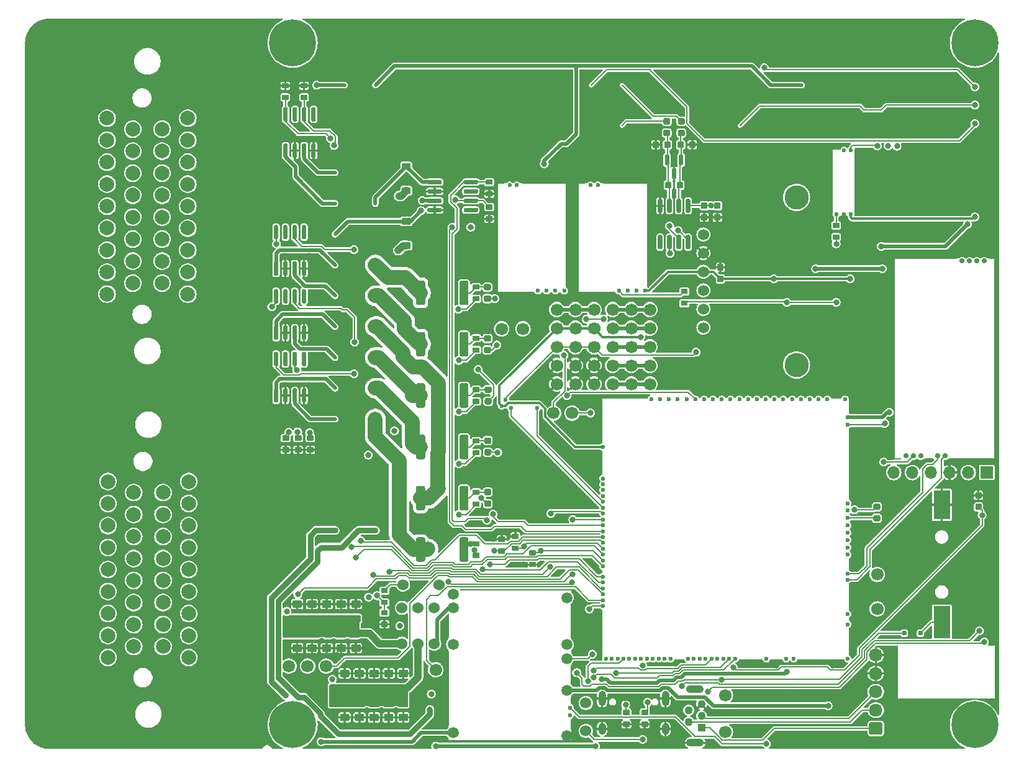
<source format=gbl>
G04 #@! TF.GenerationSoftware,KiCad,Pcbnew,8.0.9-8.0.9-0~ubuntu24.04.1*
G04 #@! TF.CreationDate,2025-10-13T19:07:20+00:00*
G04 #@! TF.ProjectId,uaefi,75616566-692e-46b6-9963-61645f706362,E*
G04 #@! TF.SameCoordinates,Original*
G04 #@! TF.FileFunction,Copper,L4,Bot*
G04 #@! TF.FilePolarity,Positive*
%FSLAX46Y46*%
G04 Gerber Fmt 4.6, Leading zero omitted, Abs format (unit mm)*
G04 Created by KiCad (PCBNEW 8.0.9-8.0.9-0~ubuntu24.04.1) date 2025-10-13 19:07:20*
%MOMM*%
%LPD*%
G01*
G04 APERTURE LIST*
G04 #@! TA.AperFunction,ComponentPad*
%ADD10C,1.700000*%
G04 #@! TD*
G04 #@! TA.AperFunction,ComponentPad*
%ADD11C,0.700000*%
G04 #@! TD*
G04 #@! TA.AperFunction,SMDPad,CuDef*
%ADD12R,1.100000X0.250000*%
G04 #@! TD*
G04 #@! TA.AperFunction,SMDPad,CuDef*
%ADD13R,0.980000X0.250000*%
G04 #@! TD*
G04 #@! TA.AperFunction,SMDPad,CuDef*
%ADD14R,6.300000X0.250000*%
G04 #@! TD*
G04 #@! TA.AperFunction,SMDPad,CuDef*
%ADD15R,0.250000X27.600000*%
G04 #@! TD*
G04 #@! TA.AperFunction,SMDPad,CuDef*
%ADD16R,8.750000X0.250000*%
G04 #@! TD*
G04 #@! TA.AperFunction,SMDPad,CuDef*
%ADD17R,0.950000X0.250000*%
G04 #@! TD*
G04 #@! TA.AperFunction,ComponentPad*
%ADD18C,2.000000*%
G04 #@! TD*
G04 #@! TA.AperFunction,ComponentPad*
%ADD19C,0.800000*%
G04 #@! TD*
G04 #@! TA.AperFunction,ComponentPad*
%ADD20C,6.400000*%
G04 #@! TD*
G04 #@! TA.AperFunction,ComponentPad*
%ADD21C,1.524000*%
G04 #@! TD*
G04 #@! TA.AperFunction,ComponentPad*
%ADD22O,1.850000X1.700000*%
G04 #@! TD*
G04 #@! TA.AperFunction,ComponentPad*
%ADD23C,0.600000*%
G04 #@! TD*
G04 #@! TA.AperFunction,SMDPad,CuDef*
%ADD24R,6.185000X0.250000*%
G04 #@! TD*
G04 #@! TA.AperFunction,SMDPad,CuDef*
%ADD25R,1.115000X0.250000*%
G04 #@! TD*
G04 #@! TA.AperFunction,SMDPad,CuDef*
%ADD26R,0.250000X14.275000*%
G04 #@! TD*
G04 #@! TA.AperFunction,SMDPad,CuDef*
%ADD27R,0.250000X15.100000*%
G04 #@! TD*
G04 #@! TA.AperFunction,SMDPad,CuDef*
%ADD28R,5.175000X0.250000*%
G04 #@! TD*
G04 #@! TA.AperFunction,ComponentPad*
%ADD29R,1.100000X1.100000*%
G04 #@! TD*
G04 #@! TA.AperFunction,ComponentPad*
%ADD30C,1.100000*%
G04 #@! TD*
G04 #@! TA.AperFunction,ComponentPad*
%ADD31O,2.400000X1.100000*%
G04 #@! TD*
G04 #@! TA.AperFunction,SMDPad,CuDef*
%ADD32O,1.225000X0.200000*%
G04 #@! TD*
G04 #@! TA.AperFunction,SMDPad,CuDef*
%ADD33O,0.200000X9.300000*%
G04 #@! TD*
G04 #@! TA.AperFunction,ComponentPad*
%ADD34C,1.500000*%
G04 #@! TD*
G04 #@! TA.AperFunction,SMDPad,CuDef*
%ADD35O,0.200000X3.300000*%
G04 #@! TD*
G04 #@! TA.AperFunction,SMDPad,CuDef*
%ADD36O,0.200000X10.200000*%
G04 #@! TD*
G04 #@! TA.AperFunction,SMDPad,CuDef*
%ADD37O,0.200000X0.300000*%
G04 #@! TD*
G04 #@! TA.AperFunction,SMDPad,CuDef*
%ADD38O,17.000000X0.200000*%
G04 #@! TD*
G04 #@! TA.AperFunction,SMDPad,CuDef*
%ADD39O,15.400000X0.200000*%
G04 #@! TD*
G04 #@! TA.AperFunction,SMDPad,CuDef*
%ADD40O,0.200000X4.800000*%
G04 #@! TD*
G04 #@! TA.AperFunction,SMDPad,CuDef*
%ADD41O,0.200000X2.600000*%
G04 #@! TD*
G04 #@! TA.AperFunction,SMDPad,CuDef*
%ADD42O,0.200000X1.000000*%
G04 #@! TD*
G04 #@! TA.AperFunction,SMDPad,CuDef*
%ADD43O,0.200000X1.500000*%
G04 #@! TD*
G04 #@! TA.AperFunction,ComponentPad*
%ADD44C,0.599999*%
G04 #@! TD*
G04 #@! TA.AperFunction,SMDPad,CuDef*
%ADD45R,0.200000X3.700000*%
G04 #@! TD*
G04 #@! TA.AperFunction,SMDPad,CuDef*
%ADD46R,0.200000X0.400000*%
G04 #@! TD*
G04 #@! TA.AperFunction,SMDPad,CuDef*
%ADD47R,0.200000X1.600000*%
G04 #@! TD*
G04 #@! TA.AperFunction,SMDPad,CuDef*
%ADD48R,0.200000X9.700000*%
G04 #@! TD*
G04 #@! TA.AperFunction,SMDPad,CuDef*
%ADD49R,0.200000X2.300000*%
G04 #@! TD*
G04 #@! TA.AperFunction,SMDPad,CuDef*
%ADD50R,1.400000X0.200000*%
G04 #@! TD*
G04 #@! TA.AperFunction,SMDPad,CuDef*
%ADD51R,6.400000X0.200000*%
G04 #@! TD*
G04 #@! TA.AperFunction,SMDPad,CuDef*
%ADD52R,1.700000X0.200000*%
G04 #@! TD*
G04 #@! TA.AperFunction,SMDPad,CuDef*
%ADD53R,3.300000X0.200000*%
G04 #@! TD*
G04 #@! TA.AperFunction,SMDPad,CuDef*
%ADD54R,0.200000X7.000000*%
G04 #@! TD*
G04 #@! TA.AperFunction,SMDPad,CuDef*
%ADD55R,0.200000X3.300000*%
G04 #@! TD*
G04 #@! TA.AperFunction,SMDPad,CuDef*
%ADD56R,0.200000X6.300000*%
G04 #@! TD*
G04 #@! TA.AperFunction,ComponentPad*
%ADD57O,1.000000X2.100000*%
G04 #@! TD*
G04 #@! TA.AperFunction,ComponentPad*
%ADD58O,1.000000X1.600000*%
G04 #@! TD*
G04 #@! TA.AperFunction,ComponentPad*
%ADD59R,1.700000X1.700000*%
G04 #@! TD*
G04 #@! TA.AperFunction,ComponentPad*
%ADD60O,1.700000X1.700000*%
G04 #@! TD*
G04 #@! TA.AperFunction,ComponentPad*
%ADD61C,3.302000*%
G04 #@! TD*
G04 #@! TA.AperFunction,SMDPad,CuDef*
%ADD62R,2.299995X4.399991*%
G04 #@! TD*
G04 #@! TA.AperFunction,SMDPad,CuDef*
%ADD63R,2.299995X3.999992*%
G04 #@! TD*
G04 #@! TA.AperFunction,ViaPad*
%ADD64C,0.800000*%
G04 #@! TD*
G04 #@! TA.AperFunction,ViaPad*
%ADD65C,3.300000*%
G04 #@! TD*
G04 #@! TA.AperFunction,Conductor*
%ADD66C,0.200000*%
G04 #@! TD*
G04 #@! TA.AperFunction,Conductor*
%ADD67C,1.000000*%
G04 #@! TD*
G04 #@! TA.AperFunction,Conductor*
%ADD68C,0.800000*%
G04 #@! TD*
G04 #@! TA.AperFunction,Conductor*
%ADD69C,0.300000*%
G04 #@! TD*
G04 #@! TA.AperFunction,Conductor*
%ADD70C,0.500000*%
G04 #@! TD*
G04 #@! TA.AperFunction,Conductor*
%ADD71C,2.000000*%
G04 #@! TD*
G04 #@! TA.AperFunction,Conductor*
%ADD72C,0.150000*%
G04 #@! TD*
G04 APERTURE END LIST*
D10*
G04 #@! TO.P,P8,1,Pin_1*
G04 #@! TO.N,Net-(M6-UART2_TX_(PD5))*
X116382487Y19310000D03*
G04 #@! TD*
D11*
G04 #@! TO.P,M5,E1,LSU_Un*
G04 #@! TO.N,/WBO_Un*
X130957487Y66760000D03*
G04 #@! TO.P,M5,E2,LSU_Vm*
G04 #@! TO.N,/WBO_Vm*
X127957487Y66760000D03*
G04 #@! TO.P,M5,E3,LSU_Ip*
G04 #@! TO.N,/WBO_Ip*
X128957487Y66760000D03*
G04 #@! TO.P,M5,E4,LSU_Rtrim*
G04 #@! TO.N,/WBO_Rtrim*
X129957487Y66760000D03*
D12*
G04 #@! TO.P,M5,G,GND*
G04 #@! TO.N,GND*
X119107487Y39785000D03*
D13*
X123447487Y39785000D03*
D14*
X129407487Y39785000D03*
D15*
X118682487Y53460000D03*
X132432487Y53460000D03*
D16*
X122932487Y67135000D03*
D17*
X132082487Y67135000D03*
D11*
G04 #@! TO.P,M5,W1,V5_IN*
G04 #@! TO.N,+5VA*
X121307487Y40168800D03*
G04 #@! TO.P,M5,W2,CAN_VIO*
G04 #@! TO.N,unconnected-(M5-CAN_VIO-PadW2)*
X122307487Y40168800D03*
G04 #@! TO.P,M5,W3,CANL*
G04 #@! TO.N,/CAN-*
X125603487Y40168800D03*
G04 #@! TO.P,M5,W4,CANH*
G04 #@! TO.N,/CAN+*
X124587487Y40168800D03*
G04 #@! TO.P,M5,W9,VDDA*
G04 #@! TO.N,unconnected-(M5-VDDA-PadW9)*
X120307487Y40168800D03*
G04 #@! TD*
D10*
G04 #@! TO.P,P5,1,Pin_1*
G04 #@! TO.N,/VR_DISCRETE*
X74782487Y46010000D03*
G04 #@! TD*
G04 #@! TO.P,P1,1,Pin_1*
G04 #@! TO.N,Net-(M7-CANL)*
X65182487Y57510000D03*
G04 #@! TD*
D18*
G04 #@! TO.P,J25,1,1*
G04 #@! TO.N,unconnected-(J25-Pad1)*
X22382487Y86235000D03*
G04 #@! TO.P,J25,2,2*
G04 #@! TO.N,unconnected-(J25-Pad2)*
X22382487Y83235000D03*
G04 #@! TO.P,J25,3,3*
G04 #@! TO.N,unconnected-(J25-Pad3)*
X22382487Y80235000D03*
G04 #@! TO.P,J25,4,4*
G04 #@! TO.N,unconnected-(J25-Pad4)*
X22382487Y77235000D03*
G04 #@! TO.P,J25,5,5*
G04 #@! TO.N,unconnected-(J25-Pad5)*
X22382487Y74235000D03*
G04 #@! TO.P,J25,6,6*
G04 #@! TO.N,unconnected-(J25-Pad6)*
X22382487Y71235000D03*
G04 #@! TO.P,J25,7,7*
G04 #@! TO.N,unconnected-(J25-Pad7)*
X22382487Y68235000D03*
G04 #@! TO.P,J25,8,8*
G04 #@! TO.N,unconnected-(J25-Pad8)*
X22382487Y65235000D03*
G04 #@! TO.P,J25,9,9*
G04 #@! TO.N,unconnected-(J25-Pad9)*
X22382487Y62235000D03*
G04 #@! TO.P,J25,10,10*
G04 #@! TO.N,unconnected-(J25-Pad10)*
X18882487Y84735000D03*
G04 #@! TO.P,J25,11,11*
G04 #@! TO.N,unconnected-(J25-Pad11)*
X18882487Y81735000D03*
G04 #@! TO.P,J25,12,12*
G04 #@! TO.N,unconnected-(J25-Pad12)*
X18882487Y78735000D03*
G04 #@! TO.P,J25,13,13*
G04 #@! TO.N,unconnected-(J25-Pad13)*
X18882487Y75735000D03*
G04 #@! TO.P,J25,14,14*
G04 #@! TO.N,unconnected-(J25-Pad14)*
X18882487Y72735000D03*
G04 #@! TO.P,J25,15,15*
G04 #@! TO.N,unconnected-(J25-Pad15)*
X18882487Y69735000D03*
G04 #@! TO.P,J25,16,16*
G04 #@! TO.N,unconnected-(J25-Pad16)*
X18882487Y66735000D03*
G04 #@! TO.P,J25,17,17*
G04 #@! TO.N,unconnected-(J25-Pad17)*
X18882487Y63735000D03*
G04 #@! TO.P,J25,18,18*
G04 #@! TO.N,unconnected-(J25-Pad18)*
X14882487Y84735000D03*
G04 #@! TO.P,J25,19,19*
G04 #@! TO.N,unconnected-(J25-Pad19)*
X14882487Y81735000D03*
G04 #@! TO.P,J25,20,20*
G04 #@! TO.N,unconnected-(J25-Pad20)*
X14882487Y78735000D03*
G04 #@! TO.P,J25,21,21*
G04 #@! TO.N,unconnected-(J25-Pad21)*
X14882487Y75735000D03*
G04 #@! TO.P,J25,22,22*
G04 #@! TO.N,unconnected-(J25-Pad22)*
X14882487Y72735000D03*
G04 #@! TO.P,J25,23,23*
G04 #@! TO.N,unconnected-(J25-Pad23)*
X14882487Y69735000D03*
G04 #@! TO.P,J25,24,24*
G04 #@! TO.N,unconnected-(J25-Pad24)*
X14882487Y66735000D03*
G04 #@! TO.P,J25,25,25*
G04 #@! TO.N,unconnected-(J25-Pad25)*
X14882487Y63735000D03*
G04 #@! TO.P,J25,26,26*
G04 #@! TO.N,unconnected-(J25-Pad26)*
X11382487Y86235000D03*
G04 #@! TO.P,J25,27,27*
G04 #@! TO.N,unconnected-(J25-Pad27)*
X11382487Y83235000D03*
G04 #@! TO.P,J25,28,28*
G04 #@! TO.N,unconnected-(J25-Pad28)*
X11382487Y80235000D03*
G04 #@! TO.P,J25,29,29*
G04 #@! TO.N,unconnected-(J25-Pad29)*
X11382487Y77235000D03*
G04 #@! TO.P,J25,30,30*
G04 #@! TO.N,unconnected-(J25-Pad30)*
X11382487Y74235000D03*
G04 #@! TO.P,J25,31,31*
G04 #@! TO.N,unconnected-(J25-Pad31)*
X11382487Y71235000D03*
G04 #@! TO.P,J25,32,32*
G04 #@! TO.N,unconnected-(J25-Pad32)*
X11382487Y68235000D03*
G04 #@! TO.P,J25,33,33*
G04 #@! TO.N,unconnected-(J25-Pad33)*
X11382487Y65235000D03*
G04 #@! TO.P,J25,34,34*
G04 #@! TO.N,unconnected-(J25-Pad34)*
X11382487Y62235000D03*
G04 #@! TD*
D10*
G04 #@! TO.P,P2,1,Pin_1*
G04 #@! TO.N,Net-(M7-CANH)*
X68082487Y57510000D03*
G04 #@! TD*
G04 #@! TO.P,P15,1,Pin_1*
G04 #@! TO.N,/DC1_DIR*
X38722487Y11510000D03*
G04 #@! TD*
D19*
G04 #@! TO.P,H1,1*
G04 #@! TO.N,N/C*
X34282487Y96510000D03*
X34985431Y98207056D03*
X34985431Y94812944D03*
X36682487Y98910000D03*
D20*
X36682487Y96510000D03*
D19*
X36682487Y94110000D03*
X38379543Y98207056D03*
X38379543Y94812944D03*
X39082487Y96510000D03*
G04 #@! TD*
G04 #@! TO.P,H4,1*
G04 #@! TO.N,N/C*
X127282487Y96510000D03*
X127985431Y98207056D03*
X127985431Y94812944D03*
X129682487Y98910000D03*
D20*
X129682487Y96510000D03*
D19*
X129682487Y94110000D03*
X131379543Y98207056D03*
X131379543Y94812944D03*
X132082487Y96510000D03*
G04 #@! TD*
D21*
G04 #@! TO.P,F4,1,1*
G04 #@! TO.N,+12V*
X51582487Y19460000D03*
G04 #@! TO.P,F4,2,2*
G04 #@! TO.N,/DC Driver 1/PWR*
X51582487Y14560000D03*
G04 #@! TD*
G04 #@! TO.P,J7,1,Pin_1*
G04 #@! TO.N,/VBUS*
G04 #@! TA.AperFunction,ComponentPad*
G36*
G01*
X116857487Y2160000D02*
X115507487Y2160000D01*
G75*
G02*
X115257487Y2410000I0J250000D01*
G01*
X115257487Y3610000D01*
G75*
G02*
X115507487Y3860000I250000J0D01*
G01*
X116857487Y3860000D01*
G75*
G02*
X117107487Y3610000I0J-250000D01*
G01*
X117107487Y2410000D01*
G75*
G02*
X116857487Y2160000I-250000J0D01*
G01*
G37*
G04 #@! TD.AperFunction*
D22*
G04 #@! TO.P,J7,2,Pin_2*
G04 #@! TO.N,/USB-*
X116182487Y5510000D03*
G04 #@! TO.P,J7,3,Pin_3*
G04 #@! TO.N,/USB+*
X116182487Y8010000D03*
G04 #@! TO.P,J7,4,Pin_4*
G04 #@! TO.N,GND*
X116182487Y10510000D03*
G04 #@! TO.P,J7,5,Pin_5*
X116182487Y13010000D03*
G04 #@! TD*
D10*
G04 #@! TO.P,P4,1,Pin_1*
G04 #@! TO.N,Net-(M6-LED_GREEN)*
X95682487Y7510000D03*
G04 #@! TD*
D19*
G04 #@! TO.P,H2,1*
G04 #@! TO.N,N/C*
X34282487Y3510000D03*
X34985431Y5207056D03*
X34985431Y1812944D03*
X36682487Y5910000D03*
D20*
X36682487Y3510000D03*
D19*
X36682487Y1110000D03*
X38379543Y5207056D03*
X38379543Y1812944D03*
X39082487Y3510000D03*
G04 #@! TD*
D23*
G04 #@! TO.P,M3,E1,Thresh_IN*
G04 #@! TO.N,/VR_DISCRETE_THR*
X82357487Y62685000D03*
G04 #@! TO.P,M3,E2,OUT_A*
G04 #@! TO.N,/VR_DISCRETE_A*
X81157487Y62685000D03*
G04 #@! TO.P,M3,E3,OUT*
G04 #@! TO.N,/VR_DISCRETE*
X83557487Y62685000D03*
G04 #@! TO.P,M3,E4,V5_IN*
G04 #@! TO.N,+5VA*
X84757487Y62685000D03*
D24*
G04 #@! TO.P,M3,G,GND*
G04 #@! TO.N,GND*
X82089987Y77335000D03*
D25*
X76039987Y77335000D03*
D26*
X85057487Y70322500D03*
D27*
X75607487Y69910000D03*
D28*
X78069987Y62485000D03*
D23*
G04 #@! TO.P,M3,W1,VR-*
G04 #@! TO.N,/VR_DISCRETE-*
X78297487Y77110000D03*
G04 #@! TO.P,M3,W2,VR+*
G04 #@! TO.N,/VR_DISCRETE+*
X77297487Y77110000D03*
G04 #@! TD*
D10*
G04 #@! TO.P,P17,1,Pin_1*
G04 #@! TO.N,/DC1_PWM*
X36182487Y11510000D03*
G04 #@! TD*
D29*
G04 #@! TO.P,J8,1,VBUS*
G04 #@! TO.N,/VBUS*
X92432487Y3110000D03*
D30*
G04 #@! TO.P,J8,2,D-*
G04 #@! TO.N,/USB-*
X90682487Y3910000D03*
G04 #@! TO.P,J8,3,D+*
G04 #@! TO.N,/USB+*
X92432487Y4710000D03*
G04 #@! TO.P,J8,4,ID*
G04 #@! TO.N,unconnected-(J8-ID-Pad4)*
X90682487Y5510000D03*
G04 #@! TO.P,J8,5,GND*
G04 #@! TO.N,GND*
X92432487Y6310000D03*
D31*
G04 #@! TO.P,J8,6,Shield*
X91557487Y1060000D03*
X91557487Y8360000D03*
G04 #@! TD*
D21*
G04 #@! TO.P,F3,1,1*
G04 #@! TO.N,+12V*
X53782487Y19460000D03*
G04 #@! TO.P,F3,2,2*
G04 #@! TO.N,/DC Driver 2/PWR*
X53782487Y14560000D03*
G04 #@! TD*
D23*
G04 #@! TO.P,M2,E1,V5A*
G04 #@! TO.N,+5VA*
X112757486Y73135000D03*
D32*
G04 #@! TO.P,M2,E2,GND*
G04 #@! TO.N,GND*
X110782486Y82035000D03*
D33*
X113357486Y77485000D03*
X110257486Y77485000D03*
D23*
X111807486Y73135000D03*
G04 #@! TO.P,M2,E3,OUT_KNOCK*
G04 #@! TO.N,/IN_KNOCK*
X110857488Y73135000D03*
G04 #@! TO.P,M2,W1,IN_KNOCK*
G04 #@! TO.N,/IN_KNOCK_RAW*
X111857486Y81835000D03*
G04 #@! TO.P,M2,W2,VREF*
G04 #@! TO.N,/VREF1*
X112757486Y81835000D03*
G04 #@! TD*
D10*
G04 #@! TO.P,P18,1,Pin_1*
G04 #@! TO.N,/DC2_PWM*
X56182487Y11010000D03*
G04 #@! TD*
D18*
G04 #@! TO.P,J23,1,1*
G04 #@! TO.N,unconnected-(J23-Pad1)*
X22507487Y36685000D03*
G04 #@! TO.P,J23,2,2*
G04 #@! TO.N,unconnected-(J23-Pad2)*
X22507487Y33685000D03*
G04 #@! TO.P,J23,3,3*
G04 #@! TO.N,unconnected-(J23-Pad3)*
X22507487Y30685000D03*
G04 #@! TO.P,J23,4,4*
G04 #@! TO.N,unconnected-(J23-Pad4)*
X22507487Y27685000D03*
G04 #@! TO.P,J23,5,5*
G04 #@! TO.N,unconnected-(J23-Pad5)*
X22507487Y24685000D03*
G04 #@! TO.P,J23,6,6*
G04 #@! TO.N,unconnected-(J23-Pad6)*
X22507487Y21685000D03*
G04 #@! TO.P,J23,7,7*
G04 #@! TO.N,unconnected-(J23-Pad7)*
X22507487Y18685000D03*
G04 #@! TO.P,J23,8,8*
G04 #@! TO.N,unconnected-(J23-Pad8)*
X22507487Y15685000D03*
G04 #@! TO.P,J23,9,9*
G04 #@! TO.N,unconnected-(J23-Pad9)*
X22507487Y12685000D03*
G04 #@! TO.P,J23,10,10*
G04 #@! TO.N,unconnected-(J23-Pad10)*
X19007487Y35185000D03*
G04 #@! TO.P,J23,11,11*
G04 #@! TO.N,unconnected-(J23-Pad11)*
X19007487Y32185000D03*
G04 #@! TO.P,J23,12,12*
G04 #@! TO.N,unconnected-(J23-Pad12)*
X19007487Y29185000D03*
G04 #@! TO.P,J23,13,13*
G04 #@! TO.N,unconnected-(J23-Pad13)*
X19007487Y26185000D03*
G04 #@! TO.P,J23,14,14*
G04 #@! TO.N,unconnected-(J23-Pad14)*
X19007487Y23185000D03*
G04 #@! TO.P,J23,15,15*
G04 #@! TO.N,unconnected-(J23-Pad15)*
X19007487Y20185000D03*
G04 #@! TO.P,J23,16,16*
G04 #@! TO.N,unconnected-(J23-Pad16)*
X19007487Y17185000D03*
G04 #@! TO.P,J23,17,17*
G04 #@! TO.N,unconnected-(J23-Pad17)*
X19007487Y14185000D03*
G04 #@! TO.P,J23,18,18*
G04 #@! TO.N,unconnected-(J23-Pad18)*
X15007487Y35185000D03*
G04 #@! TO.P,J23,19,19*
G04 #@! TO.N,unconnected-(J23-Pad19)*
X15007487Y32185000D03*
G04 #@! TO.P,J23,20,20*
G04 #@! TO.N,unconnected-(J23-Pad20)*
X15007487Y29185000D03*
G04 #@! TO.P,J23,21,21*
G04 #@! TO.N,unconnected-(J23-Pad21)*
X15007487Y26185000D03*
G04 #@! TO.P,J23,22,22*
G04 #@! TO.N,unconnected-(J23-Pad22)*
X15007487Y23185000D03*
G04 #@! TO.P,J23,23,23*
G04 #@! TO.N,unconnected-(J23-Pad23)*
X15007487Y20185000D03*
G04 #@! TO.P,J23,24,24*
G04 #@! TO.N,unconnected-(J23-Pad24)*
X15007487Y17185000D03*
G04 #@! TO.P,J23,25,25*
G04 #@! TO.N,unconnected-(J23-Pad25)*
X15007487Y14185000D03*
G04 #@! TO.P,J23,26,26*
G04 #@! TO.N,unconnected-(J23-Pad26)*
X11507487Y36685000D03*
G04 #@! TO.P,J23,27,27*
G04 #@! TO.N,unconnected-(J23-Pad27)*
X11507487Y33685000D03*
G04 #@! TO.P,J23,28,28*
G04 #@! TO.N,unconnected-(J23-Pad28)*
X11507487Y30685000D03*
G04 #@! TO.P,J23,29,29*
G04 #@! TO.N,unconnected-(J23-Pad29)*
X11507487Y27685000D03*
G04 #@! TO.P,J23,30,30*
G04 #@! TO.N,unconnected-(J23-Pad30)*
X11507487Y24685000D03*
G04 #@! TO.P,J23,31,31*
G04 #@! TO.N,unconnected-(J23-Pad31)*
X11507487Y21685000D03*
G04 #@! TO.P,J23,32,32*
G04 #@! TO.N,unconnected-(J23-Pad32)*
X11507487Y18685000D03*
G04 #@! TO.P,J23,33,33*
G04 #@! TO.N,unconnected-(J23-Pad33)*
X11507487Y15685000D03*
G04 #@! TO.P,J23,34,34*
G04 #@! TO.N,/OUT_DC1-*
X11507487Y12685000D03*
G04 #@! TD*
D34*
G04 #@! TO.P,M1,E1,VBAT*
G04 #@! TO.N,/VBAT*
X74057482Y20834999D03*
G04 #@! TO.P,M1,E2,V12*
G04 #@! TO.N,unconnected-(M1-V12-PadE2)*
X74057482Y14435002D03*
G04 #@! TO.P,M1,E3,VIGN*
G04 #@! TO.N,/VIGN*
X74057482Y12534999D03*
G04 #@! TO.P,M1,E4,V5*
G04 #@! TO.N,+5V*
X74057482Y8234999D03*
D23*
G04 #@! TO.P,M1,E5,EN_5VP*
G04 #@! TO.N,/PWR_EN*
X74507481Y5835002D03*
G04 #@! TO.P,M1,E6,PG_5VP*
G04 #@! TO.N,Net-(M1-PG_5VP)*
X74507481Y4835001D03*
D35*
G04 #@! TO.P,M1,S1,GND*
G04 #@! TO.N,GND*
X57907486Y16984999D03*
D36*
X57907486Y8485001D03*
D37*
X57907486Y1384999D03*
D38*
X66307484Y1334999D03*
D39*
X67107485Y21934999D03*
D34*
X74057482Y1984999D03*
D37*
X74707483Y21884999D03*
D40*
X74707483Y17685001D03*
D41*
X74707483Y10334999D03*
D42*
X74707483Y6835002D03*
D43*
X74707483Y3535001D03*
D34*
G04 #@! TO.P,M1,V1,V12_PERM*
G04 #@! TO.N,+12V_RAW*
X58557485Y21285001D03*
G04 #@! TO.P,M1,V2,IN_VIGN*
G04 #@! TO.N,/IN_VIGN*
X58557485Y19435002D03*
G04 #@! TO.P,M1,V3,V12_RAW*
G04 #@! TO.N,+12V_RAW*
X58557485Y14484999D03*
G04 #@! TO.P,M1,V4,5VP*
G04 #@! TO.N,+5VP*
X58557485Y2435001D03*
G04 #@! TD*
D10*
G04 #@! TO.P,P6,1,Pin_1*
G04 #@! TO.N,/VR_MAX9924*
X72242487Y46010000D03*
G04 #@! TD*
D44*
G04 #@! TO.P,M7,V1,V5*
G04 #@! TO.N,+5VA*
X65182486Y46985001D03*
G04 #@! TO.P,M7,V2,CAN_VIO*
G04 #@! TO.N,+3.3VA*
X65707486Y47860003D03*
G04 #@! TO.P,M7,V5,CAN_TX*
G04 #@! TO.N,Net-(M6-SPI2_SCK_{slash}_CAN2_TX_(PB13))*
X66457484Y46684999D03*
G04 #@! TO.P,M7,V6,CAN_RX*
G04 #@! TO.N,Net-(M6-SPI2_CS_{slash}_CAN2_RX_(PB12))*
X70007485Y46760002D03*
G04 #@! TD*
D21*
G04 #@! TO.P,F1,1,1*
G04 #@! TO.N,/12V_KEY*
X55982487Y19460000D03*
G04 #@! TO.P,F1,2,2*
G04 #@! TO.N,/IN_VIGN*
X55982487Y14560000D03*
G04 #@! TD*
D10*
G04 #@! TO.P,G3,1*
G04 #@! TO.N,GND*
X72682487Y49970000D03*
G04 #@! TO.P,G3,2*
X72682487Y52510000D03*
G04 #@! TO.P,G3,3*
G04 #@! TO.N,+3.3VA*
X72682487Y55050000D03*
G04 #@! TO.P,G3,4*
G04 #@! TO.N,+5VA*
X72682487Y57590000D03*
G04 #@! TO.P,G3,5*
G04 #@! TO.N,+12V_RAW*
X72682487Y60130000D03*
G04 #@! TO.P,G3,6*
G04 #@! TO.N,GND*
X75222487Y49970000D03*
G04 #@! TO.P,G3,7*
X75222487Y52510000D03*
G04 #@! TO.P,G3,8*
G04 #@! TO.N,+3.3VA*
X75222487Y55050000D03*
G04 #@! TO.P,G3,9*
G04 #@! TO.N,+5VA*
X75222487Y57590000D03*
G04 #@! TO.P,G3,10*
G04 #@! TO.N,+12V_RAW*
X75222487Y60130000D03*
G04 #@! TO.P,G3,11*
G04 #@! TO.N,GND*
X77762487Y49970000D03*
G04 #@! TO.P,G3,12*
X77762487Y52510000D03*
G04 #@! TO.P,G3,13*
G04 #@! TO.N,+3.3VA*
X77762487Y55050000D03*
G04 #@! TO.P,G3,14*
G04 #@! TO.N,+5VA*
X77762487Y57590000D03*
G04 #@! TO.P,G3,15*
G04 #@! TO.N,+12V_RAW*
X77762487Y60130000D03*
G04 #@! TD*
G04 #@! TO.P,P3,1,Pin_1*
G04 #@! TO.N,Net-(M6-LED_YELLOW)*
X95682487Y2510000D03*
G04 #@! TD*
D21*
G04 #@! TO.P,R4,1,1*
G04 #@! TO.N,Net-(M1-PG_5VP)*
X76657096Y6484609D03*
G04 #@! TO.P,R4,2,2*
G04 #@! TO.N,/PG_5VP*
X76657096Y2674609D03*
G04 #@! TD*
D10*
G04 #@! TO.P,P7,1,Pin_1*
G04 #@! TO.N,Net-(M6-UART2_RX_(PD6))*
X116382487Y24010000D03*
G04 #@! TD*
D23*
G04 #@! TO.P,M6,E1,V5A_SWITCHABLE*
G04 #@! TO.N,+5VA*
X78982497Y41410000D03*
G04 #@! TO.P,M6,E2,GNDA*
G04 #@! TO.N,unconnected-(M6-GNDA-PadE2)*
X78982487Y37110000D03*
G04 #@! TO.P,M6,E3,I2C_SCL_(PB10)*
G04 #@! TO.N,unconnected-(M6-I2C_SCL_(PB10)-PadE3)*
X78982487Y36310010D03*
G04 #@! TO.P,M6,E4,I2C_SDA_(PB11)*
G04 #@! TO.N,unconnected-(M6-I2C_SDA_(PB11)-PadE4)*
X78982487Y35510000D03*
G04 #@! TO.P,M6,E5,IN_VIGN_(PA5)*
G04 #@! TO.N,/VIGN*
X78982487Y34710000D03*
G04 #@! TO.P,M6,E6,SPI2_CS_/_CAN2_RX_(PB12)*
G04 #@! TO.N,Net-(M6-SPI2_CS_{slash}_CAN2_RX_(PB12))*
X78982487Y33910000D03*
G04 #@! TO.P,M6,E7,SPI2_SCK_/_CAN2_TX_(PB13)*
G04 #@! TO.N,Net-(M6-SPI2_SCK_{slash}_CAN2_TX_(PB13))*
X78982487Y33110000D03*
G04 #@! TO.P,M6,E8,SPI2_MISO_(PB14)*
G04 #@! TO.N,/DC1_DIS*
X78982487Y32310000D03*
G04 #@! TO.P,M6,E9,SPI2_MOSI_(PB15)*
G04 #@! TO.N,/DC2_DIR*
X78982487Y31510000D03*
G04 #@! TO.P,M6,E10,OUT_INJ8_(PD12)*
G04 #@! TO.N,/LS2*
X78982487Y30710000D03*
G04 #@! TO.P,M6,E11,OUT_INJ7_(PD15)*
G04 #@! TO.N,/LS1*
X78982487Y29910000D03*
G04 #@! TO.P,M6,E12,OUT_INJ6_(PA8)*
G04 #@! TO.N,/INJ6*
X78982487Y29110000D03*
G04 #@! TO.P,M6,E13,OUT_INJ5_(PD2)*
G04 #@! TO.N,/INJ5*
X78982487Y28310000D03*
G04 #@! TO.P,M6,E14,OUT_INJ4_(PD10)*
G04 #@! TO.N,/INJ4*
X78982487Y27510000D03*
G04 #@! TO.P,M6,E15,OUT_INJ3_(PD11)*
G04 #@! TO.N,/INJ3*
X78982487Y26710000D03*
G04 #@! TO.P,M6,E16,OUT_INJ2_(PA9)*
G04 #@! TO.N,/INJ2*
X78982497Y25910010D03*
G04 #@! TO.P,M6,E17,OUT_INJ1_(PD3)*
G04 #@! TO.N,/INJ1*
X78982487Y25110000D03*
G04 #@! TO.P,M6,E18,OUT_PWM1_(PD13)*
G04 #@! TO.N,/LS3*
X78982487Y23710000D03*
G04 #@! TO.P,M6,E19,OUT_PWM2_(PC6)*
G04 #@! TO.N,/LS4*
X78982487Y22910010D03*
G04 #@! TO.P,M6,E20,OUT_PWM3_(PC7)*
G04 #@! TO.N,/DC1_PWM*
X78982487Y22110010D03*
G04 #@! TO.P,M6,E21,OUT_PWM4_(PC8)*
G04 #@! TO.N,/DC1_DIR*
X78982487Y21310010D03*
G04 #@! TO.P,M6,E22,OUT_PWM5_(PC9)*
G04 #@! TO.N,/DC2_PWM*
X78982487Y20510010D03*
G04 #@! TO.P,M6,E23,OUT_PWM6_(PD14)*
G04 #@! TO.N,/VR_DISCRETE_THR*
X78982487Y19710000D03*
D45*
G04 #@! TO.P,M6,G,GND*
G04 #@! TO.N,GND*
X112582497Y14860010D03*
D46*
X112582497Y17910000D03*
D45*
X112582497Y20960010D03*
D47*
X112582497Y25410000D03*
D48*
X112582497Y39060000D03*
D49*
X112582497Y47060000D03*
D50*
X110782487Y48110010D03*
D51*
X108682497Y12310010D03*
D52*
X102632497Y12310010D03*
D53*
X99132497Y12310010D03*
D50*
X89382497Y12310010D03*
D51*
X81882497Y48110010D03*
D54*
X78782487Y15709990D03*
D46*
X78782487Y24410010D03*
D55*
X78782487Y39260010D03*
D56*
X78782487Y45060010D03*
D23*
G04 #@! TO.P,M6,N1,VBUS*
G04 #@! TO.N,/VBUS*
X79382487Y12510000D03*
G04 #@! TO.P,M6,N2,USBM_(PA11)*
G04 #@! TO.N,/USB-*
X80182487Y12510000D03*
G04 #@! TO.P,M6,N3,USBP_(PA12)*
G04 #@! TO.N,/USB+*
X80982487Y12510000D03*
G04 #@! TO.P,M6,N4,USBID_(PA10)*
G04 #@! TO.N,/DC2_DIS*
X81782497Y12510000D03*
G04 #@! TO.P,M6,N5,SWDIO_(PA13)*
G04 #@! TO.N,unconnected-(M6-SWDIO_(PA13)-PadN5)*
X82582487Y12510000D03*
G04 #@! TO.P,M6,N6,SWCLK_(PA14)*
G04 #@! TO.N,unconnected-(M6-SWCLK_(PA14)-PadN6)*
X83382487Y12510000D03*
G04 #@! TO.P,M6,N7,nReset*
G04 #@! TO.N,unconnected-(M6-nReset-PadN7)*
X84182487Y12510000D03*
G04 #@! TO.P,M6,N8,SWO_(PB3)*
G04 #@! TO.N,unconnected-(M6-SWO_(PB3)-PadN8)*
X84982497Y12510000D03*
G04 #@! TO.P,M6,N9,SPI3_CS_(PA15)*
G04 #@! TO.N,/EGT/SPI_CS*
X85782487Y12510010D03*
G04 #@! TO.P,M6,N10,SPI3_SCK_(PC10)*
G04 #@! TO.N,/SCK3*
X86582487Y12510010D03*
G04 #@! TO.P,M6,N11,SPI3_MISO_(PC11)*
G04 #@! TO.N,/MISO3*
X87382487Y12510010D03*
G04 #@! TO.P,M6,N12,SPI3_MOSI_(PC12)*
G04 #@! TO.N,/PG_5VP*
X88182487Y12510010D03*
G04 #@! TO.P,M6,N13,UART2_TX_(PD5)*
G04 #@! TO.N,Net-(M6-UART2_TX_(PD5))*
X90582497Y12510010D03*
G04 #@! TO.P,M6,N14,UART2_RX_(PD6)*
G04 #@! TO.N,Net-(M6-UART2_RX_(PD6))*
X91382497Y12510010D03*
G04 #@! TO.P,M6,N14a,LED_GREEN*
G04 #@! TO.N,Net-(M6-LED_GREEN)*
X92182487Y12510000D03*
G04 #@! TO.P,M6,N14b,LED_YELLOW*
G04 #@! TO.N,Net-(M6-LED_YELLOW)*
X92982497Y12510000D03*
G04 #@! TO.P,M6,N15,V33_SWITCHABLE*
G04 #@! TO.N,+3.3VA*
X93782497Y12510000D03*
G04 #@! TO.P,M6,N16,BOOT0*
G04 #@! TO.N,unconnected-(M6-BOOT0-PadN16)*
X94582497Y12510000D03*
G04 #@! TO.P,M6,N17,VBAT*
G04 #@! TO.N,/VBAT*
X95382497Y12510000D03*
G04 #@! TO.P,M6,N18,UART8_RX_(PE0)*
G04 #@! TO.N,/VR_DISCRETE*
X96182497Y12510010D03*
G04 #@! TO.P,M6,N19,UART8_TX_(PE1)*
G04 #@! TO.N,/VR_MAX9924*
X96982497Y12510010D03*
G04 #@! TO.P,M6,N20,OUT_PWR_EN_(PE10)*
G04 #@! TO.N,/PWR_EN*
X101282497Y12510010D03*
G04 #@! TO.P,M6,N21,V33*
G04 #@! TO.N,+3.3V*
X103982497Y12510010D03*
G04 #@! TO.P,M6,N22,VCC*
G04 #@! TO.N,+5V*
X104982487Y12510010D03*
G04 #@! TO.P,M6,N23,V33*
G04 #@! TO.N,unconnected-(M6-V33-PadN23)*
X112382497Y12510010D03*
G04 #@! TO.P,M6,S1,IN_D4_(PE15)*
G04 #@! TO.N,/IN_BUTTON3*
X85582477Y47910010D03*
G04 #@! TO.P,M6,S2,IN_D3_(PE14)*
G04 #@! TO.N,/IN_HALL3*
X86782487Y47910010D03*
G04 #@! TO.P,M6,S3,IN_D2_(PE13)*
G04 #@! TO.N,/IN_HALL2*
X87982487Y47910010D03*
G04 #@! TO.P,M6,S4,IN_D1_(PE12)*
G04 #@! TO.N,/IN_HALL1*
X89182487Y47910010D03*
G04 #@! TO.P,M6,S5,VREF2*
G04 #@! TO.N,unconnected-(M6-VREF2-PadS5)*
X90382487Y47910010D03*
G04 #@! TO.P,M6,S6,IN_AUX4_(PC5)*
G04 #@! TO.N,/IN_VMAIN*
X91582487Y47910010D03*
G04 #@! TO.P,M6,S7,IN_AUX3_(PA7)*
G04 #@! TO.N,/IN_AUX3*
X92782487Y47910010D03*
G04 #@! TO.P,M6,S8,IN_AUX2_(PC4/PE9)*
G04 #@! TO.N,/IN_PPS2*
X93982487Y47910010D03*
G04 #@! TO.P,M6,S9,IN_AUX1_(PB0)*
G04 #@! TO.N,/IN_TPS2*
X95182487Y47910010D03*
G04 #@! TO.P,M6,S10,IN_O2S2_(PA1)*
G04 #@! TO.N,/IN_AUX2*
X96382487Y47910010D03*
G04 #@! TO.P,M6,S11,IN_O2S_/_CAN_WAKEUP_(PA0)*
G04 #@! TO.N,/IN_AUX1*
X97582487Y47910010D03*
G04 #@! TO.P,M6,S12,IN_MAP2_(PC1)*
G04 #@! TO.N,/INTERNAL_MAP*
X98782487Y47910010D03*
G04 #@! TO.P,M6,S13,IN_MAP1_(PC0)*
G04 #@! TO.N,/IN_MAP*
X99982487Y47910010D03*
G04 #@! TO.P,M6,S14,IN_CRANK_(PB1)*
G04 #@! TO.N,/IN_BUTTON1*
X101182487Y47910010D03*
G04 #@! TO.P,M6,S15,IN_KNOCK_(PA2)*
G04 #@! TO.N,/ADC3*
X102382487Y47910010D03*
G04 #@! TO.P,M6,S16,IN_CAM_(PA6)*
G04 #@! TO.N,/IN_BUTTON2*
X103582487Y47910010D03*
G04 #@! TO.P,M6,S17,IN_VSS_(PE11)*
G04 #@! TO.N,/IN_FLEX*
X104782487Y47910010D03*
G04 #@! TO.P,M6,S18,IN_TPS_(PA4)*
G04 #@! TO.N,/IN_TPS1*
X105982497Y47910010D03*
G04 #@! TO.P,M6,S19,IN_PPS_(PA3)*
G04 #@! TO.N,/IN_PPS1*
X107182497Y47910010D03*
G04 #@! TO.P,M6,S20,IN_IAT_(PC3)*
G04 #@! TO.N,/IN_IAT*
X108382497Y47910010D03*
G04 #@! TO.P,M6,S21,IN_CLT_(PC2)*
G04 #@! TO.N,/IN_CLT*
X109582497Y47910010D03*
G04 #@! TO.P,M6,S22,VREF1*
G04 #@! TO.N,/VREF1*
X111982497Y47910010D03*
G04 #@! TO.P,M6,W1,GNDA*
G04 #@! TO.N,GNDA*
X112382497Y45410000D03*
G04 #@! TO.P,M6,W2,V5A_SWITCHABLE*
G04 #@! TO.N,+5VA*
X112382497Y44410000D03*
G04 #@! TO.P,M6,W3,IGN8_(PE6)*
G04 #@! TO.N,/LS_HOT2*
X112382497Y33710010D03*
G04 #@! TO.P,M6,W4,IGN7_(PB9)*
G04 #@! TO.N,/LS_HOT1*
X112382497Y32710000D03*
G04 #@! TO.P,M6,W5,IGN6_(PB8)*
G04 #@! TO.N,/IGN6*
X112382497Y31710010D03*
G04 #@! TO.P,M6,W6,IGN5_(PE2)*
G04 #@! TO.N,/IGN5*
X112382497Y30710010D03*
G04 #@! TO.P,M6,W7,IGN4_(PE3)*
G04 #@! TO.N,/IGN4*
X112382497Y29710010D03*
G04 #@! TO.P,M6,W8,IGN3_(PE4)*
G04 #@! TO.N,/IGN3*
X112382497Y28710010D03*
G04 #@! TO.P,M6,W9,IGN2_(PE5)*
G04 #@! TO.N,/IGN2*
X112382497Y27710010D03*
G04 #@! TO.P,M6,W10,IGN1_(PC13)*
G04 #@! TO.N,/IGN1*
X112382497Y26710010D03*
G04 #@! TO.P,M6,W11,CANH*
G04 #@! TO.N,/CAN+*
X112382497Y24110010D03*
G04 #@! TO.P,M6,W12,CANL*
G04 #@! TO.N,/CAN-*
X112382497Y23310010D03*
G04 #@! TO.P,M6,W13,V33_REF*
G04 #@! TO.N,unconnected-(M6-V33_REF-PadW13)*
X112382497Y18610000D03*
G04 #@! TO.P,M6,W14,V5A_SWITCHABLE*
G04 #@! TO.N,unconnected-(M6-V5A_SWITCHABLE-PadW14)*
X112382497Y17210010D03*
G04 #@! TD*
D57*
G04 #@! TO.P,J9,S1,SHIELD*
G04 #@! TO.N,GND*
X78862487Y7115000D03*
D58*
X78862487Y2935000D03*
D57*
X87502487Y7115000D03*
D58*
X87502487Y2935000D03*
G04 #@! TD*
D19*
G04 #@! TO.P,H3,1*
G04 #@! TO.N,N/C*
X127282487Y3510000D03*
X127985431Y5207056D03*
X127985431Y1812944D03*
X129682487Y5910000D03*
D20*
X129682487Y3510000D03*
D19*
X129682487Y1110000D03*
X131379543Y5207056D03*
X131379543Y1812944D03*
X132082487Y3510000D03*
G04 #@! TD*
D23*
G04 #@! TO.P,M4,E1,NC*
G04 #@! TO.N,unconnected-(M4-NC-PadE1)*
X71307487Y62685000D03*
G04 #@! TO.P,M4,E2,NC*
G04 #@! TO.N,unconnected-(M4-NC-PadE2)*
X70107487Y62685000D03*
G04 #@! TO.P,M4,E3,OUT*
G04 #@! TO.N,/VR_MAX9924*
X72507487Y62685000D03*
G04 #@! TO.P,M4,E4,V5_IN*
G04 #@! TO.N,+5VA*
X73707487Y62685000D03*
D24*
G04 #@! TO.P,M4,G,GND*
G04 #@! TO.N,GND*
X71039987Y77335000D03*
D25*
X64989987Y77335000D03*
D26*
X74007487Y70322500D03*
D27*
X64557487Y69910000D03*
D28*
X67019987Y62485000D03*
D23*
G04 #@! TO.P,M4,W1,VR-*
G04 #@! TO.N,/VR_MAX9924-*
X67247487Y77110000D03*
G04 #@! TO.P,M4,W2,VR+*
G04 #@! TO.N,/VR_MAX9924+*
X66247487Y77110000D03*
G04 #@! TD*
D21*
G04 #@! TO.P,F2,1,1*
G04 #@! TO.N,+12V*
X51732487Y22610000D03*
G04 #@! TO.P,F2,2,2*
G04 #@! TO.N,+12V_RAW*
X56632487Y22610000D03*
G04 #@! TD*
D59*
G04 #@! TO.P,J6,1,Pin_1*
G04 #@! TO.N,Net-(J6-Pin_1)*
X131332487Y37910000D03*
D60*
G04 #@! TO.P,J6,2,Pin_2*
G04 #@! TO.N,Net-(J6-Pin_2)*
X128792487Y37910000D03*
G04 #@! TO.P,J6,3,Pin_3*
G04 #@! TO.N,GND*
X126252487Y37910000D03*
G04 #@! TO.P,J6,4,Pin_4*
G04 #@! TO.N,Net-(J6-Pin_4)*
X123712487Y37910000D03*
G04 #@! TO.P,J6,5,Pin_5*
G04 #@! TO.N,Net-(J6-Pin_5)*
X121172487Y37910000D03*
G04 #@! TO.P,J6,6,Pin_6*
G04 #@! TO.N,unconnected-(J6-Pin_6-Pad6)*
X118632487Y37910000D03*
G04 #@! TD*
D61*
G04 #@! TO.P,U3,*
G04 #@! TO.N,*
X105385737Y75440000D03*
X105385737Y52580000D03*
D21*
G04 #@! TO.P,U3,1,VOUT*
G04 #@! TO.N,/INTERNAL_MAP*
X92685737Y70360000D03*
G04 #@! TO.P,U3,2,GND*
G04 #@! TO.N,GND*
X92685737Y67820000D03*
G04 #@! TO.P,U3,3,VCC*
G04 #@! TO.N,+5VA*
X92685737Y65280000D03*
G04 #@! TO.P,U3,4,V1*
G04 #@! TO.N,unconnected-(U3-V1-Pad4)*
X92685737Y62740000D03*
G04 #@! TO.P,U3,5,V2*
G04 #@! TO.N,unconnected-(U3-V2-Pad5)*
X92685737Y60200000D03*
G04 #@! TO.P,U3,6,V_EX*
G04 #@! TO.N,unconnected-(U3-V_EX-Pad6)*
X92685737Y57660000D03*
G04 #@! TD*
D10*
G04 #@! TO.P,P16,1,Pin_1*
G04 #@! TO.N,/DC2_DIR*
X41262487Y11510000D03*
G04 #@! TD*
G04 #@! TO.P,G4,1*
G04 #@! TO.N,Net-(G4-Pad1)*
X80302487Y49970000D03*
G04 #@! TO.P,G4,2*
G04 #@! TO.N,Net-(G4-Pad12)*
X80302487Y52510000D03*
G04 #@! TO.P,G4,3*
G04 #@! TO.N,Net-(G4-Pad13)*
X80302487Y55050000D03*
G04 #@! TO.P,G4,4*
G04 #@! TO.N,Net-(G4-Pad14)*
X80302487Y57590000D03*
G04 #@! TO.P,G4,5*
G04 #@! TO.N,Net-(G4-Pad10)*
X80302487Y60130000D03*
G04 #@! TO.P,G4,6*
G04 #@! TO.N,Net-(G4-Pad1)*
X82842487Y49970000D03*
G04 #@! TO.P,G4,7*
G04 #@! TO.N,Net-(G4-Pad12)*
X82842487Y52510000D03*
G04 #@! TO.P,G4,8*
G04 #@! TO.N,Net-(G4-Pad13)*
X82842487Y55050000D03*
G04 #@! TO.P,G4,9*
G04 #@! TO.N,Net-(G4-Pad14)*
X82842487Y57590000D03*
G04 #@! TO.P,G4,10*
G04 #@! TO.N,Net-(G4-Pad10)*
X82842487Y60130000D03*
G04 #@! TO.P,G4,11*
G04 #@! TO.N,Net-(G4-Pad1)*
X85382487Y49970000D03*
G04 #@! TO.P,G4,12*
G04 #@! TO.N,Net-(G4-Pad12)*
X85382487Y52510000D03*
G04 #@! TO.P,G4,13*
G04 #@! TO.N,Net-(G4-Pad13)*
X85382487Y55050000D03*
G04 #@! TO.P,G4,14*
G04 #@! TO.N,Net-(G4-Pad14)*
X85382487Y57590000D03*
G04 #@! TO.P,G4,15*
G04 #@! TO.N,Net-(G4-Pad10)*
X85382487Y60130000D03*
G04 #@! TD*
G04 #@! TO.P,D8,1,K*
G04 #@! TO.N,Net-(U4-T-)*
G04 #@! TA.AperFunction,SMDPad,CuDef*
G36*
G01*
X87582487Y81267023D02*
X87882487Y81267023D01*
G75*
G02*
X88032487Y81117023I0J-150000D01*
G01*
X88032487Y79942023D01*
G75*
G02*
X87882487Y79792023I-150000J0D01*
G01*
X87582487Y79792023D01*
G75*
G02*
X87432487Y79942023I0J150000D01*
G01*
X87432487Y81117023D01*
G75*
G02*
X87582487Y81267023I150000J0D01*
G01*
G37*
G04 #@! TD.AperFunction*
G04 #@! TO.P,D8,2,K*
G04 #@! TO.N,Net-(U4-T+)*
G04 #@! TA.AperFunction,SMDPad,CuDef*
G36*
G01*
X89482487Y81267023D02*
X89782487Y81267023D01*
G75*
G02*
X89932487Y81117023I0J-150000D01*
G01*
X89932487Y79942023D01*
G75*
G02*
X89782487Y79792023I-150000J0D01*
G01*
X89482487Y79792023D01*
G75*
G02*
X89332487Y79942023I0J150000D01*
G01*
X89332487Y81117023D01*
G75*
G02*
X89482487Y81267023I150000J0D01*
G01*
G37*
G04 #@! TD.AperFunction*
G04 #@! TO.P,D8,3,A*
G04 #@! TO.N,GND*
G04 #@! TA.AperFunction,SMDPad,CuDef*
G36*
G01*
X88532487Y79392023D02*
X88832487Y79392023D01*
G75*
G02*
X88982487Y79242023I0J-150000D01*
G01*
X88982487Y78067023D01*
G75*
G02*
X88832487Y77917023I-150000J0D01*
G01*
X88532487Y77917023D01*
G75*
G02*
X88382487Y78067023I0J150000D01*
G01*
X88382487Y79242023D01*
G75*
G02*
X88532487Y79392023I150000J0D01*
G01*
G37*
G04 #@! TD.AperFunction*
G04 #@! TD*
G04 #@! TO.P,C10,1*
G04 #@! TO.N,GND*
G04 #@! TA.AperFunction,SMDPad,CuDef*
G36*
G01*
X45832487Y13470000D02*
X44782487Y13470000D01*
G75*
G02*
X44682487Y13570000I0J100000D01*
G01*
X44682487Y14370000D01*
G75*
G02*
X44782487Y14470000I100000J0D01*
G01*
X45832487Y14470000D01*
G75*
G02*
X45932487Y14370000I0J-100000D01*
G01*
X45932487Y13570000D01*
G75*
G02*
X45832487Y13470000I-100000J0D01*
G01*
G37*
G04 #@! TD.AperFunction*
G04 #@! TO.P,C10,2*
G04 #@! TO.N,/DC Driver 1/PWR*
G04 #@! TA.AperFunction,SMDPad,CuDef*
G36*
G01*
X45832487Y15470000D02*
X44782487Y15470000D01*
G75*
G02*
X44682487Y15570000I0J100000D01*
G01*
X44682487Y16370000D01*
G75*
G02*
X44782487Y16470000I100000J0D01*
G01*
X45832487Y16470000D01*
G75*
G02*
X45932487Y16370000I0J-100000D01*
G01*
X45932487Y15570000D01*
G75*
G02*
X45832487Y15470000I-100000J0D01*
G01*
G37*
G04 #@! TD.AperFunction*
G04 #@! TD*
G04 #@! TO.P,C27,1*
G04 #@! TO.N,GND*
G04 #@! TA.AperFunction,SMDPad,CuDef*
G36*
G01*
X94642487Y66325001D02*
X95322487Y66325001D01*
G75*
G02*
X95407487Y66240001I0J-85000D01*
G01*
X95407487Y65560001D01*
G75*
G02*
X95322487Y65475001I-85000J0D01*
G01*
X94642487Y65475001D01*
G75*
G02*
X94557487Y65560001I0J85000D01*
G01*
X94557487Y66240001D01*
G75*
G02*
X94642487Y66325001I85000J0D01*
G01*
G37*
G04 #@! TD.AperFunction*
G04 #@! TO.P,C27,2*
G04 #@! TO.N,+5VA*
G04 #@! TA.AperFunction,SMDPad,CuDef*
G36*
G01*
X94642487Y64744999D02*
X95322487Y64744999D01*
G75*
G02*
X95407487Y64659999I0J-85000D01*
G01*
X95407487Y63979999D01*
G75*
G02*
X95322487Y63894999I-85000J0D01*
G01*
X94642487Y63894999D01*
G75*
G02*
X94557487Y63979999I0J85000D01*
G01*
X94557487Y64659999D01*
G75*
G02*
X94642487Y64744999I85000J0D01*
G01*
G37*
G04 #@! TD.AperFunction*
G04 #@! TD*
G04 #@! TO.P,D4,1,K*
G04 #@! TO.N,+12V_RAW*
G04 #@! TA.AperFunction,SMDPad,CuDef*
G36*
G01*
X52692487Y75910000D02*
X51672487Y75910000D01*
G75*
G02*
X51582487Y76000000I0J90000D01*
G01*
X51582487Y76720000D01*
G75*
G02*
X51672487Y76810000I90000J0D01*
G01*
X52692487Y76810000D01*
G75*
G02*
X52782487Y76720000I0J-90000D01*
G01*
X52782487Y76000000D01*
G75*
G02*
X52692487Y75910000I-90000J0D01*
G01*
G37*
G04 #@! TD.AperFunction*
G04 #@! TO.P,D4,2,A*
G04 #@! TO.N,/OUT_LS3*
G04 #@! TA.AperFunction,SMDPad,CuDef*
G36*
G01*
X52692487Y79210000D02*
X51672487Y79210000D01*
G75*
G02*
X51582487Y79300000I0J90000D01*
G01*
X51582487Y80020000D01*
G75*
G02*
X51672487Y80110000I90000J0D01*
G01*
X52692487Y80110000D01*
G75*
G02*
X52782487Y80020000I0J-90000D01*
G01*
X52782487Y79300000D01*
G75*
G02*
X52692487Y79210000I-90000J0D01*
G01*
G37*
G04 #@! TD.AperFunction*
G04 #@! TD*
D62*
G04 #@! TO.P,BT1,1,+*
G04 #@! TO.N,Net-(BT1-+)*
X125182487Y17510048D03*
D63*
G04 #@! TO.P,BT1,2,-*
G04 #@! TO.N,GND*
X125182487Y33510067D03*
G04 #@! TD*
G04 #@! TO.P,U10,1,IN1*
G04 #@! TO.N,/INJ3*
G04 #@! TA.AperFunction,SMDPad,CuDef*
G36*
G01*
X34277487Y62910000D02*
X34577487Y62910000D01*
G75*
G02*
X34727487Y62760000I0J-150000D01*
G01*
X34727487Y61110000D01*
G75*
G02*
X34577487Y60960000I-150000J0D01*
G01*
X34277487Y60960000D01*
G75*
G02*
X34127487Y61110000I0J150000D01*
G01*
X34127487Y62760000D01*
G75*
G02*
X34277487Y62910000I150000J0D01*
G01*
G37*
G04 #@! TD.AperFunction*
G04 #@! TO.P,U10,2,STATUS1*
G04 #@! TO.N,unconnected-(U10-STATUS1-Pad2)*
G04 #@! TA.AperFunction,SMDPad,CuDef*
G36*
G01*
X35547487Y62910000D02*
X35847487Y62910000D01*
G75*
G02*
X35997487Y62760000I0J-150000D01*
G01*
X35997487Y61110000D01*
G75*
G02*
X35847487Y60960000I-150000J0D01*
G01*
X35547487Y60960000D01*
G75*
G02*
X35397487Y61110000I0J150000D01*
G01*
X35397487Y62760000D01*
G75*
G02*
X35547487Y62910000I150000J0D01*
G01*
G37*
G04 #@! TD.AperFunction*
G04 #@! TO.P,U10,3,IN2*
G04 #@! TO.N,/INJ4*
G04 #@! TA.AperFunction,SMDPad,CuDef*
G36*
G01*
X36817487Y62910000D02*
X37117487Y62910000D01*
G75*
G02*
X37267487Y62760000I0J-150000D01*
G01*
X37267487Y61110000D01*
G75*
G02*
X37117487Y60960000I-150000J0D01*
G01*
X36817487Y60960000D01*
G75*
G02*
X36667487Y61110000I0J150000D01*
G01*
X36667487Y62760000D01*
G75*
G02*
X36817487Y62910000I150000J0D01*
G01*
G37*
G04 #@! TD.AperFunction*
G04 #@! TO.P,U10,4,STATUS2*
G04 #@! TO.N,unconnected-(U10-STATUS2-Pad4)*
G04 #@! TA.AperFunction,SMDPad,CuDef*
G36*
G01*
X38087487Y62910000D02*
X38387487Y62910000D01*
G75*
G02*
X38537487Y62760000I0J-150000D01*
G01*
X38537487Y61110000D01*
G75*
G02*
X38387487Y60960000I-150000J0D01*
G01*
X38087487Y60960000D01*
G75*
G02*
X37937487Y61110000I0J150000D01*
G01*
X37937487Y62760000D01*
G75*
G02*
X38087487Y62910000I150000J0D01*
G01*
G37*
G04 #@! TD.AperFunction*
G04 #@! TO.P,U10,5,S2*
G04 #@! TO.N,GND*
G04 #@! TA.AperFunction,SMDPad,CuDef*
G36*
G01*
X38087487Y57960000D02*
X38387487Y57960000D01*
G75*
G02*
X38537487Y57810000I0J-150000D01*
G01*
X38537487Y56160000D01*
G75*
G02*
X38387487Y56010000I-150000J0D01*
G01*
X38087487Y56010000D01*
G75*
G02*
X37937487Y56160000I0J150000D01*
G01*
X37937487Y57810000D01*
G75*
G02*
X38087487Y57960000I150000J0D01*
G01*
G37*
G04 #@! TD.AperFunction*
G04 #@! TO.P,U10,6,D2*
G04 #@! TO.N,/OUT_INJ4*
G04 #@! TA.AperFunction,SMDPad,CuDef*
G36*
G01*
X36817487Y57960000D02*
X37117487Y57960000D01*
G75*
G02*
X37267487Y57810000I0J-150000D01*
G01*
X37267487Y56160000D01*
G75*
G02*
X37117487Y56010000I-150000J0D01*
G01*
X36817487Y56010000D01*
G75*
G02*
X36667487Y56160000I0J150000D01*
G01*
X36667487Y57810000D01*
G75*
G02*
X36817487Y57960000I150000J0D01*
G01*
G37*
G04 #@! TD.AperFunction*
G04 #@! TO.P,U10,7,S1*
G04 #@! TO.N,GND*
G04 #@! TA.AperFunction,SMDPad,CuDef*
G36*
G01*
X35547487Y57960000D02*
X35847487Y57960000D01*
G75*
G02*
X35997487Y57810000I0J-150000D01*
G01*
X35997487Y56160000D01*
G75*
G02*
X35847487Y56010000I-150000J0D01*
G01*
X35547487Y56010000D01*
G75*
G02*
X35397487Y56160000I0J150000D01*
G01*
X35397487Y57810000D01*
G75*
G02*
X35547487Y57960000I150000J0D01*
G01*
G37*
G04 #@! TD.AperFunction*
G04 #@! TO.P,U10,8,D1*
G04 #@! TO.N,/OUT_INJ3*
G04 #@! TA.AperFunction,SMDPad,CuDef*
G36*
G01*
X34277487Y57960000D02*
X34577487Y57960000D01*
G75*
G02*
X34727487Y57810000I0J-150000D01*
G01*
X34727487Y56160000D01*
G75*
G02*
X34577487Y56010000I-150000J0D01*
G01*
X34277487Y56010000D01*
G75*
G02*
X34127487Y56160000I0J150000D01*
G01*
X34127487Y57810000D01*
G75*
G02*
X34277487Y57960000I150000J0D01*
G01*
G37*
G04 #@! TD.AperFunction*
G04 #@! TD*
G04 #@! TO.P,R31,1*
G04 #@! TO.N,GND*
G04 #@! TA.AperFunction,SMDPad,CuDef*
G36*
G01*
X36122487Y40660000D02*
X35342487Y40660000D01*
G75*
G02*
X35272487Y40730000I0J70000D01*
G01*
X35272487Y41290000D01*
G75*
G02*
X35342487Y41360000I70000J0D01*
G01*
X36122487Y41360000D01*
G75*
G02*
X36192487Y41290000I0J-70000D01*
G01*
X36192487Y40730000D01*
G75*
G02*
X36122487Y40660000I-70000J0D01*
G01*
G37*
G04 #@! TD.AperFunction*
G04 #@! TO.P,R31,2*
G04 #@! TO.N,/INJ3*
G04 #@! TA.AperFunction,SMDPad,CuDef*
G36*
G01*
X36122487Y42260000D02*
X35342487Y42260000D01*
G75*
G02*
X35272487Y42330000I0J70000D01*
G01*
X35272487Y42890000D01*
G75*
G02*
X35342487Y42960000I70000J0D01*
G01*
X36122487Y42960000D01*
G75*
G02*
X36192487Y42890000I0J-70000D01*
G01*
X36192487Y42330000D01*
G75*
G02*
X36122487Y42260000I-70000J0D01*
G01*
G37*
G04 #@! TD.AperFunction*
G04 #@! TD*
G04 #@! TO.P,C30,1*
G04 #@! TO.N,GND*
G04 #@! TA.AperFunction,SMDPad,CuDef*
G36*
G01*
X91587489Y82950000D02*
X91587489Y82270000D01*
G75*
G02*
X91502489Y82185000I-85000J0D01*
G01*
X90822489Y82185000D01*
G75*
G02*
X90737489Y82270000I0J85000D01*
G01*
X90737489Y82950000D01*
G75*
G02*
X90822489Y83035000I85000J0D01*
G01*
X91502489Y83035000D01*
G75*
G02*
X91587489Y82950000I0J-85000D01*
G01*
G37*
G04 #@! TD.AperFunction*
G04 #@! TO.P,C30,2*
G04 #@! TO.N,Net-(U4-T+)*
G04 #@! TA.AperFunction,SMDPad,CuDef*
G36*
G01*
X90007487Y82950000D02*
X90007487Y82270000D01*
G75*
G02*
X89922487Y82185000I-85000J0D01*
G01*
X89242487Y82185000D01*
G75*
G02*
X89157487Y82270000I0J85000D01*
G01*
X89157487Y82950000D01*
G75*
G02*
X89242487Y83035000I85000J0D01*
G01*
X89922487Y83035000D01*
G75*
G02*
X90007487Y82950000I0J-85000D01*
G01*
G37*
G04 #@! TD.AperFunction*
G04 #@! TD*
G04 #@! TO.P,C7,1*
G04 #@! TO.N,GND*
G04 #@! TA.AperFunction,SMDPad,CuDef*
G36*
G01*
X39832487Y13470000D02*
X38782487Y13470000D01*
G75*
G02*
X38682487Y13570000I0J100000D01*
G01*
X38682487Y14370000D01*
G75*
G02*
X38782487Y14470000I100000J0D01*
G01*
X39832487Y14470000D01*
G75*
G02*
X39932487Y14370000I0J-100000D01*
G01*
X39932487Y13570000D01*
G75*
G02*
X39832487Y13470000I-100000J0D01*
G01*
G37*
G04 #@! TD.AperFunction*
G04 #@! TO.P,C7,2*
G04 #@! TO.N,/DC Driver 1/PWR*
G04 #@! TA.AperFunction,SMDPad,CuDef*
G36*
G01*
X39832487Y15470000D02*
X38782487Y15470000D01*
G75*
G02*
X38682487Y15570000I0J100000D01*
G01*
X38682487Y16370000D01*
G75*
G02*
X38782487Y16470000I100000J0D01*
G01*
X39832487Y16470000D01*
G75*
G02*
X39932487Y16370000I0J-100000D01*
G01*
X39932487Y15570000D01*
G75*
G02*
X39832487Y15470000I-100000J0D01*
G01*
G37*
G04 #@! TD.AperFunction*
G04 #@! TD*
G04 #@! TO.P,C33,1*
G04 #@! TO.N,GND*
G04 #@! TA.AperFunction,SMDPad,CuDef*
G36*
G01*
X129842487Y35225001D02*
X130522487Y35225001D01*
G75*
G02*
X130607487Y35140001I0J-85000D01*
G01*
X130607487Y34460001D01*
G75*
G02*
X130522487Y34375001I-85000J0D01*
G01*
X129842487Y34375001D01*
G75*
G02*
X129757487Y34460001I0J85000D01*
G01*
X129757487Y35140001D01*
G75*
G02*
X129842487Y35225001I85000J0D01*
G01*
G37*
G04 #@! TD.AperFunction*
G04 #@! TO.P,C33,2*
G04 #@! TO.N,+3.3VA*
G04 #@! TA.AperFunction,SMDPad,CuDef*
G36*
G01*
X129842487Y33644999D02*
X130522487Y33644999D01*
G75*
G02*
X130607487Y33559999I0J-85000D01*
G01*
X130607487Y32879999D01*
G75*
G02*
X130522487Y32794999I-85000J0D01*
G01*
X129842487Y32794999D01*
G75*
G02*
X129757487Y32879999I0J85000D01*
G01*
X129757487Y33559999D01*
G75*
G02*
X129842487Y33644999I85000J0D01*
G01*
G37*
G04 #@! TD.AperFunction*
G04 #@! TD*
G04 #@! TO.P,C29,1*
G04 #@! TO.N,Net-(U4-T-)*
G04 #@! TA.AperFunction,SMDPad,CuDef*
G36*
G01*
X87467486Y76752023D02*
X87467486Y77432023D01*
G75*
G02*
X87552486Y77517023I85000J0D01*
G01*
X88232486Y77517023D01*
G75*
G02*
X88317486Y77432023I0J-85000D01*
G01*
X88317486Y76752023D01*
G75*
G02*
X88232486Y76667023I-85000J0D01*
G01*
X87552486Y76667023D01*
G75*
G02*
X87467486Y76752023I0J85000D01*
G01*
G37*
G04 #@! TD.AperFunction*
G04 #@! TO.P,C29,2*
G04 #@! TO.N,Net-(U4-T+)*
G04 #@! TA.AperFunction,SMDPad,CuDef*
G36*
G01*
X89047488Y76752023D02*
X89047488Y77432023D01*
G75*
G02*
X89132488Y77517023I85000J0D01*
G01*
X89812488Y77517023D01*
G75*
G02*
X89897488Y77432023I0J-85000D01*
G01*
X89897488Y76752023D01*
G75*
G02*
X89812488Y76667023I-85000J0D01*
G01*
X89132488Y76667023D01*
G75*
G02*
X89047488Y76752023I0J85000D01*
G01*
G37*
G04 #@! TD.AperFunction*
G04 #@! TD*
G04 #@! TO.P,R34,1*
G04 #@! TO.N,GND*
G04 #@! TA.AperFunction,SMDPad,CuDef*
G36*
G01*
X39472487Y40660000D02*
X38692487Y40660000D01*
G75*
G02*
X38622487Y40730000I0J70000D01*
G01*
X38622487Y41290000D01*
G75*
G02*
X38692487Y41360000I70000J0D01*
G01*
X39472487Y41360000D01*
G75*
G02*
X39542487Y41290000I0J-70000D01*
G01*
X39542487Y40730000D01*
G75*
G02*
X39472487Y40660000I-70000J0D01*
G01*
G37*
G04 #@! TD.AperFunction*
G04 #@! TO.P,R34,2*
G04 #@! TO.N,/INJ6*
G04 #@! TA.AperFunction,SMDPad,CuDef*
G36*
G01*
X39472487Y42260000D02*
X38692487Y42260000D01*
G75*
G02*
X38622487Y42330000I0J70000D01*
G01*
X38622487Y42890000D01*
G75*
G02*
X38692487Y42960000I70000J0D01*
G01*
X39472487Y42960000D01*
G75*
G02*
X39542487Y42890000I0J-70000D01*
G01*
X39542487Y42330000D01*
G75*
G02*
X39472487Y42260000I-70000J0D01*
G01*
G37*
G04 #@! TD.AperFunction*
G04 #@! TD*
G04 #@! TO.P,C17,1*
G04 #@! TO.N,GND*
G04 #@! TA.AperFunction,SMDPad,CuDef*
G36*
G01*
X49257487Y11010000D02*
X50307487Y11010000D01*
G75*
G02*
X50407487Y10910000I0J-100000D01*
G01*
X50407487Y10110000D01*
G75*
G02*
X50307487Y10010000I-100000J0D01*
G01*
X49257487Y10010000D01*
G75*
G02*
X49157487Y10110000I0J100000D01*
G01*
X49157487Y10910000D01*
G75*
G02*
X49257487Y11010000I100000J0D01*
G01*
G37*
G04 #@! TD.AperFunction*
G04 #@! TO.P,C17,2*
G04 #@! TO.N,/DC Driver 2/PWR*
G04 #@! TA.AperFunction,SMDPad,CuDef*
G36*
G01*
X49257487Y9010000D02*
X50307487Y9010000D01*
G75*
G02*
X50407487Y8910000I0J-100000D01*
G01*
X50407487Y8110000D01*
G75*
G02*
X50307487Y8010000I-100000J0D01*
G01*
X49257487Y8010000D01*
G75*
G02*
X49157487Y8110000I0J100000D01*
G01*
X49157487Y8910000D01*
G75*
G02*
X49257487Y9010000I100000J0D01*
G01*
G37*
G04 #@! TD.AperFunction*
G04 #@! TD*
G04 #@! TO.P,R20,1*
G04 #@! TO.N,Net-(F6-Pad1)*
G04 #@! TA.AperFunction,SMDPad,CuDef*
G36*
G01*
X60657487Y63835000D02*
X60657487Y60985000D01*
G75*
G02*
X60407487Y60735000I-250000J0D01*
G01*
X59682487Y60735000D01*
G75*
G02*
X59432487Y60985000I0J250000D01*
G01*
X59432487Y63835000D01*
G75*
G02*
X59682487Y64085000I250000J0D01*
G01*
X60407487Y64085000D01*
G75*
G02*
X60657487Y63835000I0J-250000D01*
G01*
G37*
G04 #@! TD.AperFunction*
G04 #@! TO.P,R20,2*
G04 #@! TO.N,/OUT_IGN1*
G04 #@! TA.AperFunction,SMDPad,CuDef*
G36*
G01*
X54732487Y63835000D02*
X54732487Y60985000D01*
G75*
G02*
X54482487Y60735000I-250000J0D01*
G01*
X53757487Y60735000D01*
G75*
G02*
X53507487Y60985000I0J250000D01*
G01*
X53507487Y63835000D01*
G75*
G02*
X53757487Y64085000I250000J0D01*
G01*
X54482487Y64085000D01*
G75*
G02*
X54732487Y63835000I0J-250000D01*
G01*
G37*
G04 #@! TD.AperFunction*
G04 #@! TD*
G04 #@! TO.P,C3,1*
G04 #@! TO.N,GND*
G04 #@! TA.AperFunction,SMDPad,CuDef*
G36*
G01*
X40782487Y20470000D02*
X41832487Y20470000D01*
G75*
G02*
X41932487Y20370000I0J-100000D01*
G01*
X41932487Y19570000D01*
G75*
G02*
X41832487Y19470000I-100000J0D01*
G01*
X40782487Y19470000D01*
G75*
G02*
X40682487Y19570000I0J100000D01*
G01*
X40682487Y20370000D01*
G75*
G02*
X40782487Y20470000I100000J0D01*
G01*
G37*
G04 #@! TD.AperFunction*
G04 #@! TO.P,C3,2*
G04 #@! TO.N,/DC Driver 1/PWR*
G04 #@! TA.AperFunction,SMDPad,CuDef*
G36*
G01*
X40782487Y18470000D02*
X41832487Y18470000D01*
G75*
G02*
X41932487Y18370000I0J-100000D01*
G01*
X41932487Y17570000D01*
G75*
G02*
X41832487Y17470000I-100000J0D01*
G01*
X40782487Y17470000D01*
G75*
G02*
X40682487Y17570000I0J100000D01*
G01*
X40682487Y18370000D01*
G75*
G02*
X40782487Y18470000I100000J0D01*
G01*
G37*
G04 #@! TD.AperFunction*
G04 #@! TD*
G04 #@! TO.P,C23,1*
G04 #@! TO.N,GND*
G04 #@! TA.AperFunction,SMDPad,CuDef*
G36*
G01*
X52307487Y4010000D02*
X51257487Y4010000D01*
G75*
G02*
X51157487Y4110000I0J100000D01*
G01*
X51157487Y4910000D01*
G75*
G02*
X51257487Y5010000I100000J0D01*
G01*
X52307487Y5010000D01*
G75*
G02*
X52407487Y4910000I0J-100000D01*
G01*
X52407487Y4110000D01*
G75*
G02*
X52307487Y4010000I-100000J0D01*
G01*
G37*
G04 #@! TD.AperFunction*
G04 #@! TO.P,C23,2*
G04 #@! TO.N,/DC Driver 2/PWR*
G04 #@! TA.AperFunction,SMDPad,CuDef*
G36*
G01*
X52307487Y6010000D02*
X51257487Y6010000D01*
G75*
G02*
X51157487Y6110000I0J100000D01*
G01*
X51157487Y6910000D01*
G75*
G02*
X51257487Y7010000I100000J0D01*
G01*
X52307487Y7010000D01*
G75*
G02*
X52407487Y6910000I0J-100000D01*
G01*
X52407487Y6110000D01*
G75*
G02*
X52307487Y6010000I-100000J0D01*
G01*
G37*
G04 #@! TD.AperFunction*
G04 #@! TD*
G04 #@! TO.P,U4,1,GND*
G04 #@! TO.N,GND*
G04 #@! TA.AperFunction,SMDPad,CuDef*
G36*
G01*
X86627487Y75260000D02*
X86927487Y75260000D01*
G75*
G02*
X87077487Y75110000I0J-150000D01*
G01*
X87077487Y73460000D01*
G75*
G02*
X86927487Y73310000I-150000J0D01*
G01*
X86627487Y73310000D01*
G75*
G02*
X86477487Y73460000I0J150000D01*
G01*
X86477487Y75110000D01*
G75*
G02*
X86627487Y75260000I150000J0D01*
G01*
G37*
G04 #@! TD.AperFunction*
G04 #@! TO.P,U4,2,T-*
G04 #@! TO.N,Net-(U4-T-)*
G04 #@! TA.AperFunction,SMDPad,CuDef*
G36*
G01*
X87897487Y75260000D02*
X88197487Y75260000D01*
G75*
G02*
X88347487Y75110000I0J-150000D01*
G01*
X88347487Y73460000D01*
G75*
G02*
X88197487Y73310000I-150000J0D01*
G01*
X87897487Y73310000D01*
G75*
G02*
X87747487Y73460000I0J150000D01*
G01*
X87747487Y75110000D01*
G75*
G02*
X87897487Y75260000I150000J0D01*
G01*
G37*
G04 #@! TD.AperFunction*
G04 #@! TO.P,U4,3,T+*
G04 #@! TO.N,Net-(U4-T+)*
G04 #@! TA.AperFunction,SMDPad,CuDef*
G36*
G01*
X89167487Y75260000D02*
X89467487Y75260000D01*
G75*
G02*
X89617487Y75110000I0J-150000D01*
G01*
X89617487Y73460000D01*
G75*
G02*
X89467487Y73310000I-150000J0D01*
G01*
X89167487Y73310000D01*
G75*
G02*
X89017487Y73460000I0J150000D01*
G01*
X89017487Y75110000D01*
G75*
G02*
X89167487Y75260000I150000J0D01*
G01*
G37*
G04 #@! TD.AperFunction*
G04 #@! TO.P,U4,4,V_CC*
G04 #@! TO.N,+3.3VA*
G04 #@! TA.AperFunction,SMDPad,CuDef*
G36*
G01*
X90437487Y75260000D02*
X90737487Y75260000D01*
G75*
G02*
X90887487Y75110000I0J-150000D01*
G01*
X90887487Y73460000D01*
G75*
G02*
X90737487Y73310000I-150000J0D01*
G01*
X90437487Y73310000D01*
G75*
G02*
X90287487Y73460000I0J150000D01*
G01*
X90287487Y75110000D01*
G75*
G02*
X90437487Y75260000I150000J0D01*
G01*
G37*
G04 #@! TD.AperFunction*
G04 #@! TO.P,U4,5,SCK*
G04 #@! TO.N,/SCK3*
G04 #@! TA.AperFunction,SMDPad,CuDef*
G36*
G01*
X90437487Y70310000D02*
X90737487Y70310000D01*
G75*
G02*
X90887487Y70160000I0J-150000D01*
G01*
X90887487Y68510000D01*
G75*
G02*
X90737487Y68360000I-150000J0D01*
G01*
X90437487Y68360000D01*
G75*
G02*
X90287487Y68510000I0J150000D01*
G01*
X90287487Y70160000D01*
G75*
G02*
X90437487Y70310000I150000J0D01*
G01*
G37*
G04 #@! TD.AperFunction*
G04 #@! TO.P,U4,6,~{CS}*
G04 #@! TO.N,/EGT/SPI_CS*
G04 #@! TA.AperFunction,SMDPad,CuDef*
G36*
G01*
X89167487Y70310000D02*
X89467487Y70310000D01*
G75*
G02*
X89617487Y70160000I0J-150000D01*
G01*
X89617487Y68510000D01*
G75*
G02*
X89467487Y68360000I-150000J0D01*
G01*
X89167487Y68360000D01*
G75*
G02*
X89017487Y68510000I0J150000D01*
G01*
X89017487Y70160000D01*
G75*
G02*
X89167487Y70310000I150000J0D01*
G01*
G37*
G04 #@! TD.AperFunction*
G04 #@! TO.P,U4,7,SO*
G04 #@! TO.N,/MISO3*
G04 #@! TA.AperFunction,SMDPad,CuDef*
G36*
G01*
X87897487Y70310000D02*
X88197487Y70310000D01*
G75*
G02*
X88347487Y70160000I0J-150000D01*
G01*
X88347487Y68510000D01*
G75*
G02*
X88197487Y68360000I-150000J0D01*
G01*
X87897487Y68360000D01*
G75*
G02*
X87747487Y68510000I0J150000D01*
G01*
X87747487Y70160000D01*
G75*
G02*
X87897487Y70310000I150000J0D01*
G01*
G37*
G04 #@! TD.AperFunction*
G04 #@! TO.P,U4,8*
G04 #@! TO.N,N/C*
G04 #@! TA.AperFunction,SMDPad,CuDef*
G36*
G01*
X86627487Y70310000D02*
X86927487Y70310000D01*
G75*
G02*
X87077487Y70160000I0J-150000D01*
G01*
X87077487Y68510000D01*
G75*
G02*
X86927487Y68360000I-150000J0D01*
G01*
X86627487Y68360000D01*
G75*
G02*
X86477487Y68510000I0J150000D01*
G01*
X86477487Y70160000D01*
G75*
G02*
X86627487Y70310000I150000J0D01*
G01*
G37*
G04 #@! TD.AperFunction*
G04 #@! TD*
G04 #@! TO.P,C1,1*
G04 #@! TO.N,GND*
G04 #@! TA.AperFunction,SMDPad,CuDef*
G36*
G01*
X36782487Y20470000D02*
X37832487Y20470000D01*
G75*
G02*
X37932487Y20370000I0J-100000D01*
G01*
X37932487Y19570000D01*
G75*
G02*
X37832487Y19470000I-100000J0D01*
G01*
X36782487Y19470000D01*
G75*
G02*
X36682487Y19570000I0J100000D01*
G01*
X36682487Y20370000D01*
G75*
G02*
X36782487Y20470000I100000J0D01*
G01*
G37*
G04 #@! TD.AperFunction*
G04 #@! TO.P,C1,2*
G04 #@! TO.N,/DC Driver 1/PWR*
G04 #@! TA.AperFunction,SMDPad,CuDef*
G36*
G01*
X36782487Y18470000D02*
X37832487Y18470000D01*
G75*
G02*
X37932487Y18370000I0J-100000D01*
G01*
X37932487Y17570000D01*
G75*
G02*
X37832487Y17470000I-100000J0D01*
G01*
X36782487Y17470000D01*
G75*
G02*
X36682487Y17570000I0J100000D01*
G01*
X36682487Y18370000D01*
G75*
G02*
X36782487Y18470000I100000J0D01*
G01*
G37*
G04 #@! TD.AperFunction*
G04 #@! TD*
G04 #@! TO.P,R26,1*
G04 #@! TO.N,Net-(F8-Pad1)*
G04 #@! TA.AperFunction,SMDPad,CuDef*
G36*
G01*
X60657487Y42835000D02*
X60657487Y39985000D01*
G75*
G02*
X60407487Y39735000I-250000J0D01*
G01*
X59682487Y39735000D01*
G75*
G02*
X59432487Y39985000I0J250000D01*
G01*
X59432487Y42835000D01*
G75*
G02*
X59682487Y43085000I250000J0D01*
G01*
X60407487Y43085000D01*
G75*
G02*
X60657487Y42835000I0J-250000D01*
G01*
G37*
G04 #@! TD.AperFunction*
G04 #@! TO.P,R26,2*
G04 #@! TO.N,/OUT_IGN4*
G04 #@! TA.AperFunction,SMDPad,CuDef*
G36*
G01*
X54732487Y42835000D02*
X54732487Y39985000D01*
G75*
G02*
X54482487Y39735000I-250000J0D01*
G01*
X53757487Y39735000D01*
G75*
G02*
X53507487Y39985000I0J250000D01*
G01*
X53507487Y42835000D01*
G75*
G02*
X53757487Y43085000I250000J0D01*
G01*
X54482487Y43085000D01*
G75*
G02*
X54732487Y42835000I0J-250000D01*
G01*
G37*
G04 #@! TD.AperFunction*
G04 #@! TD*
G04 #@! TO.P,U11,1,IN1*
G04 #@! TO.N,/INJ5*
G04 #@! TA.AperFunction,SMDPad,CuDef*
G36*
G01*
X34277487Y54360000D02*
X34577487Y54360000D01*
G75*
G02*
X34727487Y54210000I0J-150000D01*
G01*
X34727487Y52560000D01*
G75*
G02*
X34577487Y52410000I-150000J0D01*
G01*
X34277487Y52410000D01*
G75*
G02*
X34127487Y52560000I0J150000D01*
G01*
X34127487Y54210000D01*
G75*
G02*
X34277487Y54360000I150000J0D01*
G01*
G37*
G04 #@! TD.AperFunction*
G04 #@! TO.P,U11,2,STATUS1*
G04 #@! TO.N,unconnected-(U11-STATUS1-Pad2)*
G04 #@! TA.AperFunction,SMDPad,CuDef*
G36*
G01*
X35547487Y54360000D02*
X35847487Y54360000D01*
G75*
G02*
X35997487Y54210000I0J-150000D01*
G01*
X35997487Y52560000D01*
G75*
G02*
X35847487Y52410000I-150000J0D01*
G01*
X35547487Y52410000D01*
G75*
G02*
X35397487Y52560000I0J150000D01*
G01*
X35397487Y54210000D01*
G75*
G02*
X35547487Y54360000I150000J0D01*
G01*
G37*
G04 #@! TD.AperFunction*
G04 #@! TO.P,U11,3,IN2*
G04 #@! TO.N,/INJ6*
G04 #@! TA.AperFunction,SMDPad,CuDef*
G36*
G01*
X36817487Y54360000D02*
X37117487Y54360000D01*
G75*
G02*
X37267487Y54210000I0J-150000D01*
G01*
X37267487Y52560000D01*
G75*
G02*
X37117487Y52410000I-150000J0D01*
G01*
X36817487Y52410000D01*
G75*
G02*
X36667487Y52560000I0J150000D01*
G01*
X36667487Y54210000D01*
G75*
G02*
X36817487Y54360000I150000J0D01*
G01*
G37*
G04 #@! TD.AperFunction*
G04 #@! TO.P,U11,4,STATUS2*
G04 #@! TO.N,unconnected-(U11-STATUS2-Pad4)*
G04 #@! TA.AperFunction,SMDPad,CuDef*
G36*
G01*
X38087487Y54360000D02*
X38387487Y54360000D01*
G75*
G02*
X38537487Y54210000I0J-150000D01*
G01*
X38537487Y52560000D01*
G75*
G02*
X38387487Y52410000I-150000J0D01*
G01*
X38087487Y52410000D01*
G75*
G02*
X37937487Y52560000I0J150000D01*
G01*
X37937487Y54210000D01*
G75*
G02*
X38087487Y54360000I150000J0D01*
G01*
G37*
G04 #@! TD.AperFunction*
G04 #@! TO.P,U11,5,S2*
G04 #@! TO.N,GND*
G04 #@! TA.AperFunction,SMDPad,CuDef*
G36*
G01*
X38087487Y49410000D02*
X38387487Y49410000D01*
G75*
G02*
X38537487Y49260000I0J-150000D01*
G01*
X38537487Y47610000D01*
G75*
G02*
X38387487Y47460000I-150000J0D01*
G01*
X38087487Y47460000D01*
G75*
G02*
X37937487Y47610000I0J150000D01*
G01*
X37937487Y49260000D01*
G75*
G02*
X38087487Y49410000I150000J0D01*
G01*
G37*
G04 #@! TD.AperFunction*
G04 #@! TO.P,U11,6,D2*
G04 #@! TO.N,/OUT_INJ6*
G04 #@! TA.AperFunction,SMDPad,CuDef*
G36*
G01*
X36817487Y49410000D02*
X37117487Y49410000D01*
G75*
G02*
X37267487Y49260000I0J-150000D01*
G01*
X37267487Y47610000D01*
G75*
G02*
X37117487Y47460000I-150000J0D01*
G01*
X36817487Y47460000D01*
G75*
G02*
X36667487Y47610000I0J150000D01*
G01*
X36667487Y49260000D01*
G75*
G02*
X36817487Y49410000I150000J0D01*
G01*
G37*
G04 #@! TD.AperFunction*
G04 #@! TO.P,U11,7,S1*
G04 #@! TO.N,GND*
G04 #@! TA.AperFunction,SMDPad,CuDef*
G36*
G01*
X35547487Y49410000D02*
X35847487Y49410000D01*
G75*
G02*
X35997487Y49260000I0J-150000D01*
G01*
X35997487Y47610000D01*
G75*
G02*
X35847487Y47460000I-150000J0D01*
G01*
X35547487Y47460000D01*
G75*
G02*
X35397487Y47610000I0J150000D01*
G01*
X35397487Y49260000D01*
G75*
G02*
X35547487Y49410000I150000J0D01*
G01*
G37*
G04 #@! TD.AperFunction*
G04 #@! TO.P,U11,8,D1*
G04 #@! TO.N,/OUT_INJ5*
G04 #@! TA.AperFunction,SMDPad,CuDef*
G36*
G01*
X34277487Y49410000D02*
X34577487Y49410000D01*
G75*
G02*
X34727487Y49260000I0J-150000D01*
G01*
X34727487Y47610000D01*
G75*
G02*
X34577487Y47460000I-150000J0D01*
G01*
X34277487Y47460000D01*
G75*
G02*
X34127487Y47610000I0J150000D01*
G01*
X34127487Y49260000D01*
G75*
G02*
X34277487Y49410000I150000J0D01*
G01*
G37*
G04 #@! TD.AperFunction*
G04 #@! TD*
G04 #@! TO.P,C31,1*
G04 #@! TO.N,GND*
G04 #@! TA.AperFunction,SMDPad,CuDef*
G36*
G01*
X93122487Y72294999D02*
X92442487Y72294999D01*
G75*
G02*
X92357487Y72379999I0J85000D01*
G01*
X92357487Y73059999D01*
G75*
G02*
X92442487Y73144999I85000J0D01*
G01*
X93122487Y73144999D01*
G75*
G02*
X93207487Y73059999I0J-85000D01*
G01*
X93207487Y72379999D01*
G75*
G02*
X93122487Y72294999I-85000J0D01*
G01*
G37*
G04 #@! TD.AperFunction*
G04 #@! TO.P,C31,2*
G04 #@! TO.N,+3.3VA*
G04 #@! TA.AperFunction,SMDPad,CuDef*
G36*
G01*
X93122487Y73875001D02*
X92442487Y73875001D01*
G75*
G02*
X92357487Y73960001I0J85000D01*
G01*
X92357487Y74640001D01*
G75*
G02*
X92442487Y74725001I85000J0D01*
G01*
X93122487Y74725001D01*
G75*
G02*
X93207487Y74640001I0J-85000D01*
G01*
X93207487Y73960001D01*
G75*
G02*
X93122487Y73875001I-85000J0D01*
G01*
G37*
G04 #@! TD.AperFunction*
G04 #@! TD*
G04 #@! TO.P,F9,1*
G04 #@! TO.N,Net-(F9-Pad1)*
G04 #@! TA.AperFunction,SMDPad,CuDef*
G36*
G01*
X63026237Y35685000D02*
X63538737Y35685000D01*
G75*
G02*
X63757487Y35466250I0J-218750D01*
G01*
X63757487Y35028750D01*
G75*
G02*
X63538737Y34810000I-218750J0D01*
G01*
X63026237Y34810000D01*
G75*
G02*
X62807487Y35028750I0J218750D01*
G01*
X62807487Y35466250D01*
G75*
G02*
X63026237Y35685000I218750J0D01*
G01*
G37*
G04 #@! TD.AperFunction*
G04 #@! TO.P,F9,2*
G04 #@! TO.N,/IGN5*
G04 #@! TA.AperFunction,SMDPad,CuDef*
G36*
G01*
X63026237Y34110000D02*
X63538737Y34110000D01*
G75*
G02*
X63757487Y33891250I0J-218750D01*
G01*
X63757487Y33453750D01*
G75*
G02*
X63538737Y33235000I-218750J0D01*
G01*
X63026237Y33235000D01*
G75*
G02*
X62807487Y33453750I0J218750D01*
G01*
X62807487Y33891250D01*
G75*
G02*
X63026237Y34110000I218750J0D01*
G01*
G37*
G04 #@! TD.AperFunction*
G04 #@! TD*
G04 #@! TO.P,C14,1*
G04 #@! TO.N,GND*
G04 #@! TA.AperFunction,SMDPad,CuDef*
G36*
G01*
X43257487Y11010000D02*
X44307487Y11010000D01*
G75*
G02*
X44407487Y10910000I0J-100000D01*
G01*
X44407487Y10110000D01*
G75*
G02*
X44307487Y10010000I-100000J0D01*
G01*
X43257487Y10010000D01*
G75*
G02*
X43157487Y10110000I0J100000D01*
G01*
X43157487Y10910000D01*
G75*
G02*
X43257487Y11010000I100000J0D01*
G01*
G37*
G04 #@! TD.AperFunction*
G04 #@! TO.P,C14,2*
G04 #@! TO.N,/DC Driver 2/PWR*
G04 #@! TA.AperFunction,SMDPad,CuDef*
G36*
G01*
X43257487Y9010000D02*
X44307487Y9010000D01*
G75*
G02*
X44407487Y8910000I0J-100000D01*
G01*
X44407487Y8110000D01*
G75*
G02*
X44307487Y8010000I-100000J0D01*
G01*
X43257487Y8010000D01*
G75*
G02*
X43157487Y8110000I0J100000D01*
G01*
X43157487Y8910000D01*
G75*
G02*
X43257487Y9010000I100000J0D01*
G01*
G37*
G04 #@! TD.AperFunction*
G04 #@! TD*
G04 #@! TO.P,C19,1*
G04 #@! TO.N,GND*
G04 #@! TA.AperFunction,SMDPad,CuDef*
G36*
G01*
X44307487Y4010000D02*
X43257487Y4010000D01*
G75*
G02*
X43157487Y4110000I0J100000D01*
G01*
X43157487Y4910000D01*
G75*
G02*
X43257487Y5010000I100000J0D01*
G01*
X44307487Y5010000D01*
G75*
G02*
X44407487Y4910000I0J-100000D01*
G01*
X44407487Y4110000D01*
G75*
G02*
X44307487Y4010000I-100000J0D01*
G01*
G37*
G04 #@! TD.AperFunction*
G04 #@! TO.P,C19,2*
G04 #@! TO.N,/DC Driver 2/PWR*
G04 #@! TA.AperFunction,SMDPad,CuDef*
G36*
G01*
X44307487Y6010000D02*
X43257487Y6010000D01*
G75*
G02*
X43157487Y6110000I0J100000D01*
G01*
X43157487Y6910000D01*
G75*
G02*
X43257487Y7010000I100000J0D01*
G01*
X44307487Y7010000D01*
G75*
G02*
X44407487Y6910000I0J-100000D01*
G01*
X44407487Y6110000D01*
G75*
G02*
X44307487Y6010000I-100000J0D01*
G01*
G37*
G04 #@! TD.AperFunction*
G04 #@! TD*
G04 #@! TO.P,F6,1*
G04 #@! TO.N,Net-(F6-Pad1)*
G04 #@! TA.AperFunction,SMDPad,CuDef*
G36*
G01*
X62976237Y63635000D02*
X63488737Y63635000D01*
G75*
G02*
X63707487Y63416250I0J-218750D01*
G01*
X63707487Y62978750D01*
G75*
G02*
X63488737Y62760000I-218750J0D01*
G01*
X62976237Y62760000D01*
G75*
G02*
X62757487Y62978750I0J218750D01*
G01*
X62757487Y63416250D01*
G75*
G02*
X62976237Y63635000I218750J0D01*
G01*
G37*
G04 #@! TD.AperFunction*
G04 #@! TO.P,F6,2*
G04 #@! TO.N,/IGN1*
G04 #@! TA.AperFunction,SMDPad,CuDef*
G36*
G01*
X62976237Y62060000D02*
X63488737Y62060000D01*
G75*
G02*
X63707487Y61841250I0J-218750D01*
G01*
X63707487Y61403750D01*
G75*
G02*
X63488737Y61185000I-218750J0D01*
G01*
X62976237Y61185000D01*
G75*
G02*
X62757487Y61403750I0J218750D01*
G01*
X62757487Y61841250D01*
G75*
G02*
X62976237Y62060000I218750J0D01*
G01*
G37*
G04 #@! TD.AperFunction*
G04 #@! TD*
G04 #@! TO.P,R27,1*
G04 #@! TO.N,Net-(F9-Pad1)*
G04 #@! TA.AperFunction,SMDPad,CuDef*
G36*
G01*
X60657487Y35835000D02*
X60657487Y32985000D01*
G75*
G02*
X60407487Y32735000I-250000J0D01*
G01*
X59682487Y32735000D01*
G75*
G02*
X59432487Y32985000I0J250000D01*
G01*
X59432487Y35835000D01*
G75*
G02*
X59682487Y36085000I250000J0D01*
G01*
X60407487Y36085000D01*
G75*
G02*
X60657487Y35835000I0J-250000D01*
G01*
G37*
G04 #@! TD.AperFunction*
G04 #@! TO.P,R27,2*
G04 #@! TO.N,/OUT_IGN5*
G04 #@! TA.AperFunction,SMDPad,CuDef*
G36*
G01*
X54732487Y35835000D02*
X54732487Y32985000D01*
G75*
G02*
X54482487Y32735000I-250000J0D01*
G01*
X53757487Y32735000D01*
G75*
G02*
X53507487Y32985000I0J250000D01*
G01*
X53507487Y35835000D01*
G75*
G02*
X53757487Y36085000I250000J0D01*
G01*
X54482487Y36085000D01*
G75*
G02*
X54732487Y35835000I0J-250000D01*
G01*
G37*
G04 #@! TD.AperFunction*
G04 #@! TD*
G04 #@! TO.P,R21,1*
G04 #@! TO.N,Net-(F5-Pad1)*
G04 #@! TA.AperFunction,SMDPad,CuDef*
G36*
G01*
X60657487Y56835000D02*
X60657487Y53985000D01*
G75*
G02*
X60407487Y53735000I-250000J0D01*
G01*
X59682487Y53735000D01*
G75*
G02*
X59432487Y53985000I0J250000D01*
G01*
X59432487Y56835000D01*
G75*
G02*
X59682487Y57085000I250000J0D01*
G01*
X60407487Y57085000D01*
G75*
G02*
X60657487Y56835000I0J-250000D01*
G01*
G37*
G04 #@! TD.AperFunction*
G04 #@! TO.P,R21,2*
G04 #@! TO.N,/OUT_IGN2*
G04 #@! TA.AperFunction,SMDPad,CuDef*
G36*
G01*
X54732487Y56835000D02*
X54732487Y53985000D01*
G75*
G02*
X54482487Y53735000I-250000J0D01*
G01*
X53757487Y53735000D01*
G75*
G02*
X53507487Y53985000I0J250000D01*
G01*
X53507487Y56835000D01*
G75*
G02*
X53757487Y57085000I250000J0D01*
G01*
X54482487Y57085000D01*
G75*
G02*
X54732487Y56835000I0J-250000D01*
G01*
G37*
G04 #@! TD.AperFunction*
G04 #@! TD*
G04 #@! TO.P,C4,1*
G04 #@! TO.N,GND*
G04 #@! TA.AperFunction,SMDPad,CuDef*
G36*
G01*
X42782487Y20470000D02*
X43832487Y20470000D01*
G75*
G02*
X43932487Y20370000I0J-100000D01*
G01*
X43932487Y19570000D01*
G75*
G02*
X43832487Y19470000I-100000J0D01*
G01*
X42782487Y19470000D01*
G75*
G02*
X42682487Y19570000I0J100000D01*
G01*
X42682487Y20370000D01*
G75*
G02*
X42782487Y20470000I100000J0D01*
G01*
G37*
G04 #@! TD.AperFunction*
G04 #@! TO.P,C4,2*
G04 #@! TO.N,/DC Driver 1/PWR*
G04 #@! TA.AperFunction,SMDPad,CuDef*
G36*
G01*
X42782487Y18470000D02*
X43832487Y18470000D01*
G75*
G02*
X43932487Y18370000I0J-100000D01*
G01*
X43932487Y17570000D01*
G75*
G02*
X43832487Y17470000I-100000J0D01*
G01*
X42782487Y17470000D01*
G75*
G02*
X42682487Y17570000I0J100000D01*
G01*
X42682487Y18370000D01*
G75*
G02*
X42782487Y18470000I100000J0D01*
G01*
G37*
G04 #@! TD.AperFunction*
G04 #@! TD*
G04 #@! TO.P,F10,1*
G04 #@! TO.N,Net-(F10-Pad1)*
G04 #@! TA.AperFunction,SMDPad,CuDef*
G36*
G01*
X116076237Y33685000D02*
X116588737Y33685000D01*
G75*
G02*
X116807487Y33466250I0J-218750D01*
G01*
X116807487Y33028750D01*
G75*
G02*
X116588737Y32810000I-218750J0D01*
G01*
X116076237Y32810000D01*
G75*
G02*
X115857487Y33028750I0J218750D01*
G01*
X115857487Y33466250D01*
G75*
G02*
X116076237Y33685000I218750J0D01*
G01*
G37*
G04 #@! TD.AperFunction*
G04 #@! TO.P,F10,2*
G04 #@! TO.N,/IGN6*
G04 #@! TA.AperFunction,SMDPad,CuDef*
G36*
G01*
X116076237Y32110000D02*
X116588737Y32110000D01*
G75*
G02*
X116807487Y31891250I0J-218750D01*
G01*
X116807487Y31453750D01*
G75*
G02*
X116588737Y31235000I-218750J0D01*
G01*
X116076237Y31235000D01*
G75*
G02*
X115857487Y31453750I0J218750D01*
G01*
X115857487Y31891250D01*
G75*
G02*
X116076237Y32110000I218750J0D01*
G01*
G37*
G04 #@! TD.AperFunction*
G04 #@! TD*
G04 #@! TO.P,D2,1,K*
G04 #@! TO.N,+12V_RAW*
G04 #@! TA.AperFunction,SMDPad,CuDef*
G36*
G01*
X52692487Y68410000D02*
X51672487Y68410000D01*
G75*
G02*
X51582487Y68500000I0J90000D01*
G01*
X51582487Y69220000D01*
G75*
G02*
X51672487Y69310000I90000J0D01*
G01*
X52692487Y69310000D01*
G75*
G02*
X52782487Y69220000I0J-90000D01*
G01*
X52782487Y68500000D01*
G75*
G02*
X52692487Y68410000I-90000J0D01*
G01*
G37*
G04 #@! TD.AperFunction*
G04 #@! TO.P,D2,2,A*
G04 #@! TO.N,/OUT_LS1*
G04 #@! TA.AperFunction,SMDPad,CuDef*
G36*
G01*
X52692487Y71710000D02*
X51672487Y71710000D01*
G75*
G02*
X51582487Y71800000I0J90000D01*
G01*
X51582487Y72520000D01*
G75*
G02*
X51672487Y72610000I90000J0D01*
G01*
X52692487Y72610000D01*
G75*
G02*
X52782487Y72520000I0J-90000D01*
G01*
X52782487Y71800000D01*
G75*
G02*
X52692487Y71710000I-90000J0D01*
G01*
G37*
G04 #@! TD.AperFunction*
G04 #@! TD*
G04 #@! TO.P,D1,1,K*
G04 #@! TO.N,/VBAT*
G04 #@! TA.AperFunction,SMDPad,CuDef*
G36*
G01*
X120322487Y15710000D02*
X119842487Y15710000D01*
G75*
G02*
X119782487Y15770000I0J60000D01*
G01*
X119782487Y16250000D01*
G75*
G02*
X119842487Y16310000I60000J0D01*
G01*
X120322487Y16310000D01*
G75*
G02*
X120382487Y16250000I0J-60000D01*
G01*
X120382487Y15770000D01*
G75*
G02*
X120322487Y15710000I-60000J0D01*
G01*
G37*
G04 #@! TD.AperFunction*
G04 #@! TO.P,D1,2,A*
G04 #@! TO.N,Net-(BT1-+)*
G04 #@! TA.AperFunction,SMDPad,CuDef*
G36*
G01*
X122522487Y15710000D02*
X122042487Y15710000D01*
G75*
G02*
X121982487Y15770000I0J60000D01*
G01*
X121982487Y16250000D01*
G75*
G02*
X122042487Y16310000I60000J0D01*
G01*
X122522487Y16310000D01*
G75*
G02*
X122582487Y16250000I0J-60000D01*
G01*
X122582487Y15770000D01*
G75*
G02*
X122522487Y15710000I-60000J0D01*
G01*
G37*
G04 #@! TD.AperFunction*
G04 #@! TD*
G04 #@! TO.P,R19,1*
G04 #@! TO.N,Net-(Q9-G)*
G04 #@! TA.AperFunction,SMDPad,CuDef*
G36*
G01*
X62084987Y47260000D02*
X61304987Y47260000D01*
G75*
G02*
X61234987Y47330000I0J70000D01*
G01*
X61234987Y47890000D01*
G75*
G02*
X61304987Y47960000I70000J0D01*
G01*
X62084987Y47960000D01*
G75*
G02*
X62154987Y47890000I0J-70000D01*
G01*
X62154987Y47330000D01*
G75*
G02*
X62084987Y47260000I-70000J0D01*
G01*
G37*
G04 #@! TD.AperFunction*
G04 #@! TO.P,R19,2*
G04 #@! TO.N,Net-(F7-Pad1)*
G04 #@! TA.AperFunction,SMDPad,CuDef*
G36*
G01*
X62084987Y48860000D02*
X61304987Y48860000D01*
G75*
G02*
X61234987Y48930000I0J70000D01*
G01*
X61234987Y49490000D01*
G75*
G02*
X61304987Y49560000I70000J0D01*
G01*
X62084987Y49560000D01*
G75*
G02*
X62154987Y49490000I0J-70000D01*
G01*
X62154987Y48930000D01*
G75*
G02*
X62084987Y48860000I-70000J0D01*
G01*
G37*
G04 #@! TD.AperFunction*
G04 #@! TD*
G04 #@! TO.P,R33,1*
G04 #@! TO.N,GND*
G04 #@! TA.AperFunction,SMDPad,CuDef*
G36*
G01*
X64792487Y29160000D02*
X65572487Y29160000D01*
G75*
G02*
X65642487Y29090000I0J-70000D01*
G01*
X65642487Y28530000D01*
G75*
G02*
X65572487Y28460000I-70000J0D01*
G01*
X64792487Y28460000D01*
G75*
G02*
X64722487Y28530000I0J70000D01*
G01*
X64722487Y29090000D01*
G75*
G02*
X64792487Y29160000I70000J0D01*
G01*
G37*
G04 #@! TD.AperFunction*
G04 #@! TO.P,R33,2*
G04 #@! TO.N,/INJ5*
G04 #@! TA.AperFunction,SMDPad,CuDef*
G36*
G01*
X64792487Y27560000D02*
X65572487Y27560000D01*
G75*
G02*
X65642487Y27490000I0J-70000D01*
G01*
X65642487Y26930000D01*
G75*
G02*
X65572487Y26860000I-70000J0D01*
G01*
X64792487Y26860000D01*
G75*
G02*
X64722487Y26930000I0J70000D01*
G01*
X64722487Y27490000D01*
G75*
G02*
X64792487Y27560000I70000J0D01*
G01*
G37*
G04 #@! TD.AperFunction*
G04 #@! TD*
G04 #@! TO.P,C21,1*
G04 #@! TO.N,GND*
G04 #@! TA.AperFunction,SMDPad,CuDef*
G36*
G01*
X48307487Y4010000D02*
X47257487Y4010000D01*
G75*
G02*
X47157487Y4110000I0J100000D01*
G01*
X47157487Y4910000D01*
G75*
G02*
X47257487Y5010000I100000J0D01*
G01*
X48307487Y5010000D01*
G75*
G02*
X48407487Y4910000I0J-100000D01*
G01*
X48407487Y4110000D01*
G75*
G02*
X48307487Y4010000I-100000J0D01*
G01*
G37*
G04 #@! TD.AperFunction*
G04 #@! TO.P,C21,2*
G04 #@! TO.N,/DC Driver 2/PWR*
G04 #@! TA.AperFunction,SMDPad,CuDef*
G36*
G01*
X48307487Y6010000D02*
X47257487Y6010000D01*
G75*
G02*
X47157487Y6110000I0J100000D01*
G01*
X47157487Y6910000D01*
G75*
G02*
X47257487Y7010000I100000J0D01*
G01*
X48307487Y7010000D01*
G75*
G02*
X48407487Y6910000I0J-100000D01*
G01*
X48407487Y6110000D01*
G75*
G02*
X48307487Y6010000I-100000J0D01*
G01*
G37*
G04 #@! TD.AperFunction*
G04 #@! TD*
G04 #@! TO.P,F8,1*
G04 #@! TO.N,Net-(F8-Pad1)*
G04 #@! TA.AperFunction,SMDPad,CuDef*
G36*
G01*
X63026237Y42685000D02*
X63538737Y42685000D01*
G75*
G02*
X63757487Y42466250I0J-218750D01*
G01*
X63757487Y42028750D01*
G75*
G02*
X63538737Y41810000I-218750J0D01*
G01*
X63026237Y41810000D01*
G75*
G02*
X62807487Y42028750I0J218750D01*
G01*
X62807487Y42466250D01*
G75*
G02*
X63026237Y42685000I218750J0D01*
G01*
G37*
G04 #@! TD.AperFunction*
G04 #@! TO.P,F8,2*
G04 #@! TO.N,/IGN4*
G04 #@! TA.AperFunction,SMDPad,CuDef*
G36*
G01*
X63026237Y41110000D02*
X63538737Y41110000D01*
G75*
G02*
X63757487Y40891250I0J-218750D01*
G01*
X63757487Y40453750D01*
G75*
G02*
X63538737Y40235000I-218750J0D01*
G01*
X63026237Y40235000D01*
G75*
G02*
X62807487Y40453750I0J218750D01*
G01*
X62807487Y40891250D01*
G75*
G02*
X63026237Y41110000I218750J0D01*
G01*
G37*
G04 #@! TD.AperFunction*
G04 #@! TD*
G04 #@! TO.P,R23,1*
G04 #@! TO.N,Net-(Q10-G)*
G04 #@! TA.AperFunction,SMDPad,CuDef*
G36*
G01*
X62084987Y40260000D02*
X61304987Y40260000D01*
G75*
G02*
X61234987Y40330000I0J70000D01*
G01*
X61234987Y40890000D01*
G75*
G02*
X61304987Y40960000I70000J0D01*
G01*
X62084987Y40960000D01*
G75*
G02*
X62154987Y40890000I0J-70000D01*
G01*
X62154987Y40330000D01*
G75*
G02*
X62084987Y40260000I-70000J0D01*
G01*
G37*
G04 #@! TD.AperFunction*
G04 #@! TO.P,R23,2*
G04 #@! TO.N,Net-(F8-Pad1)*
G04 #@! TA.AperFunction,SMDPad,CuDef*
G36*
G01*
X62084987Y41860000D02*
X61304987Y41860000D01*
G75*
G02*
X61234987Y41930000I0J70000D01*
G01*
X61234987Y42490000D01*
G75*
G02*
X61304987Y42560000I70000J0D01*
G01*
X62084987Y42560000D01*
G75*
G02*
X62154987Y42490000I0J-70000D01*
G01*
X62154987Y41930000D01*
G75*
G02*
X62084987Y41860000I-70000J0D01*
G01*
G37*
G04 #@! TD.AperFunction*
G04 #@! TD*
G04 #@! TO.P,R7,1*
G04 #@! TO.N,GND*
G04 #@! TA.AperFunction,SMDPad,CuDef*
G36*
G01*
X82572487Y3238318D02*
X81792487Y3238318D01*
G75*
G02*
X81722487Y3308318I0J70000D01*
G01*
X81722487Y3868318D01*
G75*
G02*
X81792487Y3938318I70000J0D01*
G01*
X82572487Y3938318D01*
G75*
G02*
X82642487Y3868318I0J-70000D01*
G01*
X82642487Y3308318D01*
G75*
G02*
X82572487Y3238318I-70000J0D01*
G01*
G37*
G04 #@! TD.AperFunction*
G04 #@! TO.P,R7,2*
G04 #@! TO.N,Net-(J9-CC1)*
G04 #@! TA.AperFunction,SMDPad,CuDef*
G36*
G01*
X82572487Y4838318D02*
X81792487Y4838318D01*
G75*
G02*
X81722487Y4908318I0J70000D01*
G01*
X81722487Y5468318D01*
G75*
G02*
X81792487Y5538318I70000J0D01*
G01*
X82572487Y5538318D01*
G75*
G02*
X82642487Y5468318I0J-70000D01*
G01*
X82642487Y4908318D01*
G75*
G02*
X82572487Y4838318I-70000J0D01*
G01*
G37*
G04 #@! TD.AperFunction*
G04 #@! TD*
G04 #@! TO.P,R24,1*
G04 #@! TO.N,Net-(Q11-G)*
G04 #@! TA.AperFunction,SMDPad,CuDef*
G36*
G01*
X62084987Y33260000D02*
X61304987Y33260000D01*
G75*
G02*
X61234987Y33330000I0J70000D01*
G01*
X61234987Y33890000D01*
G75*
G02*
X61304987Y33960000I70000J0D01*
G01*
X62084987Y33960000D01*
G75*
G02*
X62154987Y33890000I0J-70000D01*
G01*
X62154987Y33330000D01*
G75*
G02*
X62084987Y33260000I-70000J0D01*
G01*
G37*
G04 #@! TD.AperFunction*
G04 #@! TO.P,R24,2*
G04 #@! TO.N,Net-(F9-Pad1)*
G04 #@! TA.AperFunction,SMDPad,CuDef*
G36*
G01*
X62084987Y34860000D02*
X61304987Y34860000D01*
G75*
G02*
X61234987Y34930000I0J70000D01*
G01*
X61234987Y35490000D01*
G75*
G02*
X61304987Y35560000I70000J0D01*
G01*
X62084987Y35560000D01*
G75*
G02*
X62154987Y35490000I0J-70000D01*
G01*
X62154987Y34930000D01*
G75*
G02*
X62084987Y34860000I-70000J0D01*
G01*
G37*
G04 #@! TD.AperFunction*
G04 #@! TD*
G04 #@! TO.P,F7,1*
G04 #@! TO.N,Net-(F7-Pad1)*
G04 #@! TA.AperFunction,SMDPad,CuDef*
G36*
G01*
X63076237Y49635000D02*
X63588737Y49635000D01*
G75*
G02*
X63807487Y49416250I0J-218750D01*
G01*
X63807487Y48978750D01*
G75*
G02*
X63588737Y48760000I-218750J0D01*
G01*
X63076237Y48760000D01*
G75*
G02*
X62857487Y48978750I0J218750D01*
G01*
X62857487Y49416250D01*
G75*
G02*
X63076237Y49635000I218750J0D01*
G01*
G37*
G04 #@! TD.AperFunction*
G04 #@! TO.P,F7,2*
G04 #@! TO.N,/IGN3*
G04 #@! TA.AperFunction,SMDPad,CuDef*
G36*
G01*
X63076237Y48060000D02*
X63588737Y48060000D01*
G75*
G02*
X63807487Y47841250I0J-218750D01*
G01*
X63807487Y47403750D01*
G75*
G02*
X63588737Y47185000I-218750J0D01*
G01*
X63076237Y47185000D01*
G75*
G02*
X62857487Y47403750I0J218750D01*
G01*
X62857487Y47841250D01*
G75*
G02*
X63076237Y48060000I218750J0D01*
G01*
G37*
G04 #@! TD.AperFunction*
G04 #@! TD*
G04 #@! TO.P,C32,1*
G04 #@! TO.N,GND*
G04 #@! TA.AperFunction,SMDPad,CuDef*
G36*
G01*
X94922487Y72294999D02*
X94242487Y72294999D01*
G75*
G02*
X94157487Y72379999I0J85000D01*
G01*
X94157487Y73059999D01*
G75*
G02*
X94242487Y73144999I85000J0D01*
G01*
X94922487Y73144999D01*
G75*
G02*
X95007487Y73059999I0J-85000D01*
G01*
X95007487Y72379999D01*
G75*
G02*
X94922487Y72294999I-85000J0D01*
G01*
G37*
G04 #@! TD.AperFunction*
G04 #@! TO.P,C32,2*
G04 #@! TO.N,+3.3VA*
G04 #@! TA.AperFunction,SMDPad,CuDef*
G36*
G01*
X94922487Y73875001D02*
X94242487Y73875001D01*
G75*
G02*
X94157487Y73960001I0J85000D01*
G01*
X94157487Y74640001D01*
G75*
G02*
X94242487Y74725001I85000J0D01*
G01*
X94922487Y74725001D01*
G75*
G02*
X95007487Y74640001I0J-85000D01*
G01*
X95007487Y73960001D01*
G75*
G02*
X94922487Y73875001I-85000J0D01*
G01*
G37*
G04 #@! TD.AperFunction*
G04 #@! TD*
G04 #@! TO.P,R16,1*
G04 #@! TO.N,/LS_HOT1*
G04 #@! TA.AperFunction,SMDPad,CuDef*
G36*
G01*
X38622487Y88710000D02*
X37842487Y88710000D01*
G75*
G02*
X37772487Y88780000I0J70000D01*
G01*
X37772487Y89340000D01*
G75*
G02*
X37842487Y89410000I70000J0D01*
G01*
X38622487Y89410000D01*
G75*
G02*
X38692487Y89340000I0J-70000D01*
G01*
X38692487Y88780000D01*
G75*
G02*
X38622487Y88710000I-70000J0D01*
G01*
G37*
G04 #@! TD.AperFunction*
G04 #@! TO.P,R16,2*
G04 #@! TO.N,GND*
G04 #@! TA.AperFunction,SMDPad,CuDef*
G36*
G01*
X38622487Y90310000D02*
X37842487Y90310000D01*
G75*
G02*
X37772487Y90380000I0J70000D01*
G01*
X37772487Y90940000D01*
G75*
G02*
X37842487Y91010000I70000J0D01*
G01*
X38622487Y91010000D01*
G75*
G02*
X38692487Y90940000I0J-70000D01*
G01*
X38692487Y90380000D01*
G75*
G02*
X38622487Y90310000I-70000J0D01*
G01*
G37*
G04 #@! TD.AperFunction*
G04 #@! TD*
G04 #@! TO.P,U9,1,IN1*
G04 #@! TO.N,/INJ1*
G04 #@! TA.AperFunction,SMDPad,CuDef*
G36*
G01*
X34277487Y71660000D02*
X34577487Y71660000D01*
G75*
G02*
X34727487Y71510000I0J-150000D01*
G01*
X34727487Y69860000D01*
G75*
G02*
X34577487Y69710000I-150000J0D01*
G01*
X34277487Y69710000D01*
G75*
G02*
X34127487Y69860000I0J150000D01*
G01*
X34127487Y71510000D01*
G75*
G02*
X34277487Y71660000I150000J0D01*
G01*
G37*
G04 #@! TD.AperFunction*
G04 #@! TO.P,U9,2,STATUS1*
G04 #@! TO.N,unconnected-(U9-STATUS1-Pad2)*
G04 #@! TA.AperFunction,SMDPad,CuDef*
G36*
G01*
X35547487Y71660000D02*
X35847487Y71660000D01*
G75*
G02*
X35997487Y71510000I0J-150000D01*
G01*
X35997487Y69860000D01*
G75*
G02*
X35847487Y69710000I-150000J0D01*
G01*
X35547487Y69710000D01*
G75*
G02*
X35397487Y69860000I0J150000D01*
G01*
X35397487Y71510000D01*
G75*
G02*
X35547487Y71660000I150000J0D01*
G01*
G37*
G04 #@! TD.AperFunction*
G04 #@! TO.P,U9,3,IN2*
G04 #@! TO.N,/INJ2*
G04 #@! TA.AperFunction,SMDPad,CuDef*
G36*
G01*
X36817487Y71660000D02*
X37117487Y71660000D01*
G75*
G02*
X37267487Y71510000I0J-150000D01*
G01*
X37267487Y69860000D01*
G75*
G02*
X37117487Y69710000I-150000J0D01*
G01*
X36817487Y69710000D01*
G75*
G02*
X36667487Y69860000I0J150000D01*
G01*
X36667487Y71510000D01*
G75*
G02*
X36817487Y71660000I150000J0D01*
G01*
G37*
G04 #@! TD.AperFunction*
G04 #@! TO.P,U9,4,STATUS2*
G04 #@! TO.N,unconnected-(U9-STATUS2-Pad4)*
G04 #@! TA.AperFunction,SMDPad,CuDef*
G36*
G01*
X38087487Y71660000D02*
X38387487Y71660000D01*
G75*
G02*
X38537487Y71510000I0J-150000D01*
G01*
X38537487Y69860000D01*
G75*
G02*
X38387487Y69710000I-150000J0D01*
G01*
X38087487Y69710000D01*
G75*
G02*
X37937487Y69860000I0J150000D01*
G01*
X37937487Y71510000D01*
G75*
G02*
X38087487Y71660000I150000J0D01*
G01*
G37*
G04 #@! TD.AperFunction*
G04 #@! TO.P,U9,5,S2*
G04 #@! TO.N,GND*
G04 #@! TA.AperFunction,SMDPad,CuDef*
G36*
G01*
X38087487Y66710000D02*
X38387487Y66710000D01*
G75*
G02*
X38537487Y66560000I0J-150000D01*
G01*
X38537487Y64910000D01*
G75*
G02*
X38387487Y64760000I-150000J0D01*
G01*
X38087487Y64760000D01*
G75*
G02*
X37937487Y64910000I0J150000D01*
G01*
X37937487Y66560000D01*
G75*
G02*
X38087487Y66710000I150000J0D01*
G01*
G37*
G04 #@! TD.AperFunction*
G04 #@! TO.P,U9,6,D2*
G04 #@! TO.N,/OUT_INJ2*
G04 #@! TA.AperFunction,SMDPad,CuDef*
G36*
G01*
X36817487Y66710000D02*
X37117487Y66710000D01*
G75*
G02*
X37267487Y66560000I0J-150000D01*
G01*
X37267487Y64910000D01*
G75*
G02*
X37117487Y64760000I-150000J0D01*
G01*
X36817487Y64760000D01*
G75*
G02*
X36667487Y64910000I0J150000D01*
G01*
X36667487Y66560000D01*
G75*
G02*
X36817487Y66710000I150000J0D01*
G01*
G37*
G04 #@! TD.AperFunction*
G04 #@! TO.P,U9,7,S1*
G04 #@! TO.N,GND*
G04 #@! TA.AperFunction,SMDPad,CuDef*
G36*
G01*
X35547487Y66710000D02*
X35847487Y66710000D01*
G75*
G02*
X35997487Y66560000I0J-150000D01*
G01*
X35997487Y64910000D01*
G75*
G02*
X35847487Y64760000I-150000J0D01*
G01*
X35547487Y64760000D01*
G75*
G02*
X35397487Y64910000I0J150000D01*
G01*
X35397487Y66560000D01*
G75*
G02*
X35547487Y66710000I150000J0D01*
G01*
G37*
G04 #@! TD.AperFunction*
G04 #@! TO.P,U9,8,D1*
G04 #@! TO.N,/OUT_INJ1*
G04 #@! TA.AperFunction,SMDPad,CuDef*
G36*
G01*
X34277487Y66710000D02*
X34577487Y66710000D01*
G75*
G02*
X34727487Y66560000I0J-150000D01*
G01*
X34727487Y64910000D01*
G75*
G02*
X34577487Y64760000I-150000J0D01*
G01*
X34277487Y64760000D01*
G75*
G02*
X34127487Y64910000I0J150000D01*
G01*
X34127487Y66560000D01*
G75*
G02*
X34277487Y66710000I150000J0D01*
G01*
G37*
G04 #@! TD.AperFunction*
G04 #@! TD*
G04 #@! TO.P,R30,1*
G04 #@! TO.N,GND*
G04 #@! TA.AperFunction,SMDPad,CuDef*
G36*
G01*
X69772487Y25010000D02*
X68992487Y25010000D01*
G75*
G02*
X68922487Y25080000I0J70000D01*
G01*
X68922487Y25640000D01*
G75*
G02*
X68992487Y25710000I70000J0D01*
G01*
X69772487Y25710000D01*
G75*
G02*
X69842487Y25640000I0J-70000D01*
G01*
X69842487Y25080000D01*
G75*
G02*
X69772487Y25010000I-70000J0D01*
G01*
G37*
G04 #@! TD.AperFunction*
G04 #@! TO.P,R30,2*
G04 #@! TO.N,/INJ2*
G04 #@! TA.AperFunction,SMDPad,CuDef*
G36*
G01*
X69772487Y26610000D02*
X68992487Y26610000D01*
G75*
G02*
X68922487Y26680000I0J70000D01*
G01*
X68922487Y27240000D01*
G75*
G02*
X68992487Y27310000I70000J0D01*
G01*
X69772487Y27310000D01*
G75*
G02*
X69842487Y27240000I0J-70000D01*
G01*
X69842487Y26680000D01*
G75*
G02*
X69772487Y26610000I-70000J0D01*
G01*
G37*
G04 #@! TD.AperFunction*
G04 #@! TD*
G04 #@! TO.P,R22,1*
G04 #@! TO.N,Net-(F7-Pad1)*
G04 #@! TA.AperFunction,SMDPad,CuDef*
G36*
G01*
X60657487Y49835000D02*
X60657487Y46985000D01*
G75*
G02*
X60407487Y46735000I-250000J0D01*
G01*
X59682487Y46735000D01*
G75*
G02*
X59432487Y46985000I0J250000D01*
G01*
X59432487Y49835000D01*
G75*
G02*
X59682487Y50085000I250000J0D01*
G01*
X60407487Y50085000D01*
G75*
G02*
X60657487Y49835000I0J-250000D01*
G01*
G37*
G04 #@! TD.AperFunction*
G04 #@! TO.P,R22,2*
G04 #@! TO.N,/OUT_IGN3*
G04 #@! TA.AperFunction,SMDPad,CuDef*
G36*
G01*
X54732487Y49835000D02*
X54732487Y46985000D01*
G75*
G02*
X54482487Y46735000I-250000J0D01*
G01*
X53757487Y46735000D01*
G75*
G02*
X53507487Y46985000I0J250000D01*
G01*
X53507487Y49835000D01*
G75*
G02*
X53757487Y50085000I250000J0D01*
G01*
X54482487Y50085000D01*
G75*
G02*
X54732487Y49835000I0J-250000D01*
G01*
G37*
G04 #@! TD.AperFunction*
G04 #@! TD*
G04 #@! TO.P,R25,1*
G04 #@! TO.N,Net-(Q12-G)*
G04 #@! TA.AperFunction,SMDPad,CuDef*
G36*
G01*
X62084987Y26260000D02*
X61304987Y26260000D01*
G75*
G02*
X61234987Y26330000I0J70000D01*
G01*
X61234987Y26890000D01*
G75*
G02*
X61304987Y26960000I70000J0D01*
G01*
X62084987Y26960000D01*
G75*
G02*
X62154987Y26890000I0J-70000D01*
G01*
X62154987Y26330000D01*
G75*
G02*
X62084987Y26260000I-70000J0D01*
G01*
G37*
G04 #@! TD.AperFunction*
G04 #@! TO.P,R25,2*
G04 #@! TO.N,Net-(F10-Pad1)*
G04 #@! TA.AperFunction,SMDPad,CuDef*
G36*
G01*
X62084987Y27860000D02*
X61304987Y27860000D01*
G75*
G02*
X61234987Y27930000I0J70000D01*
G01*
X61234987Y28490000D01*
G75*
G02*
X61304987Y28560000I70000J0D01*
G01*
X62084987Y28560000D01*
G75*
G02*
X62154987Y28490000I0J-70000D01*
G01*
X62154987Y27930000D01*
G75*
G02*
X62084987Y27860000I-70000J0D01*
G01*
G37*
G04 #@! TD.AperFunction*
G04 #@! TD*
G04 #@! TO.P,L2,1,1*
G04 #@! TO.N,/EGT-*
G04 #@! TA.AperFunction,SMDPad,CuDef*
G36*
G01*
X87426237Y86235000D02*
X87938737Y86235000D01*
G75*
G02*
X88157487Y86016250I0J-218750D01*
G01*
X88157487Y85578750D01*
G75*
G02*
X87938737Y85360000I-218750J0D01*
G01*
X87426237Y85360000D01*
G75*
G02*
X87207487Y85578750I0J218750D01*
G01*
X87207487Y86016250D01*
G75*
G02*
X87426237Y86235000I218750J0D01*
G01*
G37*
G04 #@! TD.AperFunction*
G04 #@! TO.P,L2,2,2*
G04 #@! TO.N,Net-(U4-T-)*
G04 #@! TA.AperFunction,SMDPad,CuDef*
G36*
G01*
X87426237Y84660000D02*
X87938737Y84660000D01*
G75*
G02*
X88157487Y84441250I0J-218750D01*
G01*
X88157487Y84003750D01*
G75*
G02*
X87938737Y83785000I-218750J0D01*
G01*
X87426237Y83785000D01*
G75*
G02*
X87207487Y84003750I0J218750D01*
G01*
X87207487Y84441250D01*
G75*
G02*
X87426237Y84660000I218750J0D01*
G01*
G37*
G04 #@! TD.AperFunction*
G04 #@! TD*
G04 #@! TO.P,C16,1*
G04 #@! TO.N,GND*
G04 #@! TA.AperFunction,SMDPad,CuDef*
G36*
G01*
X47257487Y11010000D02*
X48307487Y11010000D01*
G75*
G02*
X48407487Y10910000I0J-100000D01*
G01*
X48407487Y10110000D01*
G75*
G02*
X48307487Y10010000I-100000J0D01*
G01*
X47257487Y10010000D01*
G75*
G02*
X47157487Y10110000I0J100000D01*
G01*
X47157487Y10910000D01*
G75*
G02*
X47257487Y11010000I100000J0D01*
G01*
G37*
G04 #@! TD.AperFunction*
G04 #@! TO.P,C16,2*
G04 #@! TO.N,/DC Driver 2/PWR*
G04 #@! TA.AperFunction,SMDPad,CuDef*
G36*
G01*
X47257487Y9010000D02*
X48307487Y9010000D01*
G75*
G02*
X48407487Y8910000I0J-100000D01*
G01*
X48407487Y8110000D01*
G75*
G02*
X48307487Y8010000I-100000J0D01*
G01*
X47257487Y8010000D01*
G75*
G02*
X47157487Y8110000I0J100000D01*
G01*
X47157487Y8910000D01*
G75*
G02*
X47257487Y9010000I100000J0D01*
G01*
G37*
G04 #@! TD.AperFunction*
G04 #@! TD*
G04 #@! TO.P,R17,1*
G04 #@! TO.N,Net-(Q7-G)*
G04 #@! TA.AperFunction,SMDPad,CuDef*
G36*
G01*
X62084987Y61260000D02*
X61304987Y61260000D01*
G75*
G02*
X61234987Y61330000I0J70000D01*
G01*
X61234987Y61890000D01*
G75*
G02*
X61304987Y61960000I70000J0D01*
G01*
X62084987Y61960000D01*
G75*
G02*
X62154987Y61890000I0J-70000D01*
G01*
X62154987Y61330000D01*
G75*
G02*
X62084987Y61260000I-70000J0D01*
G01*
G37*
G04 #@! TD.AperFunction*
G04 #@! TO.P,R17,2*
G04 #@! TO.N,Net-(F6-Pad1)*
G04 #@! TA.AperFunction,SMDPad,CuDef*
G36*
G01*
X62084987Y62860000D02*
X61304987Y62860000D01*
G75*
G02*
X61234987Y62930000I0J70000D01*
G01*
X61234987Y63490000D01*
G75*
G02*
X61304987Y63560000I70000J0D01*
G01*
X62084987Y63560000D01*
G75*
G02*
X62154987Y63490000I0J-70000D01*
G01*
X62154987Y62930000D01*
G75*
G02*
X62084987Y62860000I-70000J0D01*
G01*
G37*
G04 #@! TD.AperFunction*
G04 #@! TD*
G04 #@! TO.P,C22,1*
G04 #@! TO.N,GND*
G04 #@! TA.AperFunction,SMDPad,CuDef*
G36*
G01*
X50307487Y4010000D02*
X49257487Y4010000D01*
G75*
G02*
X49157487Y4110000I0J100000D01*
G01*
X49157487Y4910000D01*
G75*
G02*
X49257487Y5010000I100000J0D01*
G01*
X50307487Y5010000D01*
G75*
G02*
X50407487Y4910000I0J-100000D01*
G01*
X50407487Y4110000D01*
G75*
G02*
X50307487Y4010000I-100000J0D01*
G01*
G37*
G04 #@! TD.AperFunction*
G04 #@! TO.P,C22,2*
G04 #@! TO.N,/DC Driver 2/PWR*
G04 #@! TA.AperFunction,SMDPad,CuDef*
G36*
G01*
X50307487Y6010000D02*
X49257487Y6010000D01*
G75*
G02*
X49157487Y6110000I0J100000D01*
G01*
X49157487Y6910000D01*
G75*
G02*
X49257487Y7010000I100000J0D01*
G01*
X50307487Y7010000D01*
G75*
G02*
X50407487Y6910000I0J-100000D01*
G01*
X50407487Y6110000D01*
G75*
G02*
X50307487Y6010000I-100000J0D01*
G01*
G37*
G04 #@! TD.AperFunction*
G04 #@! TD*
G04 #@! TO.P,R8,1*
G04 #@! TO.N,GND*
G04 #@! TA.AperFunction,SMDPad,CuDef*
G36*
G01*
X85072487Y3238318D02*
X84292487Y3238318D01*
G75*
G02*
X84222487Y3308318I0J70000D01*
G01*
X84222487Y3868318D01*
G75*
G02*
X84292487Y3938318I70000J0D01*
G01*
X85072487Y3938318D01*
G75*
G02*
X85142487Y3868318I0J-70000D01*
G01*
X85142487Y3308318D01*
G75*
G02*
X85072487Y3238318I-70000J0D01*
G01*
G37*
G04 #@! TD.AperFunction*
G04 #@! TO.P,R8,2*
G04 #@! TO.N,Net-(J9-CC2)*
G04 #@! TA.AperFunction,SMDPad,CuDef*
G36*
G01*
X85072487Y4838318D02*
X84292487Y4838318D01*
G75*
G02*
X84222487Y4908318I0J70000D01*
G01*
X84222487Y5468318D01*
G75*
G02*
X84292487Y5538318I70000J0D01*
G01*
X85072487Y5538318D01*
G75*
G02*
X85142487Y5468318I0J-70000D01*
G01*
X85142487Y4908318D01*
G75*
G02*
X85072487Y4838318I-70000J0D01*
G01*
G37*
G04 #@! TD.AperFunction*
G04 #@! TD*
G04 #@! TO.P,R3,1*
G04 #@! TO.N,GND*
G04 #@! TA.AperFunction,SMDPad,CuDef*
G36*
G01*
X49572487Y16860000D02*
X48792487Y16860000D01*
G75*
G02*
X48722487Y16930000I0J70000D01*
G01*
X48722487Y17490000D01*
G75*
G02*
X48792487Y17560000I70000J0D01*
G01*
X49572487Y17560000D01*
G75*
G02*
X49642487Y17490000I0J-70000D01*
G01*
X49642487Y16930000D01*
G75*
G02*
X49572487Y16860000I-70000J0D01*
G01*
G37*
G04 #@! TD.AperFunction*
G04 #@! TO.P,R3,2*
G04 #@! TO.N,/IN_VMAIN*
G04 #@! TA.AperFunction,SMDPad,CuDef*
G36*
G01*
X49572487Y18460000D02*
X48792487Y18460000D01*
G75*
G02*
X48722487Y18530000I0J70000D01*
G01*
X48722487Y19090000D01*
G75*
G02*
X48792487Y19160000I70000J0D01*
G01*
X49572487Y19160000D01*
G75*
G02*
X49642487Y19090000I0J-70000D01*
G01*
X49642487Y18530000D01*
G75*
G02*
X49572487Y18460000I-70000J0D01*
G01*
G37*
G04 #@! TD.AperFunction*
G04 #@! TD*
G04 #@! TO.P,R15,1*
G04 #@! TO.N,/LS_HOT2*
G04 #@! TA.AperFunction,SMDPad,CuDef*
G36*
G01*
X36072487Y88710000D02*
X35292487Y88710000D01*
G75*
G02*
X35222487Y88780000I0J70000D01*
G01*
X35222487Y89340000D01*
G75*
G02*
X35292487Y89410000I70000J0D01*
G01*
X36072487Y89410000D01*
G75*
G02*
X36142487Y89340000I0J-70000D01*
G01*
X36142487Y88780000D01*
G75*
G02*
X36072487Y88710000I-70000J0D01*
G01*
G37*
G04 #@! TD.AperFunction*
G04 #@! TO.P,R15,2*
G04 #@! TO.N,GND*
G04 #@! TA.AperFunction,SMDPad,CuDef*
G36*
G01*
X36072487Y90310000D02*
X35292487Y90310000D01*
G75*
G02*
X35222487Y90380000I0J70000D01*
G01*
X35222487Y90940000D01*
G75*
G02*
X35292487Y91010000I70000J0D01*
G01*
X36072487Y91010000D01*
G75*
G02*
X36142487Y90940000I0J-70000D01*
G01*
X36142487Y90380000D01*
G75*
G02*
X36072487Y90310000I-70000J0D01*
G01*
G37*
G04 #@! TD.AperFunction*
G04 #@! TD*
G04 #@! TO.P,R13,1*
G04 #@! TO.N,GND*
G04 #@! TA.AperFunction,SMDPad,CuDef*
G36*
G01*
X63872487Y72160000D02*
X63092487Y72160000D01*
G75*
G02*
X63022487Y72230000I0J70000D01*
G01*
X63022487Y72790000D01*
G75*
G02*
X63092487Y72860000I70000J0D01*
G01*
X63872487Y72860000D01*
G75*
G02*
X63942487Y72790000I0J-70000D01*
G01*
X63942487Y72230000D01*
G75*
G02*
X63872487Y72160000I-70000J0D01*
G01*
G37*
G04 #@! TD.AperFunction*
G04 #@! TO.P,R13,2*
G04 #@! TO.N,/LS4*
G04 #@! TA.AperFunction,SMDPad,CuDef*
G36*
G01*
X63872487Y73760000D02*
X63092487Y73760000D01*
G75*
G02*
X63022487Y73830000I0J70000D01*
G01*
X63022487Y74390000D01*
G75*
G02*
X63092487Y74460000I70000J0D01*
G01*
X63872487Y74460000D01*
G75*
G02*
X63942487Y74390000I0J-70000D01*
G01*
X63942487Y73830000D01*
G75*
G02*
X63872487Y73760000I-70000J0D01*
G01*
G37*
G04 #@! TD.AperFunction*
G04 #@! TD*
G04 #@! TO.P,C5,1*
G04 #@! TO.N,GND*
G04 #@! TA.AperFunction,SMDPad,CuDef*
G36*
G01*
X44782487Y20470000D02*
X45832487Y20470000D01*
G75*
G02*
X45932487Y20370000I0J-100000D01*
G01*
X45932487Y19570000D01*
G75*
G02*
X45832487Y19470000I-100000J0D01*
G01*
X44782487Y19470000D01*
G75*
G02*
X44682487Y19570000I0J100000D01*
G01*
X44682487Y20370000D01*
G75*
G02*
X44782487Y20470000I100000J0D01*
G01*
G37*
G04 #@! TD.AperFunction*
G04 #@! TO.P,C5,2*
G04 #@! TO.N,/DC Driver 1/PWR*
G04 #@! TA.AperFunction,SMDPad,CuDef*
G36*
G01*
X44782487Y18470000D02*
X45832487Y18470000D01*
G75*
G02*
X45932487Y18370000I0J-100000D01*
G01*
X45932487Y17570000D01*
G75*
G02*
X45832487Y17470000I-100000J0D01*
G01*
X44782487Y17470000D01*
G75*
G02*
X44682487Y17570000I0J100000D01*
G01*
X44682487Y18370000D01*
G75*
G02*
X44782487Y18470000I100000J0D01*
G01*
G37*
G04 #@! TD.AperFunction*
G04 #@! TD*
G04 #@! TO.P,F5,1*
G04 #@! TO.N,Net-(F5-Pad1)*
G04 #@! TA.AperFunction,SMDPad,CuDef*
G36*
G01*
X62976237Y56635000D02*
X63488737Y56635000D01*
G75*
G02*
X63707487Y56416250I0J-218750D01*
G01*
X63707487Y55978750D01*
G75*
G02*
X63488737Y55760000I-218750J0D01*
G01*
X62976237Y55760000D01*
G75*
G02*
X62757487Y55978750I0J218750D01*
G01*
X62757487Y56416250D01*
G75*
G02*
X62976237Y56635000I218750J0D01*
G01*
G37*
G04 #@! TD.AperFunction*
G04 #@! TO.P,F5,2*
G04 #@! TO.N,/IGN2*
G04 #@! TA.AperFunction,SMDPad,CuDef*
G36*
G01*
X62976237Y55060000D02*
X63488737Y55060000D01*
G75*
G02*
X63707487Y54841250I0J-218750D01*
G01*
X63707487Y54403750D01*
G75*
G02*
X63488737Y54185000I-218750J0D01*
G01*
X62976237Y54185000D01*
G75*
G02*
X62757487Y54403750I0J218750D01*
G01*
X62757487Y54841250D01*
G75*
G02*
X62976237Y55060000I218750J0D01*
G01*
G37*
G04 #@! TD.AperFunction*
G04 #@! TD*
G04 #@! TO.P,R32,1*
G04 #@! TO.N,GND*
G04 #@! TA.AperFunction,SMDPad,CuDef*
G36*
G01*
X66642487Y29560000D02*
X67422487Y29560000D01*
G75*
G02*
X67492487Y29490000I0J-70000D01*
G01*
X67492487Y28930000D01*
G75*
G02*
X67422487Y28860000I-70000J0D01*
G01*
X66642487Y28860000D01*
G75*
G02*
X66572487Y28930000I0J70000D01*
G01*
X66572487Y29490000D01*
G75*
G02*
X66642487Y29560000I70000J0D01*
G01*
G37*
G04 #@! TD.AperFunction*
G04 #@! TO.P,R32,2*
G04 #@! TO.N,/INJ4*
G04 #@! TA.AperFunction,SMDPad,CuDef*
G36*
G01*
X66642487Y27960000D02*
X67422487Y27960000D01*
G75*
G02*
X67492487Y27890000I0J-70000D01*
G01*
X67492487Y27330000D01*
G75*
G02*
X67422487Y27260000I-70000J0D01*
G01*
X66642487Y27260000D01*
G75*
G02*
X66572487Y27330000I0J70000D01*
G01*
X66572487Y27890000D01*
G75*
G02*
X66642487Y27960000I70000J0D01*
G01*
G37*
G04 #@! TD.AperFunction*
G04 #@! TD*
G04 #@! TO.P,C28,1*
G04 #@! TO.N,GND*
G04 #@! TA.AperFunction,SMDPad,CuDef*
G36*
G01*
X85767486Y82270000D02*
X85767486Y82950000D01*
G75*
G02*
X85852486Y83035000I85000J0D01*
G01*
X86532486Y83035000D01*
G75*
G02*
X86617486Y82950000I0J-85000D01*
G01*
X86617486Y82270000D01*
G75*
G02*
X86532486Y82185000I-85000J0D01*
G01*
X85852486Y82185000D01*
G75*
G02*
X85767486Y82270000I0J85000D01*
G01*
G37*
G04 #@! TD.AperFunction*
G04 #@! TO.P,C28,2*
G04 #@! TO.N,Net-(U4-T-)*
G04 #@! TA.AperFunction,SMDPad,CuDef*
G36*
G01*
X87347488Y82270000D02*
X87347488Y82950000D01*
G75*
G02*
X87432488Y83035000I85000J0D01*
G01*
X88112488Y83035000D01*
G75*
G02*
X88197488Y82950000I0J-85000D01*
G01*
X88197488Y82270000D01*
G75*
G02*
X88112488Y82185000I-85000J0D01*
G01*
X87432488Y82185000D01*
G75*
G02*
X87347488Y82270000I0J85000D01*
G01*
G37*
G04 #@! TD.AperFunction*
G04 #@! TD*
G04 #@! TO.P,U6,1,IN1*
G04 #@! TO.N,/LS_HOT2*
G04 #@! TA.AperFunction,SMDPad,CuDef*
G36*
G01*
X35562487Y87735000D02*
X35862487Y87735000D01*
G75*
G02*
X36012487Y87585000I0J-150000D01*
G01*
X36012487Y85935000D01*
G75*
G02*
X35862487Y85785000I-150000J0D01*
G01*
X35562487Y85785000D01*
G75*
G02*
X35412487Y85935000I0J150000D01*
G01*
X35412487Y87585000D01*
G75*
G02*
X35562487Y87735000I150000J0D01*
G01*
G37*
G04 #@! TD.AperFunction*
G04 #@! TO.P,U6,2,STATUS1*
G04 #@! TO.N,unconnected-(U6-STATUS1-Pad2)*
G04 #@! TA.AperFunction,SMDPad,CuDef*
G36*
G01*
X36832487Y87735000D02*
X37132487Y87735000D01*
G75*
G02*
X37282487Y87585000I0J-150000D01*
G01*
X37282487Y85935000D01*
G75*
G02*
X37132487Y85785000I-150000J0D01*
G01*
X36832487Y85785000D01*
G75*
G02*
X36682487Y85935000I0J150000D01*
G01*
X36682487Y87585000D01*
G75*
G02*
X36832487Y87735000I150000J0D01*
G01*
G37*
G04 #@! TD.AperFunction*
G04 #@! TO.P,U6,3,IN2*
G04 #@! TO.N,/LS_HOT1*
G04 #@! TA.AperFunction,SMDPad,CuDef*
G36*
G01*
X38102487Y87735000D02*
X38402487Y87735000D01*
G75*
G02*
X38552487Y87585000I0J-150000D01*
G01*
X38552487Y85935000D01*
G75*
G02*
X38402487Y85785000I-150000J0D01*
G01*
X38102487Y85785000D01*
G75*
G02*
X37952487Y85935000I0J150000D01*
G01*
X37952487Y87585000D01*
G75*
G02*
X38102487Y87735000I150000J0D01*
G01*
G37*
G04 #@! TD.AperFunction*
G04 #@! TO.P,U6,4,STATUS2*
G04 #@! TO.N,unconnected-(U6-STATUS2-Pad4)*
G04 #@! TA.AperFunction,SMDPad,CuDef*
G36*
G01*
X39372487Y87735000D02*
X39672487Y87735000D01*
G75*
G02*
X39822487Y87585000I0J-150000D01*
G01*
X39822487Y85935000D01*
G75*
G02*
X39672487Y85785000I-150000J0D01*
G01*
X39372487Y85785000D01*
G75*
G02*
X39222487Y85935000I0J150000D01*
G01*
X39222487Y87585000D01*
G75*
G02*
X39372487Y87735000I150000J0D01*
G01*
G37*
G04 #@! TD.AperFunction*
G04 #@! TO.P,U6,5,S2*
G04 #@! TO.N,GND*
G04 #@! TA.AperFunction,SMDPad,CuDef*
G36*
G01*
X39372487Y82785000D02*
X39672487Y82785000D01*
G75*
G02*
X39822487Y82635000I0J-150000D01*
G01*
X39822487Y80985000D01*
G75*
G02*
X39672487Y80835000I-150000J0D01*
G01*
X39372487Y80835000D01*
G75*
G02*
X39222487Y80985000I0J150000D01*
G01*
X39222487Y82635000D01*
G75*
G02*
X39372487Y82785000I150000J0D01*
G01*
G37*
G04 #@! TD.AperFunction*
G04 #@! TO.P,U6,6,D2*
G04 #@! TO.N,/OUT_LS_HOT1*
G04 #@! TA.AperFunction,SMDPad,CuDef*
G36*
G01*
X38102487Y82785000D02*
X38402487Y82785000D01*
G75*
G02*
X38552487Y82635000I0J-150000D01*
G01*
X38552487Y80985000D01*
G75*
G02*
X38402487Y80835000I-150000J0D01*
G01*
X38102487Y80835000D01*
G75*
G02*
X37952487Y80985000I0J150000D01*
G01*
X37952487Y82635000D01*
G75*
G02*
X38102487Y82785000I150000J0D01*
G01*
G37*
G04 #@! TD.AperFunction*
G04 #@! TO.P,U6,7,S1*
G04 #@! TO.N,GND*
G04 #@! TA.AperFunction,SMDPad,CuDef*
G36*
G01*
X36832487Y82785000D02*
X37132487Y82785000D01*
G75*
G02*
X37282487Y82635000I0J-150000D01*
G01*
X37282487Y80985000D01*
G75*
G02*
X37132487Y80835000I-150000J0D01*
G01*
X36832487Y80835000D01*
G75*
G02*
X36682487Y80985000I0J150000D01*
G01*
X36682487Y82635000D01*
G75*
G02*
X36832487Y82785000I150000J0D01*
G01*
G37*
G04 #@! TD.AperFunction*
G04 #@! TO.P,U6,8,D1*
G04 #@! TO.N,/OUT_LS_HOT2*
G04 #@! TA.AperFunction,SMDPad,CuDef*
G36*
G01*
X35562487Y82785000D02*
X35862487Y82785000D01*
G75*
G02*
X36012487Y82635000I0J-150000D01*
G01*
X36012487Y80985000D01*
G75*
G02*
X35862487Y80835000I-150000J0D01*
G01*
X35562487Y80835000D01*
G75*
G02*
X35412487Y80985000I0J150000D01*
G01*
X35412487Y82635000D01*
G75*
G02*
X35562487Y82785000I150000J0D01*
G01*
G37*
G04 #@! TD.AperFunction*
G04 #@! TD*
G04 #@! TO.P,R29,1*
G04 #@! TO.N,GND*
G04 #@! TA.AperFunction,SMDPad,CuDef*
G36*
G01*
X37822487Y40660000D02*
X37042487Y40660000D01*
G75*
G02*
X36972487Y40730000I0J70000D01*
G01*
X36972487Y41290000D01*
G75*
G02*
X37042487Y41360000I70000J0D01*
G01*
X37822487Y41360000D01*
G75*
G02*
X37892487Y41290000I0J-70000D01*
G01*
X37892487Y40730000D01*
G75*
G02*
X37822487Y40660000I-70000J0D01*
G01*
G37*
G04 #@! TD.AperFunction*
G04 #@! TO.P,R29,2*
G04 #@! TO.N,/INJ1*
G04 #@! TA.AperFunction,SMDPad,CuDef*
G36*
G01*
X37822487Y42260000D02*
X37042487Y42260000D01*
G75*
G02*
X36972487Y42330000I0J70000D01*
G01*
X36972487Y42890000D01*
G75*
G02*
X37042487Y42960000I70000J0D01*
G01*
X37822487Y42960000D01*
G75*
G02*
X37892487Y42890000I0J-70000D01*
G01*
X37892487Y42330000D01*
G75*
G02*
X37822487Y42260000I-70000J0D01*
G01*
G37*
G04 #@! TD.AperFunction*
G04 #@! TD*
G04 #@! TO.P,R18,1*
G04 #@! TO.N,Net-(Q8-G)*
G04 #@! TA.AperFunction,SMDPad,CuDef*
G36*
G01*
X62084987Y54260000D02*
X61304987Y54260000D01*
G75*
G02*
X61234987Y54330000I0J70000D01*
G01*
X61234987Y54890000D01*
G75*
G02*
X61304987Y54960000I70000J0D01*
G01*
X62084987Y54960000D01*
G75*
G02*
X62154987Y54890000I0J-70000D01*
G01*
X62154987Y54330000D01*
G75*
G02*
X62084987Y54260000I-70000J0D01*
G01*
G37*
G04 #@! TD.AperFunction*
G04 #@! TO.P,R18,2*
G04 #@! TO.N,Net-(F5-Pad1)*
G04 #@! TA.AperFunction,SMDPad,CuDef*
G36*
G01*
X62084987Y55860000D02*
X61304987Y55860000D01*
G75*
G02*
X61234987Y55930000I0J70000D01*
G01*
X61234987Y56490000D01*
G75*
G02*
X61304987Y56560000I70000J0D01*
G01*
X62084987Y56560000D01*
G75*
G02*
X62154987Y56490000I0J-70000D01*
G01*
X62154987Y55930000D01*
G75*
G02*
X62084987Y55860000I-70000J0D01*
G01*
G37*
G04 #@! TD.AperFunction*
G04 #@! TD*
G04 #@! TO.P,L1,1,1*
G04 #@! TO.N,/EGT+*
G04 #@! TA.AperFunction,SMDPad,CuDef*
G36*
G01*
X89426237Y86235000D02*
X89938737Y86235000D01*
G75*
G02*
X90157487Y86016250I0J-218750D01*
G01*
X90157487Y85578750D01*
G75*
G02*
X89938737Y85360000I-218750J0D01*
G01*
X89426237Y85360000D01*
G75*
G02*
X89207487Y85578750I0J218750D01*
G01*
X89207487Y86016250D01*
G75*
G02*
X89426237Y86235000I218750J0D01*
G01*
G37*
G04 #@! TD.AperFunction*
G04 #@! TO.P,L1,2,2*
G04 #@! TO.N,Net-(U4-T+)*
G04 #@! TA.AperFunction,SMDPad,CuDef*
G36*
G01*
X89426237Y84660000D02*
X89938737Y84660000D01*
G75*
G02*
X90157487Y84441250I0J-218750D01*
G01*
X90157487Y84003750D01*
G75*
G02*
X89938737Y83785000I-218750J0D01*
G01*
X89426237Y83785000D01*
G75*
G02*
X89207487Y84003750I0J218750D01*
G01*
X89207487Y84441250D01*
G75*
G02*
X89426237Y84660000I218750J0D01*
G01*
G37*
G04 #@! TD.AperFunction*
G04 #@! TD*
G04 #@! TO.P,C15,1*
G04 #@! TO.N,GND*
G04 #@! TA.AperFunction,SMDPad,CuDef*
G36*
G01*
X45257487Y11010000D02*
X46307487Y11010000D01*
G75*
G02*
X46407487Y10910000I0J-100000D01*
G01*
X46407487Y10110000D01*
G75*
G02*
X46307487Y10010000I-100000J0D01*
G01*
X45257487Y10010000D01*
G75*
G02*
X45157487Y10110000I0J100000D01*
G01*
X45157487Y10910000D01*
G75*
G02*
X45257487Y11010000I100000J0D01*
G01*
G37*
G04 #@! TD.AperFunction*
G04 #@! TO.P,C15,2*
G04 #@! TO.N,/DC Driver 2/PWR*
G04 #@! TA.AperFunction,SMDPad,CuDef*
G36*
G01*
X45257487Y9010000D02*
X46307487Y9010000D01*
G75*
G02*
X46407487Y8910000I0J-100000D01*
G01*
X46407487Y8110000D01*
G75*
G02*
X46307487Y8010000I-100000J0D01*
G01*
X45257487Y8010000D01*
G75*
G02*
X45157487Y8110000I0J100000D01*
G01*
X45157487Y8910000D01*
G75*
G02*
X45257487Y9010000I100000J0D01*
G01*
G37*
G04 #@! TD.AperFunction*
G04 #@! TD*
G04 #@! TO.P,R28,1*
G04 #@! TO.N,Net-(F10-Pad1)*
G04 #@! TA.AperFunction,SMDPad,CuDef*
G36*
G01*
X60657487Y28835000D02*
X60657487Y25985000D01*
G75*
G02*
X60407487Y25735000I-250000J0D01*
G01*
X59682487Y25735000D01*
G75*
G02*
X59432487Y25985000I0J250000D01*
G01*
X59432487Y28835000D01*
G75*
G02*
X59682487Y29085000I250000J0D01*
G01*
X60407487Y29085000D01*
G75*
G02*
X60657487Y28835000I0J-250000D01*
G01*
G37*
G04 #@! TD.AperFunction*
G04 #@! TO.P,R28,2*
G04 #@! TO.N,/OUT_IGN6*
G04 #@! TA.AperFunction,SMDPad,CuDef*
G36*
G01*
X54732487Y28835000D02*
X54732487Y25985000D01*
G75*
G02*
X54482487Y25735000I-250000J0D01*
G01*
X53757487Y25735000D01*
G75*
G02*
X53507487Y25985000I0J250000D01*
G01*
X53507487Y28835000D01*
G75*
G02*
X53757487Y29085000I250000J0D01*
G01*
X54482487Y29085000D01*
G75*
G02*
X54732487Y28835000I0J-250000D01*
G01*
G37*
G04 #@! TD.AperFunction*
G04 #@! TD*
G04 #@! TO.P,C8,1*
G04 #@! TO.N,GND*
G04 #@! TA.AperFunction,SMDPad,CuDef*
G36*
G01*
X41832487Y13470000D02*
X40782487Y13470000D01*
G75*
G02*
X40682487Y13570000I0J100000D01*
G01*
X40682487Y14370000D01*
G75*
G02*
X40782487Y14470000I100000J0D01*
G01*
X41832487Y14470000D01*
G75*
G02*
X41932487Y14370000I0J-100000D01*
G01*
X41932487Y13570000D01*
G75*
G02*
X41832487Y13470000I-100000J0D01*
G01*
G37*
G04 #@! TD.AperFunction*
G04 #@! TO.P,C8,2*
G04 #@! TO.N,/DC Driver 1/PWR*
G04 #@! TA.AperFunction,SMDPad,CuDef*
G36*
G01*
X41832487Y15470000D02*
X40782487Y15470000D01*
G75*
G02*
X40682487Y15570000I0J100000D01*
G01*
X40682487Y16370000D01*
G75*
G02*
X40782487Y16470000I100000J0D01*
G01*
X41832487Y16470000D01*
G75*
G02*
X41932487Y16370000I0J-100000D01*
G01*
X41932487Y15570000D01*
G75*
G02*
X41832487Y15470000I-100000J0D01*
G01*
G37*
G04 #@! TD.AperFunction*
G04 #@! TD*
G04 #@! TO.P,C9,1*
G04 #@! TO.N,GND*
G04 #@! TA.AperFunction,SMDPad,CuDef*
G36*
G01*
X43832487Y13470000D02*
X42782487Y13470000D01*
G75*
G02*
X42682487Y13570000I0J100000D01*
G01*
X42682487Y14370000D01*
G75*
G02*
X42782487Y14470000I100000J0D01*
G01*
X43832487Y14470000D01*
G75*
G02*
X43932487Y14370000I0J-100000D01*
G01*
X43932487Y13570000D01*
G75*
G02*
X43832487Y13470000I-100000J0D01*
G01*
G37*
G04 #@! TD.AperFunction*
G04 #@! TO.P,C9,2*
G04 #@! TO.N,/DC Driver 1/PWR*
G04 #@! TA.AperFunction,SMDPad,CuDef*
G36*
G01*
X43832487Y15470000D02*
X42782487Y15470000D01*
G75*
G02*
X42682487Y15570000I0J100000D01*
G01*
X42682487Y16370000D01*
G75*
G02*
X42782487Y16470000I100000J0D01*
G01*
X43832487Y16470000D01*
G75*
G02*
X43932487Y16370000I0J-100000D01*
G01*
X43932487Y15570000D01*
G75*
G02*
X43832487Y15470000I-100000J0D01*
G01*
G37*
G04 #@! TD.AperFunction*
G04 #@! TD*
G04 #@! TO.P,C6,1*
G04 #@! TO.N,GND*
G04 #@! TA.AperFunction,SMDPad,CuDef*
G36*
G01*
X37832487Y13470000D02*
X36782487Y13470000D01*
G75*
G02*
X36682487Y13570000I0J100000D01*
G01*
X36682487Y14370000D01*
G75*
G02*
X36782487Y14470000I100000J0D01*
G01*
X37832487Y14470000D01*
G75*
G02*
X37932487Y14370000I0J-100000D01*
G01*
X37932487Y13570000D01*
G75*
G02*
X37832487Y13470000I-100000J0D01*
G01*
G37*
G04 #@! TD.AperFunction*
G04 #@! TO.P,C6,2*
G04 #@! TO.N,/DC Driver 1/PWR*
G04 #@! TA.AperFunction,SMDPad,CuDef*
G36*
G01*
X37832487Y15470000D02*
X36782487Y15470000D01*
G75*
G02*
X36682487Y15570000I0J100000D01*
G01*
X36682487Y16370000D01*
G75*
G02*
X36782487Y16470000I100000J0D01*
G01*
X37832487Y16470000D01*
G75*
G02*
X37932487Y16370000I0J-100000D01*
G01*
X37932487Y15570000D01*
G75*
G02*
X37832487Y15470000I-100000J0D01*
G01*
G37*
G04 #@! TD.AperFunction*
G04 #@! TD*
G04 #@! TO.P,C2,1*
G04 #@! TO.N,GND*
G04 #@! TA.AperFunction,SMDPad,CuDef*
G36*
G01*
X38782487Y20470000D02*
X39832487Y20470000D01*
G75*
G02*
X39932487Y20370000I0J-100000D01*
G01*
X39932487Y19570000D01*
G75*
G02*
X39832487Y19470000I-100000J0D01*
G01*
X38782487Y19470000D01*
G75*
G02*
X38682487Y19570000I0J100000D01*
G01*
X38682487Y20370000D01*
G75*
G02*
X38782487Y20470000I100000J0D01*
G01*
G37*
G04 #@! TD.AperFunction*
G04 #@! TO.P,C2,2*
G04 #@! TO.N,/DC Driver 1/PWR*
G04 #@! TA.AperFunction,SMDPad,CuDef*
G36*
G01*
X38782487Y18470000D02*
X39832487Y18470000D01*
G75*
G02*
X39932487Y18370000I0J-100000D01*
G01*
X39932487Y17570000D01*
G75*
G02*
X39832487Y17470000I-100000J0D01*
G01*
X38782487Y17470000D01*
G75*
G02*
X38682487Y17570000I0J100000D01*
G01*
X38682487Y18370000D01*
G75*
G02*
X38782487Y18470000I100000J0D01*
G01*
G37*
G04 #@! TD.AperFunction*
G04 #@! TD*
G04 #@! TO.P,C18,1*
G04 #@! TO.N,GND*
G04 #@! TA.AperFunction,SMDPad,CuDef*
G36*
G01*
X51257487Y11010000D02*
X52307487Y11010000D01*
G75*
G02*
X52407487Y10910000I0J-100000D01*
G01*
X52407487Y10110000D01*
G75*
G02*
X52307487Y10010000I-100000J0D01*
G01*
X51257487Y10010000D01*
G75*
G02*
X51157487Y10110000I0J100000D01*
G01*
X51157487Y10910000D01*
G75*
G02*
X51257487Y11010000I100000J0D01*
G01*
G37*
G04 #@! TD.AperFunction*
G04 #@! TO.P,C18,2*
G04 #@! TO.N,/DC Driver 2/PWR*
G04 #@! TA.AperFunction,SMDPad,CuDef*
G36*
G01*
X51257487Y9010000D02*
X52307487Y9010000D01*
G75*
G02*
X52407487Y8910000I0J-100000D01*
G01*
X52407487Y8110000D01*
G75*
G02*
X52307487Y8010000I-100000J0D01*
G01*
X51257487Y8010000D01*
G75*
G02*
X51157487Y8110000I0J100000D01*
G01*
X51157487Y8910000D01*
G75*
G02*
X51257487Y9010000I100000J0D01*
G01*
G37*
G04 #@! TD.AperFunction*
G04 #@! TD*
G04 #@! TO.P,R12,1*
G04 #@! TO.N,GND*
G04 #@! TA.AperFunction,SMDPad,CuDef*
G36*
G01*
X63872487Y75560000D02*
X63092487Y75560000D01*
G75*
G02*
X63022487Y75630000I0J70000D01*
G01*
X63022487Y76190000D01*
G75*
G02*
X63092487Y76260000I70000J0D01*
G01*
X63872487Y76260000D01*
G75*
G02*
X63942487Y76190000I0J-70000D01*
G01*
X63942487Y75630000D01*
G75*
G02*
X63872487Y75560000I-70000J0D01*
G01*
G37*
G04 #@! TD.AperFunction*
G04 #@! TO.P,R12,2*
G04 #@! TO.N,/LS3*
G04 #@! TA.AperFunction,SMDPad,CuDef*
G36*
G01*
X63872487Y77160000D02*
X63092487Y77160000D01*
G75*
G02*
X63022487Y77230000I0J70000D01*
G01*
X63022487Y77790000D01*
G75*
G02*
X63092487Y77860000I70000J0D01*
G01*
X63872487Y77860000D01*
G75*
G02*
X63942487Y77790000I0J-70000D01*
G01*
X63942487Y77230000D01*
G75*
G02*
X63872487Y77160000I-70000J0D01*
G01*
G37*
G04 #@! TD.AperFunction*
G04 #@! TD*
G04 #@! TO.P,C20,1*
G04 #@! TO.N,GND*
G04 #@! TA.AperFunction,SMDPad,CuDef*
G36*
G01*
X46307487Y4010000D02*
X45257487Y4010000D01*
G75*
G02*
X45157487Y4110000I0J100000D01*
G01*
X45157487Y4910000D01*
G75*
G02*
X45257487Y5010000I100000J0D01*
G01*
X46307487Y5010000D01*
G75*
G02*
X46407487Y4910000I0J-100000D01*
G01*
X46407487Y4110000D01*
G75*
G02*
X46307487Y4010000I-100000J0D01*
G01*
G37*
G04 #@! TD.AperFunction*
G04 #@! TO.P,C20,2*
G04 #@! TO.N,/DC Driver 2/PWR*
G04 #@! TA.AperFunction,SMDPad,CuDef*
G36*
G01*
X46307487Y6010000D02*
X45257487Y6010000D01*
G75*
G02*
X45157487Y6110000I0J100000D01*
G01*
X45157487Y6910000D01*
G75*
G02*
X45257487Y7010000I100000J0D01*
G01*
X46307487Y7010000D01*
G75*
G02*
X46407487Y6910000I0J-100000D01*
G01*
X46407487Y6110000D01*
G75*
G02*
X46307487Y6010000I-100000J0D01*
G01*
G37*
G04 #@! TD.AperFunction*
G04 #@! TD*
G04 #@! TO.P,R5,1*
G04 #@! TO.N,/VR_DISCRETE_A*
G04 #@! TA.AperFunction,SMDPad,CuDef*
G36*
G01*
X89692487Y62960000D02*
X90472487Y62960000D01*
G75*
G02*
X90542487Y62890000I0J-70000D01*
G01*
X90542487Y62330000D01*
G75*
G02*
X90472487Y62260000I-70000J0D01*
G01*
X89692487Y62260000D01*
G75*
G02*
X89622487Y62330000I0J70000D01*
G01*
X89622487Y62890000D01*
G75*
G02*
X89692487Y62960000I70000J0D01*
G01*
G37*
G04 #@! TD.AperFunction*
G04 #@! TO.P,R5,2*
G04 #@! TO.N,/ADC3*
G04 #@! TA.AperFunction,SMDPad,CuDef*
G36*
G01*
X89692487Y61360000D02*
X90472487Y61360000D01*
G75*
G02*
X90542487Y61290000I0J-70000D01*
G01*
X90542487Y60730000D01*
G75*
G02*
X90472487Y60660000I-70000J0D01*
G01*
X89692487Y60660000D01*
G75*
G02*
X89622487Y60730000I0J70000D01*
G01*
X89622487Y61290000D01*
G75*
G02*
X89692487Y61360000I70000J0D01*
G01*
G37*
G04 #@! TD.AperFunction*
G04 #@! TD*
G04 #@! TO.P,R6,1*
G04 #@! TO.N,/IN_KNOCK*
G04 #@! TA.AperFunction,SMDPad,CuDef*
G36*
G01*
X110392487Y71960000D02*
X111172487Y71960000D01*
G75*
G02*
X111242487Y71890000I0J-70000D01*
G01*
X111242487Y71330000D01*
G75*
G02*
X111172487Y71260000I-70000J0D01*
G01*
X110392487Y71260000D01*
G75*
G02*
X110322487Y71330000I0J70000D01*
G01*
X110322487Y71890000D01*
G75*
G02*
X110392487Y71960000I70000J0D01*
G01*
G37*
G04 #@! TD.AperFunction*
G04 #@! TO.P,R6,2*
G04 #@! TO.N,/ADC3*
G04 #@! TA.AperFunction,SMDPad,CuDef*
G36*
G01*
X110392487Y70360000D02*
X111172487Y70360000D01*
G75*
G02*
X111242487Y70290000I0J-70000D01*
G01*
X111242487Y69730000D01*
G75*
G02*
X111172487Y69660000I-70000J0D01*
G01*
X110392487Y69660000D01*
G75*
G02*
X110322487Y69730000I0J70000D01*
G01*
X110322487Y70290000D01*
G75*
G02*
X110392487Y70360000I70000J0D01*
G01*
G37*
G04 #@! TD.AperFunction*
G04 #@! TD*
G04 #@! TO.P,R2,1*
G04 #@! TO.N,/IN_VMAIN*
G04 #@! TA.AperFunction,SMDPad,CuDef*
G36*
G01*
X49572487Y19860000D02*
X48792487Y19860000D01*
G75*
G02*
X48722487Y19930000I0J70000D01*
G01*
X48722487Y20490000D01*
G75*
G02*
X48792487Y20560000I70000J0D01*
G01*
X49572487Y20560000D01*
G75*
G02*
X49642487Y20490000I0J-70000D01*
G01*
X49642487Y19930000D01*
G75*
G02*
X49572487Y19860000I-70000J0D01*
G01*
G37*
G04 #@! TD.AperFunction*
G04 #@! TO.P,R2,2*
G04 #@! TO.N,+12V*
G04 #@! TA.AperFunction,SMDPad,CuDef*
G36*
G01*
X49572487Y21460000D02*
X48792487Y21460000D01*
G75*
G02*
X48722487Y21530000I0J70000D01*
G01*
X48722487Y22090000D01*
G75*
G02*
X48792487Y22160000I70000J0D01*
G01*
X49572487Y22160000D01*
G75*
G02*
X49642487Y22090000I0J-70000D01*
G01*
X49642487Y21530000D01*
G75*
G02*
X49572487Y21460000I-70000J0D01*
G01*
G37*
G04 #@! TD.AperFunction*
G04 #@! TD*
G04 #@! TO.P,U8,1,IN1*
G04 #@! TO.N,/LS3*
G04 #@! TA.AperFunction,SMDPad,CuDef*
G36*
G01*
X61957487Y77660000D02*
X61957487Y77360000D01*
G75*
G02*
X61807487Y77210000I-150000J0D01*
G01*
X60157487Y77210000D01*
G75*
G02*
X60007487Y77360000I0J150000D01*
G01*
X60007487Y77660000D01*
G75*
G02*
X60157487Y77810000I150000J0D01*
G01*
X61807487Y77810000D01*
G75*
G02*
X61957487Y77660000I0J-150000D01*
G01*
G37*
G04 #@! TD.AperFunction*
G04 #@! TO.P,U8,2,STATUS1*
G04 #@! TO.N,unconnected-(U8-STATUS1-Pad2)*
G04 #@! TA.AperFunction,SMDPad,CuDef*
G36*
G01*
X61957487Y76390000D02*
X61957487Y76090000D01*
G75*
G02*
X61807487Y75940000I-150000J0D01*
G01*
X60157487Y75940000D01*
G75*
G02*
X60007487Y76090000I0J150000D01*
G01*
X60007487Y76390000D01*
G75*
G02*
X60157487Y76540000I150000J0D01*
G01*
X61807487Y76540000D01*
G75*
G02*
X61957487Y76390000I0J-150000D01*
G01*
G37*
G04 #@! TD.AperFunction*
G04 #@! TO.P,U8,3,IN2*
G04 #@! TO.N,/LS4*
G04 #@! TA.AperFunction,SMDPad,CuDef*
G36*
G01*
X61957487Y75120000D02*
X61957487Y74820000D01*
G75*
G02*
X61807487Y74670000I-150000J0D01*
G01*
X60157487Y74670000D01*
G75*
G02*
X60007487Y74820000I0J150000D01*
G01*
X60007487Y75120000D01*
G75*
G02*
X60157487Y75270000I150000J0D01*
G01*
X61807487Y75270000D01*
G75*
G02*
X61957487Y75120000I0J-150000D01*
G01*
G37*
G04 #@! TD.AperFunction*
G04 #@! TO.P,U8,4,STATUS2*
G04 #@! TO.N,unconnected-(U8-STATUS2-Pad4)*
G04 #@! TA.AperFunction,SMDPad,CuDef*
G36*
G01*
X61957487Y73850000D02*
X61957487Y73550000D01*
G75*
G02*
X61807487Y73400000I-150000J0D01*
G01*
X60157487Y73400000D01*
G75*
G02*
X60007487Y73550000I0J150000D01*
G01*
X60007487Y73850000D01*
G75*
G02*
X60157487Y74000000I150000J0D01*
G01*
X61807487Y74000000D01*
G75*
G02*
X61957487Y73850000I0J-150000D01*
G01*
G37*
G04 #@! TD.AperFunction*
G04 #@! TO.P,U8,5,S2*
G04 #@! TO.N,GND*
G04 #@! TA.AperFunction,SMDPad,CuDef*
G36*
G01*
X57007487Y73850000D02*
X57007487Y73550000D01*
G75*
G02*
X56857487Y73400000I-150000J0D01*
G01*
X55207487Y73400000D01*
G75*
G02*
X55057487Y73550000I0J150000D01*
G01*
X55057487Y73850000D01*
G75*
G02*
X55207487Y74000000I150000J0D01*
G01*
X56857487Y74000000D01*
G75*
G02*
X57007487Y73850000I0J-150000D01*
G01*
G37*
G04 #@! TD.AperFunction*
G04 #@! TO.P,U8,6,D2*
G04 #@! TO.N,/OUT_LS4*
G04 #@! TA.AperFunction,SMDPad,CuDef*
G36*
G01*
X57007487Y75120000D02*
X57007487Y74820000D01*
G75*
G02*
X56857487Y74670000I-150000J0D01*
G01*
X55207487Y74670000D01*
G75*
G02*
X55057487Y74820000I0J150000D01*
G01*
X55057487Y75120000D01*
G75*
G02*
X55207487Y75270000I150000J0D01*
G01*
X56857487Y75270000D01*
G75*
G02*
X57007487Y75120000I0J-150000D01*
G01*
G37*
G04 #@! TD.AperFunction*
G04 #@! TO.P,U8,7,S1*
G04 #@! TO.N,GND*
G04 #@! TA.AperFunction,SMDPad,CuDef*
G36*
G01*
X57007487Y76390000D02*
X57007487Y76090000D01*
G75*
G02*
X56857487Y75940000I-150000J0D01*
G01*
X55207487Y75940000D01*
G75*
G02*
X55057487Y76090000I0J150000D01*
G01*
X55057487Y76390000D01*
G75*
G02*
X55207487Y76540000I150000J0D01*
G01*
X56857487Y76540000D01*
G75*
G02*
X57007487Y76390000I0J-150000D01*
G01*
G37*
G04 #@! TD.AperFunction*
G04 #@! TO.P,U8,8,D1*
G04 #@! TO.N,/OUT_LS3*
G04 #@! TA.AperFunction,SMDPad,CuDef*
G36*
G01*
X57007487Y77660000D02*
X57007487Y77360000D01*
G75*
G02*
X56857487Y77210000I-150000J0D01*
G01*
X55207487Y77210000D01*
G75*
G02*
X55057487Y77360000I0J150000D01*
G01*
X55057487Y77660000D01*
G75*
G02*
X55207487Y77810000I150000J0D01*
G01*
X56857487Y77810000D01*
G75*
G02*
X57007487Y77660000I0J-150000D01*
G01*
G37*
G04 #@! TD.AperFunction*
G04 #@! TD*
D64*
G04 #@! TO.N,GND*
X56082487Y81710000D03*
X97382487Y81510000D03*
X68782487Y55310000D03*
X110082487Y56910000D03*
X57732487Y76260000D03*
X72782487Y24210000D03*
X48782487Y11710000D03*
X42282487Y21010000D03*
X69582487Y78410000D03*
X57082487Y3410000D03*
X74532487Y88860000D03*
X42182487Y5210002D03*
X36382487Y83760000D03*
X45482487Y11810000D03*
X132582487Y68010000D03*
X113482487Y52110000D03*
X34968694Y33548086D03*
X40666957Y14930757D03*
X40182487Y12610000D03*
X98782487Y11710000D03*
X113182487Y25410000D03*
X35572487Y67440939D03*
X48782487Y5510000D03*
X69795126Y36227956D03*
X66282487Y61710000D03*
X125682487Y1010000D03*
X54982487Y71910000D03*
X39482487Y710000D03*
X84382487Y78310000D03*
X35676114Y49824892D03*
X85782487Y3410000D03*
X46982487Y11610000D03*
X75882487Y78410000D03*
X112182487Y60510000D03*
X99131976Y88770000D03*
X64782487Y36310000D03*
X132082487Y92010000D03*
X39982487Y80260000D03*
X86182487Y1010000D03*
X60782487Y59010000D03*
X39843318Y77970831D03*
X40382487Y21010000D03*
X62482487Y57810000D03*
X111982487Y1010000D03*
D65*
X97302623Y56809999D03*
D64*
X58382487Y98410000D03*
X46782487Y5510000D03*
X78082487Y45010000D03*
X131382487Y74710000D03*
X110691860Y51010001D03*
X81482487Y710000D03*
X74882487Y40210000D03*
X75382487Y9610000D03*
X82582487Y81610000D03*
X100282487Y75710000D03*
X116739666Y88052821D03*
X62175417Y50702430D03*
X63532487Y71310000D03*
X38832487Y67460000D03*
X34782487Y91810000D03*
X38905244Y55682757D03*
X79682487Y5410000D03*
X91882487Y73410000D03*
X35622487Y55110000D03*
X64582487Y42610000D03*
X132582487Y39210000D03*
X113382487Y16110000D03*
X38882487Y64210000D03*
X59082487Y29910000D03*
X50113789Y73520000D03*
X46782487Y3310000D03*
X121082487Y67910000D03*
X59182487Y57810000D03*
X42282487Y14910000D03*
X57482487Y17010000D03*
X63482487Y75110000D03*
X119282487Y1110000D03*
X110782487Y48660000D03*
X129282487Y24110000D03*
X64982487Y78710000D03*
X50782487Y5510000D03*
X78241350Y24570376D03*
X53982487Y68710000D03*
X113282487Y8510000D03*
X68132487Y25360000D03*
X90282487Y90010000D03*
X102182487Y98410000D03*
X55282487Y6610000D03*
X54182487Y76210000D03*
X50982487Y81010000D03*
X95582487Y72710000D03*
X57982487Y79710000D03*
X46082487Y21510000D03*
X62643041Y29400822D03*
X41482487Y2110000D03*
X80682487Y3410000D03*
X35691198Y19950000D03*
X75282487Y3710000D03*
X44162487Y21119535D03*
X71682487Y34310000D03*
X74782487Y69110000D03*
X33853664Y7981177D03*
X81482487Y51510000D03*
X106482487Y81210000D03*
X72882487Y33810000D03*
X39648289Y35803481D03*
X66682487Y88770000D03*
X84082485Y51610000D03*
X59682487Y66460000D03*
X38882487Y49860000D03*
X38907487Y46810000D03*
X100982485Y66010000D03*
X88882487Y11810000D03*
X48782487Y3310000D03*
X88682487Y80210000D03*
X71229662Y47970536D03*
X43799178Y11693309D03*
X70132487Y32010000D03*
X74882487Y62810000D03*
X35982487Y14010000D03*
X113182487Y35110000D03*
X48002487Y68430000D03*
X60782487Y37910000D03*
X60382487Y45080500D03*
X93982487Y53910000D03*
X118082487Y98710000D03*
X129882487Y39010000D03*
X54732487Y80060000D03*
X47082487Y13710000D03*
X94682487Y62510000D03*
X100965737Y70210000D03*
X38832487Y58560000D03*
X113082487Y46810000D03*
X51082487Y88110000D03*
X34220882Y41909032D03*
X59132487Y50700000D03*
X130082487Y35810000D03*
X39931917Y41080076D03*
X88782487Y6110000D03*
X117482487Y27310000D03*
X78182487Y15710000D03*
X123182487Y20810000D03*
X59182487Y45110000D03*
X59182487Y43710000D03*
X37642487Y44740514D03*
X85582487Y81610000D03*
X113082487Y43210000D03*
X62382487Y36710000D03*
X127282487Y33510000D03*
X34282487Y81610000D03*
X118782487Y67810000D03*
X85882487Y64810000D03*
X117782487Y66810000D03*
X38982487Y21110000D03*
X88982487Y710000D03*
X35572487Y63760000D03*
X117882487Y43210000D03*
X63382487Y66910000D03*
X123782487Y67910000D03*
X72382487Y42310000D03*
X41432487Y36360000D03*
X80482487Y78410000D03*
X121732487Y39260000D03*
X60882487Y30910000D03*
X46830177Y94852161D03*
X95582487Y58410000D03*
X57182487Y1510000D03*
X45282487Y64110000D03*
X122482487Y67910000D03*
X66891935Y42558637D03*
X117782487Y32610000D03*
X52182487Y11910000D03*
X127282487Y68110000D03*
X35572487Y58560000D03*
X87882487Y98210000D03*
X72582487Y78310000D03*
X123482487Y33610000D03*
X85582487Y74310000D03*
X44182487Y14910000D03*
X73782487Y81110000D03*
X76877644Y98098669D03*
X113282487Y22210000D03*
X118082487Y55010000D03*
X42763553Y13024448D03*
X50682487Y3310000D03*
X131522487Y86718711D03*
X91582487Y81610000D03*
X116582487Y21810000D03*
X59182487Y64860000D03*
X111182487Y54910000D03*
X74882487Y35510000D03*
X74782487Y75010000D03*
X44882487Y76710000D03*
X60882487Y51910000D03*
X110282487Y11610000D03*
D65*
X97682487Y71810000D03*
D64*
X75318824Y6824691D03*
X55982487Y12910000D03*
X122282487Y29410000D03*
X39482487Y83410000D03*
X96182487Y65910000D03*
X105382487Y56510000D03*
X59382487Y36810000D03*
X48832487Y16160000D03*
X39582487Y9810000D03*
X94682487Y79910000D03*
X113282487Y19810000D03*
X75182487Y17310000D03*
X105982487Y69910000D03*
X77982487Y38410000D03*
X84082487Y89610000D03*
X47682487Y98210000D03*
X113848133Y77125647D03*
X113382487Y17910000D03*
X53382487Y4310000D03*
X44382487Y3310000D03*
X132182487Y34010000D03*
X41251917Y41152512D03*
X63982487Y28860000D03*
X33782487Y75810000D03*
X75177185Y44250000D03*
X54493290Y992907D03*
X65982487Y55310000D03*
X55832487Y70110000D03*
X102582487Y11610000D03*
X66032487Y29760000D03*
X41842053Y42133938D03*
X62582487Y64860000D03*
X116782487Y910000D03*
G04 #@! TO.N,/DC Driver 1/PWR*
X35882487Y17010000D03*
X39057487Y16970000D03*
G04 #@! TO.N,/DC Driver 2/PWR*
X45682487Y7510000D03*
X42182487Y7610000D03*
G04 #@! TO.N,/OUT_DC2-*
X35682487Y7510000D03*
G04 #@! TO.N,/OUT_DC2+*
X55382487Y5566893D03*
G04 #@! TO.N,+5VA*
X84155718Y56414576D03*
X129682487Y72760000D03*
X102282487Y64310000D03*
X117282487Y39343467D03*
X117395956Y44618087D03*
X112682487Y64310000D03*
G04 #@! TO.N,+3.3VA*
X77731420Y10922921D03*
X91682487Y54310000D03*
X93682487Y74300001D03*
X96782487Y11310000D03*
X130682487Y32110000D03*
G04 #@! TO.N,/VBAT*
X75432481Y10610000D03*
X95173833Y9660000D03*
G04 #@! TO.N,+12V_RAW*
X51082487Y68210000D03*
X51182487Y75610000D03*
G04 #@! TO.N,/OUT_LS1*
X54182487Y73610000D03*
G04 #@! TO.N,/OUT_LS4*
X54347108Y75008466D03*
G04 #@! TO.N,+5VP*
X40582487Y1210000D03*
X70982487Y80010000D03*
X39932487Y90735000D03*
G04 #@! TO.N,GNDA*
X116932487Y68760000D03*
X117082457Y65710000D03*
X107982487Y65710000D03*
X128682487Y71760000D03*
X118007985Y46110000D03*
G04 #@! TO.N,/IN_BUTTON2*
X129682487Y88010000D03*
G04 #@! TO.N,/IN_BUTTON1*
X100982487Y93110000D03*
X129682487Y90510000D03*
G04 #@! TO.N,/IN_BUTTON3*
X129682487Y85510000D03*
G04 #@! TO.N,/OUT_IGN6*
X55141534Y27490868D03*
X53093148Y27520661D03*
G04 #@! TO.N,/OUT_IGN5*
X56582487Y35710000D03*
X55282487Y34410000D03*
G04 #@! TO.N,/OUT_IGN4*
X52982487Y43510000D03*
X52982487Y41810000D03*
G04 #@! TO.N,/OUT_IGN3*
X52982487Y48410000D03*
X52079972Y49935000D03*
G04 #@! TO.N,/OUT_IGN2*
X51932487Y57460000D03*
X53032487Y56360000D03*
G04 #@! TO.N,/OUT_IGN1*
X53082487Y63510000D03*
X52082551Y64510000D03*
G04 #@! TO.N,Net-(J9-CC1)*
X82082487Y6210000D03*
G04 #@! TO.N,Net-(J9-CC2)*
X85076634Y6595514D03*
G04 #@! TO.N,/VIGN*
X77532487Y13139930D03*
G04 #@! TO.N,+5V*
X109682487Y6110000D03*
G04 #@! TO.N,/PWR_EN*
X101282487Y910000D03*
G04 #@! TO.N,/VR_DISCRETE_THR*
X79042487Y58860000D03*
X77132487Y19310000D03*
X76682487Y58810000D03*
G04 #@! TO.N,/DC2_DIS*
X57875137Y23033286D03*
X76932487Y9460000D03*
X74749900Y22959501D03*
G04 #@! TO.N,/DC2_DIR*
X74882487Y24010000D03*
X74882485Y31510000D03*
G04 #@! TO.N,/DC1_DIS*
X71882487Y32310000D03*
X71800891Y25070308D03*
X49882487Y24410000D03*
G04 #@! TO.N,/LS2*
X63982487Y32210000D03*
G04 #@! TO.N,/LS1*
X60982487Y71360000D03*
X58432487Y71360000D03*
G04 #@! TO.N,/INJ6*
X45982487Y28610000D03*
X38988289Y43301030D03*
X37282487Y51860000D03*
G04 #@! TO.N,/INJ5*
X64182487Y27210000D03*
X45045063Y51383610D03*
G04 #@! TO.N,/INJ4*
X45132487Y55710000D03*
X68208909Y27833578D03*
G04 #@! TO.N,/INJ3*
X44710384Y27726540D03*
X36182487Y43410000D03*
X33832487Y60510000D03*
G04 #@! TO.N,/INJ2*
X45032487Y68310000D03*
X70540755Y27223366D03*
G04 #@! TO.N,/INJ1*
X37368289Y43460000D03*
X45282487Y26310000D03*
X34482487Y69060000D03*
G04 #@! TO.N,/LS3*
X63182487Y31410000D03*
X63582487Y25410000D03*
G04 #@! TO.N,/LS4*
X58872487Y75105576D03*
X62582487Y24710000D03*
G04 #@! TO.N,/DC1_PWM*
X47032487Y20910000D03*
X47682487Y23910500D03*
G04 #@! TO.N,/DC1_DIR*
X37382487Y21309998D03*
G04 #@! TO.N,/EGT/SPI_CS*
X88082487Y71510000D03*
G04 #@! TO.N,/SCK3*
X89217107Y70894620D03*
G04 #@! TO.N,/MISO3*
X88139771Y67803497D03*
G04 #@! TO.N,+3.3V*
X77982487Y610000D03*
X56182487Y610000D03*
X104060058Y10730711D03*
X51282487Y17010000D03*
X35888771Y18981751D03*
X78831919Y9715006D03*
X42082487Y9710000D03*
X55582487Y7710000D03*
G04 #@! TO.N,/IN_VMAIN*
X48182487Y21110000D03*
X50572942Y43577885D03*
X46982487Y40310000D03*
X74082486Y48410000D03*
G04 #@! TO.N,/ADC3*
X110782487Y69110000D03*
X104082487Y61110000D03*
X110782493Y61110000D03*
G04 #@! TO.N,/IGN5*
X62432487Y34410000D03*
G04 #@! TO.N,/IGN4*
X64632487Y40660000D03*
G04 #@! TO.N,/IGN3*
X61982487Y51960000D03*
G04 #@! TO.N,/IGN2*
X64532487Y55310000D03*
G04 #@! TO.N,/IGN1*
X64232487Y61610000D03*
G04 #@! TO.N,Net-(Q7-G)*
X59282487Y60210000D03*
G04 #@! TO.N,Net-(Q8-G)*
X59332450Y53203046D03*
G04 #@! TO.N,Net-(Q9-G)*
X59332487Y46200337D03*
G04 #@! TO.N,Net-(Q10-G)*
X59332487Y39104452D03*
G04 #@! TO.N,Net-(Q11-G)*
X59332487Y32200337D03*
G04 #@! TO.N,Net-(Q12-G)*
X61482487Y27310500D03*
G04 #@! TO.N,Net-(M6-UART2_TX_(PD5))*
X89770964Y8810173D03*
X130332487Y16310000D03*
G04 #@! TO.N,Net-(M6-UART2_RX_(PD6))*
X93282487Y8010000D03*
X130982487Y14810000D03*
G04 #@! TO.N,/VREF1*
X116380669Y82475000D03*
G04 #@! TO.N,/PG_5VP*
X84382487Y1510000D03*
X84382487Y11610000D03*
G04 #@! TO.N,Net-(F10-Pad1)*
X60982487Y28210000D03*
X113282487Y32810000D03*
G04 #@! TO.N,/LS_HOT2*
X41842487Y83494462D03*
X117882487Y82475000D03*
G04 #@! TO.N,/LS_HOT1*
X42332487Y82509559D03*
X119082487Y82410000D03*
G04 #@! TO.N,/VR_DISCRETE*
X80807066Y10604662D03*
X77282487Y46010000D03*
G04 #@! TO.N,/VR_MAX9924*
X73682487Y53910000D03*
X77732124Y9972919D03*
G04 #@! TD*
D66*
G04 #@! TO.N,Net-(BT1-+)*
X123782535Y17510048D02*
X125182487Y17510048D01*
X122282487Y16010000D02*
X123782535Y17510048D01*
D67*
G04 #@! TO.N,/DC Driver 1/PWR*
X51582487Y14560000D02*
X48547562Y14560000D01*
X48547562Y14560000D02*
X47137562Y15970000D01*
X47137562Y15970000D02*
X45307487Y15970000D01*
G04 #@! TO.N,/DC Driver 2/PWR*
X52282487Y8510000D02*
X51782487Y8510000D01*
X53782487Y10010000D02*
X52282487Y8510000D01*
X53782487Y14560000D02*
X53782487Y10010000D01*
D68*
G04 #@! TO.N,/OUT_DC2-*
X33782487Y9409999D02*
X35682487Y7510000D01*
X39807487Y30010000D02*
X39107487Y29310000D01*
X42457487Y30010000D02*
X39807487Y30010000D01*
X39107487Y26180584D02*
X33782487Y20855584D01*
X39107487Y29310000D02*
X39107487Y26180584D01*
X33782487Y20855584D02*
X33782487Y9409999D01*
G04 #@! TO.N,/OUT_DC2+*
X38235788Y7260000D02*
X40432487Y5063301D01*
X45650341Y30010000D02*
X43350341Y27710000D01*
X55382487Y4966497D02*
X55382487Y5566893D01*
X42882487Y2260000D02*
X52675990Y2260000D01*
X40057487Y27248298D02*
X40057487Y25728503D01*
X37432487Y7260000D02*
X38235788Y7260000D01*
X40519189Y27710000D02*
X40057487Y27248298D01*
X47957487Y30010000D02*
X45650341Y30010000D01*
X40432487Y4710000D02*
X42882487Y2260000D01*
X43350341Y27710000D02*
X40519189Y27710000D01*
X52675990Y2260000D02*
X55382487Y4966497D01*
X34732487Y9960000D02*
X37432487Y7260000D01*
X34732487Y20403503D02*
X34732487Y9960000D01*
X40057487Y25728503D02*
X34732487Y20403503D01*
X40432487Y5063301D02*
X40432487Y4710000D01*
D66*
G04 #@! TO.N,+5VA*
X117187869Y44410000D02*
X117395956Y44618087D01*
D69*
X92685737Y65280000D02*
X94022486Y65280000D01*
X112757486Y72710736D02*
X112958222Y72510000D01*
X65182486Y46985001D02*
X64882487Y47285000D01*
X64882487Y47285000D02*
X64882487Y49790000D01*
X102272488Y64319999D02*
X102282487Y64310000D01*
X71092487Y46600000D02*
X71092487Y45533654D01*
X113932487Y72510000D02*
X129432487Y72510000D01*
X65681011Y46985001D02*
X66056011Y47360001D01*
X77762487Y57590000D02*
X78937911Y56414576D01*
X87877487Y65280000D02*
X92685737Y65280000D01*
X112958222Y72510000D02*
X113932487Y72510000D01*
X129432487Y72510000D02*
X129682487Y72760000D01*
D66*
X121307487Y40168800D02*
X120482154Y39343467D01*
D69*
X65182486Y46985001D02*
X65681011Y46985001D01*
X75216141Y41410000D02*
X78982497Y41410000D01*
X71092487Y45533654D02*
X75216141Y41410000D01*
X112757486Y73135000D02*
X112757486Y72710736D01*
D66*
X112382497Y44410000D02*
X117187869Y44410000D01*
D69*
X70332486Y47360001D02*
X71092487Y46600000D01*
X94982487Y64319999D02*
X102272488Y64319999D01*
X84757487Y62685000D02*
X85282487Y62685000D01*
X72682487Y57590000D02*
X77762487Y57590000D01*
X64882487Y49790000D02*
X72682487Y57590000D01*
X94022486Y65280000D02*
X94982487Y64319999D01*
X78937911Y56414576D02*
X84155718Y56414576D01*
X66056011Y47360001D02*
X70332486Y47360001D01*
X102282487Y64310000D02*
X112682487Y64310000D01*
D66*
X120482154Y39343467D02*
X117282487Y39343467D01*
D69*
X85282487Y62685000D02*
X87877487Y65280000D01*
D66*
G04 #@! TO.N,Net-(U4-T-)*
X87892486Y80369524D02*
X87732487Y80529523D01*
X87732487Y80529523D02*
X87772488Y80569524D01*
X87772488Y82610000D02*
X87772488Y84132499D01*
X88047487Y76937022D02*
X87892486Y77092023D01*
X87772488Y84132499D02*
X87682487Y84222500D01*
X88047487Y74285000D02*
X88047487Y76937022D01*
X87772488Y80569524D02*
X87772488Y82610000D01*
X87892486Y77092023D02*
X87892486Y80369524D01*
G04 #@! TO.N,Net-(U4-T+)*
X89632487Y82560000D02*
X89582487Y82610000D01*
X89317487Y76937022D02*
X89472488Y77092023D01*
X89317487Y74285000D02*
X89317487Y76937022D01*
X89582487Y84122500D02*
X89682487Y84222500D01*
X89582487Y82610000D02*
X89582487Y84122500D01*
X89632487Y80529523D02*
X89632487Y82560000D01*
X89472488Y77092023D02*
X89472488Y80369524D01*
X89472488Y80369524D02*
X89632487Y80529523D01*
G04 #@! TO.N,+3.3VA*
X89651735Y11660009D02*
X89151726Y11160000D01*
X65707486Y48074999D02*
X65707486Y47860003D01*
X90602488Y74300001D02*
X90587487Y74285000D01*
X84751726Y10960000D02*
X84113248Y10960000D01*
X111932487Y10960000D02*
X113957487Y12985000D01*
X72682487Y55050000D02*
X65707486Y48074999D01*
X102851726Y10960000D02*
X103272437Y11380711D01*
X93782497Y12510000D02*
X92932506Y11660009D01*
X78862487Y53950000D02*
X91322487Y53950000D01*
X110013248Y10960000D02*
X111932487Y10960000D01*
X84951726Y11160000D02*
X84751726Y10960000D01*
X77762487Y55050000D02*
X72682487Y55050000D01*
X130682487Y32110000D02*
X130682487Y32719999D01*
X97132487Y10960000D02*
X102851726Y10960000D01*
X77762487Y55050000D02*
X78862487Y53950000D01*
X113957487Y13985000D02*
X130682487Y30710000D01*
X92932506Y11660009D02*
X89651735Y11660009D01*
X109592537Y11380711D02*
X110013248Y10960000D01*
X96782487Y11310000D02*
X97132487Y10960000D01*
X91322487Y53950000D02*
X91682487Y54310000D01*
X103272437Y11380711D02*
X109592537Y11380711D01*
X84113248Y10960000D02*
X83813248Y11260000D01*
X89151726Y11160000D02*
X84951726Y11160000D01*
X130682487Y30710000D02*
X130682487Y32110000D01*
X130682487Y32719999D02*
X130182487Y33219999D01*
X94582487Y74300001D02*
X90602488Y74300001D01*
X83813248Y11260000D02*
X78068499Y11260000D01*
X78068499Y11260000D02*
X77731420Y10922921D01*
X113957487Y12985000D02*
X113957487Y13985000D01*
G04 #@! TO.N,/VBAT*
X77456726Y9065000D02*
X77201726Y8810000D01*
X116561902Y16010000D02*
X114307487Y13755584D01*
X95223833Y9710000D02*
X95173833Y9660000D01*
X76132487Y9909994D02*
X75432481Y10610000D01*
X114307487Y12740025D02*
X111277462Y9710000D01*
X76132487Y9060000D02*
X76132487Y9909994D01*
X89213249Y9460000D02*
X88818249Y9065000D01*
X111277462Y9710000D02*
X95223833Y9710000D01*
X114307487Y13755584D02*
X114307487Y12740025D01*
X89855888Y9459999D02*
X89213249Y9460000D01*
X95173833Y9660000D02*
X90055889Y9660000D01*
X79797385Y8710000D02*
X79442385Y9065000D01*
X86567589Y8710000D02*
X79797385Y8710000D01*
X88818249Y9065000D02*
X86922588Y9065000D01*
X120082487Y16010000D02*
X116561902Y16010000D01*
X90055889Y9660000D02*
X89855888Y9459999D01*
X76382487Y8810000D02*
X76132487Y9060000D01*
X86922588Y9065000D02*
X86567589Y8710000D01*
X77201726Y8810000D02*
X76382487Y8810000D01*
X79442385Y9065000D02*
X77456726Y9065000D01*
D67*
G04 #@! TO.N,+12V_RAW*
X51442487Y75620000D02*
X51182487Y75620000D01*
X52182487Y68860000D02*
X51732487Y68860000D01*
X52182487Y76360000D02*
X51442487Y75620000D01*
X51732487Y68860000D02*
X51082487Y68210000D01*
D70*
X77762487Y60130000D02*
X72682487Y60130000D01*
G04 #@! TO.N,/OUT_LS1*
X44207487Y72160000D02*
X42457487Y70410000D01*
X52732487Y72160000D02*
X54182487Y73610000D01*
X52182487Y72160000D02*
X44207487Y72160000D01*
X52182487Y72160000D02*
X52732487Y72160000D01*
G04 #@! TO.N,/OUT_LS3*
X54332487Y77510000D02*
X52182487Y79660000D01*
X52182487Y79660000D02*
X47957487Y75435000D01*
X47957487Y75435000D02*
X47957487Y74610000D01*
X56032487Y77510000D02*
X54332487Y77510000D01*
G04 #@! TO.N,/OUT_LS4*
X56032487Y74970000D02*
X54385574Y74970000D01*
X54385574Y74970000D02*
X54347108Y75008466D01*
G04 #@! TO.N,/IN_VIGN*
X56382487Y17816683D02*
X58000806Y19435002D01*
X55982487Y14560000D02*
X56382487Y14960000D01*
X58000806Y19435002D02*
X58557485Y19435002D01*
X56382487Y14960000D02*
X56382487Y17816683D01*
D66*
G04 #@! TO.N,+12V*
X49982487Y22610000D02*
X49182487Y21810000D01*
X51732487Y22610000D02*
X49982487Y22610000D01*
D70*
G04 #@! TO.N,Net-(G4-Pad1)*
X80302487Y49970000D02*
X85382487Y49970000D01*
G04 #@! TO.N,Net-(G4-Pad12)*
X85382487Y52510000D02*
X80302487Y52510000D01*
G04 #@! TO.N,Net-(G4-Pad13)*
X80302487Y55050000D02*
X85382487Y55050000D01*
G04 #@! TO.N,Net-(G4-Pad14)*
X85382487Y57590000D02*
X80302487Y57590000D01*
G04 #@! TO.N,Net-(G4-Pad10)*
X80302487Y60130000D02*
X85382487Y60130000D01*
G04 #@! TO.N,+5VP*
X74010914Y82735000D02*
X75342487Y84066573D01*
X58557485Y2435001D02*
X54207488Y2435001D01*
X50582487Y93335000D02*
X47982487Y90735000D01*
X101882487Y90735000D02*
X106082487Y90735000D01*
X52982487Y1210000D02*
X40582487Y1210000D01*
X99282487Y93335000D02*
X75332487Y93335000D01*
X75342487Y93325000D02*
X75332487Y93335000D01*
X75332487Y93335000D02*
X50582487Y93335000D01*
X73277484Y82735000D02*
X74010914Y82735000D01*
X70982487Y80440003D02*
X73277484Y82735000D01*
X54207488Y2435001D02*
X52982487Y1210000D01*
X43782487Y90735000D02*
X39932487Y90735000D01*
X101882487Y90735000D02*
X99282487Y93335000D01*
X75342487Y84066573D02*
X75342487Y93325000D01*
X70982487Y80010000D02*
X70982487Y80440003D01*
D66*
G04 #@! TO.N,/CAN-*
X125603487Y40168800D02*
X125152487Y39717800D01*
X115382487Y25110000D02*
X113582497Y23310010D01*
X125152487Y37190060D02*
X115382487Y27420060D01*
X125152487Y39717800D02*
X125152487Y37190060D01*
X113582497Y23310010D02*
X112382497Y23310010D01*
X115382487Y27420060D02*
X115382487Y25110000D01*
G04 #@! TO.N,/CAN+*
X113887523Y24110010D02*
X114932487Y25154974D01*
X124587487Y39673826D02*
X124587487Y40168800D01*
X123182487Y39010000D02*
X123923661Y39010000D01*
X122582487Y38410000D02*
X123182487Y39010000D01*
X112382497Y24110010D02*
X113887523Y24110010D01*
X122582487Y35224365D02*
X122582487Y38410000D01*
X114932487Y25154974D02*
X114932487Y27574365D01*
X123923661Y39010000D02*
X124587487Y39673826D01*
X114932487Y27574365D02*
X122582487Y35224365D01*
D70*
G04 #@! TO.N,GNDA*
X117756498Y46110000D02*
X117056498Y45410000D01*
X117056498Y45410000D02*
X112382497Y45410000D01*
X125682487Y68760000D02*
X128682487Y71760000D01*
X118007985Y46110000D02*
X117756498Y46110000D01*
X107982487Y65710000D02*
X117082457Y65710000D01*
X116932487Y68760000D02*
X125682487Y68760000D01*
D66*
G04 #@! TO.N,/IN_BUTTON2*
X100357487Y87910000D02*
X114013122Y87910000D01*
X117630226Y88010000D02*
X129682487Y88010000D01*
X97682487Y85235000D02*
X100357487Y87910000D01*
X116955226Y87335000D02*
X117630226Y88010000D01*
X114588122Y87335000D02*
X116955226Y87335000D01*
X114013122Y87910000D02*
X114588122Y87335000D01*
G04 #@! TO.N,/IN_BUTTON1*
X101257487Y92835000D02*
X100982487Y93110000D01*
X127357487Y92835000D02*
X129682487Y90510000D01*
X108619745Y92835000D02*
X101257487Y92835000D01*
X108619745Y92835000D02*
X127357487Y92835000D01*
G04 #@! TO.N,/EGT+*
X89682487Y85797500D02*
X88969987Y86510000D01*
X85807487Y86510000D02*
X81582487Y90735000D01*
X88969987Y86510000D02*
X85807487Y86510000D01*
G04 #@! TO.N,/IN_BUTTON3*
X127557487Y83135000D02*
X129682487Y85260000D01*
X90432487Y87760000D02*
X85357487Y92835000D01*
X127557487Y83135000D02*
X92819745Y83135000D01*
X129682487Y85260000D02*
X129682487Y85510000D01*
X92819745Y83135000D02*
X90432487Y85522258D01*
X90432487Y85522258D02*
X90432487Y87760000D01*
X85357487Y92835000D02*
X79482487Y92835000D01*
X79482487Y92835000D02*
X77382487Y90735000D01*
G04 #@! TO.N,/EGT-*
X82144987Y85797500D02*
X81582487Y85235000D01*
X87682487Y85797500D02*
X82144987Y85797500D01*
D71*
G04 #@! TO.N,/OUT_IGN6*
X47957487Y45210000D02*
X47957487Y42799087D01*
X54119987Y27410000D02*
X53203809Y27410000D01*
X53203809Y27410000D02*
X53093148Y27520661D01*
X54119987Y27410000D02*
X55060666Y27410000D01*
X51207487Y39549087D02*
X51207487Y29406322D01*
X55060666Y27410000D02*
X55141534Y27490868D01*
X51207487Y29406322D02*
X53093148Y27520661D01*
X47957487Y42799087D02*
X51207487Y39549087D01*
G04 #@! TO.N,/OUT_IGN5*
X54119987Y34410000D02*
X55282487Y34410000D01*
X55282487Y34410000D02*
X56582487Y35710000D01*
X54315939Y52335000D02*
X56532487Y50118452D01*
X51719987Y53689047D02*
X53074034Y52335000D01*
X56432487Y35860000D02*
X56582487Y35710000D01*
X47957487Y57810000D02*
X48188374Y57810000D01*
X48188374Y57810000D02*
X51719987Y54278387D01*
X51719987Y54278387D02*
X51719987Y53689047D01*
X56532487Y40676294D02*
X56432487Y40576294D01*
X56432487Y40576294D02*
X56432487Y35860000D01*
X53074034Y52335000D02*
X54315939Y52335000D01*
X56532487Y50118452D02*
X56532487Y40676294D01*
G04 #@! TO.N,/OUT_IGN4*
X53382487Y41410000D02*
X52982487Y41810000D01*
X54119987Y41410000D02*
X53382487Y41410000D01*
X52982487Y43510000D02*
X52982487Y44885000D01*
X52982487Y41810000D02*
X52982487Y43510000D01*
X48457487Y49410000D02*
X47957487Y49410000D01*
X52982487Y44885000D02*
X48457487Y49410000D01*
G04 #@! TO.N,/OUT_IGN3*
X54119987Y48410000D02*
X52982487Y48410000D01*
X47957487Y53610000D02*
X48404970Y53610000D01*
X52982487Y49032485D02*
X52079972Y49935000D01*
X48404970Y53610000D02*
X52079972Y49935000D01*
X52982487Y48410000D02*
X52982487Y49032485D01*
G04 #@! TO.N,/OUT_IGN2*
X53032487Y56360000D02*
X51932487Y57460000D01*
X54119987Y55410000D02*
X53982487Y55410000D01*
X51932487Y58535000D02*
X51932487Y57460000D01*
X48457487Y62010000D02*
X51932487Y58535000D01*
X53982487Y55410000D02*
X53032487Y56360000D01*
X47957487Y62010000D02*
X48457487Y62010000D01*
G04 #@! TO.N,/OUT_IGN1*
X53082487Y63447500D02*
X53082487Y63510000D01*
X53082487Y63510000D02*
X52082487Y64510000D01*
X54119987Y62410000D02*
X53082487Y63447500D01*
X52082487Y64510000D02*
X52082551Y64510000D01*
X47957487Y66210000D02*
X49657487Y64510000D01*
X49657487Y64510000D02*
X52082551Y64510000D01*
D70*
G04 #@! TO.N,/OUT_INJ6*
X39067488Y45210000D02*
X42457487Y45210000D01*
X36967487Y47310001D02*
X39067488Y45210000D01*
X36967487Y48435000D02*
X36967487Y47310001D01*
G04 #@! TO.N,/OUT_INJ5*
X34427487Y48435000D02*
X34427487Y50205000D01*
X41207487Y50660000D02*
X42457487Y49410000D01*
X34427487Y50205000D02*
X34882487Y50660000D01*
X34882487Y50660000D02*
X41207487Y50660000D01*
G04 #@! TO.N,/OUT_INJ4*
X41307487Y54760000D02*
X42457487Y53610000D01*
X36967487Y55475000D02*
X37682487Y54760000D01*
X37682487Y54760000D02*
X41307487Y54760000D01*
X36967487Y56985000D02*
X36967487Y55475000D01*
G04 #@! TO.N,/OUT_INJ3*
X35296974Y59470000D02*
X40797487Y59470000D01*
X40797487Y59470000D02*
X42457487Y57810000D01*
X34427487Y58600513D02*
X35296974Y59470000D01*
X34427487Y56985000D02*
X34427487Y58600513D01*
G04 #@! TO.N,/OUT_INJ2*
X36967487Y64760001D02*
X38377488Y63350000D01*
X41117487Y63350000D02*
X42457487Y62010000D01*
X36967487Y65735000D02*
X36967487Y64760001D01*
X38377488Y63350000D02*
X41117487Y63350000D01*
G04 #@! TO.N,/OUT_INJ1*
X40407487Y68260000D02*
X42457487Y66210000D01*
X34427487Y65735000D02*
X34427487Y67805000D01*
X34427487Y67805000D02*
X34882487Y68260000D01*
X34882487Y68260000D02*
X40407487Y68260000D01*
D66*
G04 #@! TO.N,/VBUS*
X102382488Y3010000D02*
X116182487Y3010000D01*
X93526852Y3110000D02*
X95226852Y1410000D01*
X100782488Y1410000D02*
X102382488Y3010000D01*
X95226852Y1410000D02*
X100782488Y1410000D01*
X92432487Y3110000D02*
X93526852Y3110000D01*
G04 #@! TO.N,/USB-*
X90682487Y3910000D02*
X112718884Y3910000D01*
X112718884Y3910000D02*
X114318884Y5510000D01*
X114318884Y5510000D02*
X116182487Y5510000D01*
G04 #@! TO.N,/USB+*
X92782486Y4360001D02*
X112532488Y4360001D01*
X92432487Y4710000D02*
X92782486Y4360001D01*
X112532488Y4360001D02*
X116182487Y8010000D01*
G04 #@! TO.N,Net-(J9-CC1)*
X82082487Y6210000D02*
X82082487Y5288318D01*
X82082487Y5288318D02*
X82182487Y5188318D01*
G04 #@! TO.N,Net-(J9-CC2)*
X85076634Y5582465D02*
X84682487Y5188318D01*
X85076634Y6595514D02*
X85076634Y5582465D01*
G04 #@! TO.N,/VIGN*
X74057482Y12534999D02*
X76927556Y12534999D01*
X76927556Y12534999D02*
X77532487Y13139930D01*
D70*
G04 #@! TO.N,+5V*
X78489695Y8565000D02*
X79235279Y8565000D01*
X79235279Y8565000D02*
X79590279Y8210000D01*
X94051116Y6110000D02*
X109682487Y6110000D01*
X87875279Y8565000D02*
X89180279Y7260000D01*
X79590279Y8210000D02*
X86774696Y8210000D01*
X74057482Y8234999D02*
X78159694Y8234999D01*
X86774696Y8210000D02*
X87129695Y8565000D01*
X78159694Y8234999D02*
X78489695Y8565000D01*
X87129695Y8565000D02*
X87875279Y8565000D01*
X89180279Y7260000D02*
X92901116Y7260000D01*
X92901116Y7260000D02*
X94051116Y6110000D01*
D66*
G04 #@! TO.N,/PWR_EN*
X94231878Y1910000D02*
X91551116Y1910000D01*
X75754165Y4588318D02*
X74507481Y5835002D01*
X101282487Y910000D02*
X95231878Y910000D01*
X88872798Y4588318D02*
X75754165Y4588318D01*
X91551116Y1910000D02*
X88872798Y4588318D01*
X95231878Y910000D02*
X94231878Y1910000D01*
G04 #@! TO.N,/IN_KNOCK*
X110782487Y73059999D02*
X110857488Y73135000D01*
X110782487Y71610000D02*
X110782487Y73059999D01*
G04 #@! TO.N,/VR_DISCRETE_THR*
X78982487Y19710000D02*
X77532487Y19710000D01*
X76682487Y58810000D02*
X78992487Y58810000D01*
X78992487Y58810000D02*
X79042487Y58860000D01*
X77532487Y19710000D02*
X77132487Y19310000D01*
G04 #@! TO.N,/DC2_DIS*
X81782497Y12510000D02*
X81232497Y11960000D01*
X81232497Y11960000D02*
X77418274Y11960000D01*
X74749900Y22959501D02*
X74450399Y22660000D01*
X77418274Y11960000D02*
X76932487Y11474213D01*
X76932487Y11474213D02*
X76932487Y9460000D01*
X74450399Y22660000D02*
X58248423Y22660000D01*
X58248423Y22660000D02*
X57875137Y23033286D01*
G04 #@! TO.N,/DC2_DIR*
X61878324Y23010000D02*
X61228324Y23660000D01*
X74882487Y24010000D02*
X74682487Y24010000D01*
X51063672Y12610000D02*
X43782487Y12610000D01*
X73682486Y23009999D02*
X61878324Y23010000D01*
X74682487Y24010000D02*
X73682486Y23009999D01*
X42682487Y11510000D02*
X41262487Y11510000D01*
X58057614Y23660000D02*
X57857614Y23860000D01*
X52682487Y20091185D02*
X52682487Y14228815D01*
X56451302Y23860000D02*
X52682487Y20091185D01*
X43782487Y12610000D02*
X42682487Y11510000D01*
X78982487Y31510000D02*
X74882485Y31510000D01*
X61228324Y23660000D02*
X58057614Y23660000D01*
X52682487Y14228815D02*
X51063672Y12610000D01*
X57857614Y23860000D02*
X56451302Y23860000D01*
G04 #@! TO.N,/DC1_DIS*
X55235007Y24185006D02*
X55291385Y24185006D01*
X52472567Y24534999D02*
X52822566Y24184998D01*
X71882487Y32310000D02*
X72182487Y32610000D01*
X62313248Y24060000D02*
X70790583Y24060000D01*
X55291385Y24185006D02*
X56016378Y24910000D01*
X72182487Y32610000D02*
X78682487Y32610000D01*
X58292538Y24910000D02*
X58492538Y24710000D01*
X55235001Y24185000D02*
X55235007Y24185006D01*
X52822566Y24184998D02*
X55235001Y24185000D01*
X49882487Y24410000D02*
X50007487Y24535000D01*
X78682487Y32610000D02*
X78982487Y32310000D01*
X58492538Y24710000D02*
X61663248Y24710000D01*
X56016378Y24910000D02*
X58292538Y24910000D01*
X50007487Y24535000D02*
X52472567Y24534999D01*
X61663248Y24710000D02*
X62313248Y24060000D01*
X70790583Y24060000D02*
X71800891Y25070308D01*
G04 #@! TO.N,/LS2*
X64657999Y31210000D02*
X63982487Y31885512D01*
X63982487Y31885512D02*
X63982487Y32210000D01*
X68749106Y30710000D02*
X68249106Y31210000D01*
X68249106Y31210000D02*
X64657999Y31210000D01*
X78982487Y30710000D02*
X68749106Y30710000D01*
G04 #@! TO.N,/LS1*
X58082472Y71009985D02*
X58432487Y71360000D01*
X58082472Y31210015D02*
X58082472Y71009985D01*
X60251726Y30160000D02*
X59751726Y30660000D01*
X58632487Y30660000D02*
X58082472Y31210015D01*
X68482487Y29910000D02*
X67822487Y30570000D01*
X64175868Y30570000D02*
X63765868Y30160000D01*
X78982487Y29910000D02*
X68482487Y29910000D01*
X63765868Y30160000D02*
X60251726Y30160000D01*
X59751726Y30660000D02*
X58632487Y30660000D01*
X67822487Y30570000D02*
X64175868Y30570000D01*
G04 #@! TO.N,/INJ6*
X53257487Y25235000D02*
X50082487Y28410000D01*
X36967487Y53385000D02*
X36967487Y52175000D01*
X54856460Y25235006D02*
X54800084Y25235006D01*
X54800084Y25235006D02*
X54800077Y25235000D01*
X39082487Y43206832D02*
X38988289Y43301030D01*
X67506975Y28560000D02*
X66363025Y28560000D01*
X39082487Y42610000D02*
X39082487Y43206832D01*
X61713248Y29360000D02*
X59451726Y29360000D01*
X59451726Y29360000D02*
X56051726Y25960000D01*
X66363025Y28560000D02*
X66013025Y28210000D01*
X55581453Y25960000D02*
X54856460Y25235006D01*
X46182487Y28410000D02*
X45982487Y28610000D01*
X78982487Y29110000D02*
X68056975Y29110000D01*
X56051726Y25960000D02*
X55581453Y25960000D01*
X62863248Y28210000D02*
X61713248Y29360000D01*
X66013025Y28210000D02*
X62863248Y28210000D01*
X54800077Y25235000D02*
X53257487Y25235000D01*
X68056975Y29110000D02*
X67506975Y28560000D01*
X38982487Y42710000D02*
X39082487Y42610000D01*
X50082487Y28410000D02*
X46182487Y28410000D01*
X36967487Y52175000D02*
X37282487Y51860000D01*
G04 #@! TO.N,/INJ5*
X34427487Y53385000D02*
X34427487Y52260001D01*
X67651949Y28210000D02*
X66507999Y28210000D01*
X37605868Y51200000D02*
X37789478Y51383610D01*
X64182487Y27210000D02*
X65182487Y27210000D01*
X65507999Y27210000D02*
X65182487Y27210000D01*
X66507999Y28210000D02*
X65507999Y27210000D01*
X78982487Y28310000D02*
X78641949Y28650538D01*
X37789478Y51383610D02*
X45045063Y51383610D01*
X78641949Y28650538D02*
X68092487Y28650538D01*
X34427487Y52260001D02*
X35487488Y51200000D01*
X35487488Y51200000D02*
X37605868Y51200000D01*
X68092487Y28650538D02*
X67651949Y28210000D01*
G04 #@! TO.N,/INJ4*
X68608697Y28233366D02*
X68208909Y27833578D01*
X36967487Y61935000D02*
X36967487Y60960001D01*
X78982487Y27510000D02*
X78259121Y28233366D01*
X45132487Y59060000D02*
X45132487Y55710000D01*
X67985331Y27610000D02*
X68208909Y27833578D01*
X43501852Y60060000D02*
X44132487Y60060000D01*
X44132487Y60060000D02*
X45132487Y59060000D01*
X36967487Y60960001D02*
X37617488Y60310000D01*
X67032487Y27610000D02*
X67985331Y27610000D01*
X37617488Y60310000D02*
X43251852Y60310000D01*
X43251852Y60310000D02*
X43501852Y60060000D01*
X78259121Y28233366D02*
X68608697Y28233366D01*
G04 #@! TO.N,/INJ3*
X60982487Y25710000D02*
X60682487Y25410000D01*
X65892487Y26795512D02*
X65706975Y26610000D01*
X50187513Y27810000D02*
X44793844Y27810000D01*
X35732487Y42610000D02*
X35732487Y42960000D01*
X58782488Y25410000D02*
X58582488Y25610000D01*
X62368274Y25710000D02*
X60982487Y25710000D01*
X63068274Y26410000D02*
X62368274Y25710000D01*
X69181365Y27883366D02*
X68093511Y26795512D01*
X54945058Y24885006D02*
X54945051Y24885000D01*
X65706975Y26610000D02*
X65705035Y26610000D01*
X55726428Y25610000D02*
X55001435Y24885006D01*
X68093511Y26795512D02*
X65892487Y26795512D01*
X53112513Y24885000D02*
X50187513Y27810000D01*
X54945051Y24885000D02*
X53112513Y24885000D01*
X60682487Y25410000D02*
X58782488Y25410000D01*
X77809121Y27883366D02*
X69181365Y27883366D01*
X44793844Y27810000D02*
X44710384Y27726540D01*
X33832487Y60510000D02*
X34427487Y61105000D01*
X58582488Y25610000D02*
X55726428Y25610000D01*
X55001435Y24885006D02*
X54945058Y24885006D01*
X35732487Y42960000D02*
X36182487Y43410000D01*
X34427487Y61105000D02*
X34427487Y61935000D01*
X65505035Y26410000D02*
X63068274Y26410000D01*
X78982487Y26710000D02*
X77809121Y27883366D01*
X65705035Y26610000D02*
X65505035Y26410000D01*
G04 #@! TO.N,/INJ2*
X36967487Y69710001D02*
X37917488Y68760000D01*
X69382487Y26960000D02*
X70277389Y26960000D01*
X36967487Y70685000D02*
X36967487Y69710001D01*
X40632487Y68760000D02*
X41082487Y68310000D01*
X77669141Y27223366D02*
X70540755Y27223366D01*
X41082487Y68310000D02*
X45032487Y68310000D01*
X37917488Y68760000D02*
X40632487Y68760000D01*
X78982497Y25910010D02*
X77669141Y27223366D01*
X70277389Y26960000D02*
X70540755Y27223366D01*
G04 #@! TO.N,/INJ1*
X63213248Y26060000D02*
X62513248Y25360000D01*
X60927461Y25060000D02*
X58637512Y25060000D01*
X65951950Y26360000D02*
X65651949Y26060000D01*
X34427487Y69115000D02*
X34482487Y69060000D01*
X58637512Y25060000D02*
X58437513Y25260000D01*
X55146410Y24535006D02*
X55090032Y24535006D01*
X46382487Y27410000D02*
X45282487Y26310000D01*
X77546975Y26545512D02*
X70092487Y26545512D01*
X55871403Y25260000D02*
X55146410Y24535006D01*
X34427487Y70685000D02*
X34427487Y69115000D01*
X50092539Y27410000D02*
X46382487Y27410000D01*
X61227461Y25360000D02*
X60927461Y25060000D01*
X37432487Y42610000D02*
X37432487Y43395802D01*
X70092487Y26545512D02*
X69906975Y26360000D01*
X37432487Y43395802D02*
X37368289Y43460000D01*
X58437513Y25260000D02*
X55871403Y25260000D01*
X62513248Y25360000D02*
X61227461Y25360000D01*
X55090032Y24535006D02*
X55090027Y24535000D01*
X55090027Y24535000D02*
X52967539Y24535000D01*
X65651949Y26060000D02*
X63213248Y26060000D01*
X69906975Y26360000D02*
X65951950Y26360000D01*
X78982487Y25110000D02*
X77546975Y26545512D01*
X52967539Y24535000D02*
X50092539Y27410000D01*
G04 #@! TO.N,/LS3*
X60613248Y31660000D02*
X62932487Y31660000D01*
X78982487Y23710000D02*
X78182487Y23710000D01*
X70051949Y26010000D02*
X66232487Y26010000D01*
X60982487Y77510000D02*
X60007488Y77510000D01*
X60163248Y31210000D02*
X60613248Y31660000D01*
X75732487Y26160000D02*
X70201951Y26160001D01*
X70201951Y26160001D02*
X70051949Y26010000D01*
X62932487Y31660000D02*
X63182487Y31410000D01*
X58455868Y70450000D02*
X58455868Y31436619D01*
X58682487Y31210000D02*
X60163248Y31210000D01*
X65632487Y25410000D02*
X63582487Y25410000D01*
X78182487Y23710000D02*
X75732487Y26160000D01*
X58212487Y75714999D02*
X58212487Y74832195D01*
X59092487Y71086619D02*
X58455868Y70450000D01*
X59092487Y73952195D02*
X59092487Y71086619D01*
X60007488Y77510000D02*
X58212487Y75714999D01*
X63482487Y77510000D02*
X60982487Y77510000D01*
X58455868Y31436619D02*
X58682487Y31210000D01*
X66232487Y26010000D02*
X65632487Y25410000D01*
X58212487Y74832195D02*
X59092487Y73952195D01*
G04 #@! TO.N,/LS4*
X59008063Y74970000D02*
X58872487Y75105576D01*
X60982487Y74970000D02*
X59008063Y74970000D01*
X62632487Y24660000D02*
X62582487Y24710000D01*
X62622487Y74970000D02*
X60982487Y74970000D01*
X75522867Y25760000D02*
X71532487Y25760000D01*
X70432487Y24660000D02*
X62632487Y24660000D01*
X78372857Y22910010D02*
X75522867Y25760000D01*
X63482487Y74110000D02*
X62622487Y74970000D01*
X78982487Y22910010D02*
X78372857Y22910010D01*
X71532487Y25760000D02*
X70432487Y24660000D01*
G04 #@! TO.N,/DC1_PWM*
X47682487Y23910500D02*
X47832987Y23760000D01*
X61518274Y24360000D02*
X62168274Y23710000D01*
X55436356Y23835002D02*
X56161353Y24560000D01*
X75777893Y25010000D02*
X78677883Y22110010D01*
X62168274Y23710000D02*
X71359822Y23710000D01*
X50957487Y24185000D02*
X52327592Y24184999D01*
X55379981Y23835003D02*
X55436356Y23835002D01*
X58147563Y24560000D02*
X58347564Y24360000D01*
X78677883Y22110010D02*
X78982487Y22110010D01*
X58347564Y24360000D02*
X61518274Y24360000D01*
X56161353Y24560000D02*
X58147563Y24560000D01*
X50532487Y23760000D02*
X50957487Y24185000D01*
X55379974Y23834999D02*
X55379981Y23835003D01*
X72659822Y25010000D02*
X75777893Y25010000D01*
X71359822Y23710000D02*
X72659822Y25010000D01*
X47832987Y23760000D02*
X50532487Y23760000D01*
X52677592Y23834998D02*
X55379974Y23834999D01*
X52327592Y24184999D02*
X52677592Y23834998D01*
G04 #@! TO.N,/DC1_DIR*
X46859623Y22170000D02*
X38242489Y22170000D01*
X78982487Y21310010D02*
X75632497Y24660000D01*
X58002588Y24210000D02*
X56306328Y24210000D01*
X55581326Y23484998D02*
X52532618Y23484998D01*
X61373298Y24010000D02*
X58202588Y24010000D01*
X56306328Y24210000D02*
X55581326Y23484998D01*
X50677461Y23410000D02*
X48099623Y23410000D01*
X48099623Y23410000D02*
X46859623Y22170000D01*
X74413248Y24660000D02*
X73113247Y23359999D01*
X51102460Y23834999D02*
X50677461Y23410000D01*
X73113247Y23359999D02*
X62023299Y23360000D01*
X58202588Y24010000D02*
X58002588Y24210000D01*
X75632497Y24660000D02*
X74413248Y24660000D01*
X52532618Y23484998D02*
X52182617Y23834999D01*
X38242489Y22170000D02*
X37382487Y21309998D01*
X52182617Y23834999D02*
X51102460Y23834999D01*
X62023299Y23360000D02*
X61373298Y24010000D01*
G04 #@! TO.N,/DC2_PWM*
X63576599Y22310001D02*
X63576596Y22309999D01*
X77082477Y20510010D02*
X75282486Y22310001D01*
X56563672Y21110000D02*
X55482487Y21110000D01*
X75282486Y22310001D02*
X63576599Y22310001D01*
X78982487Y20510010D02*
X77082477Y20510010D01*
X57763673Y22310001D02*
X56563672Y21110000D01*
X61878322Y22309999D02*
X57763673Y22310001D01*
X54970487Y20598000D02*
X54970487Y12222000D01*
X63576596Y22309999D02*
X61878324Y22310001D01*
X61878324Y22310001D02*
X61878322Y22309999D01*
X54970487Y12222000D02*
X56182487Y11010000D01*
X55482487Y21110000D02*
X54970487Y20598000D01*
G04 #@! TO.N,/EGT/SPI_CS*
X88082487Y71110001D02*
X88082487Y71510000D01*
X89317487Y69335000D02*
X89317487Y69875001D01*
X89317487Y69875001D02*
X88082487Y71110001D01*
G04 #@! TO.N,/SCK3*
X90587487Y69335000D02*
X90587487Y69605685D01*
X90587487Y69605685D02*
X89298552Y70894620D01*
X89298552Y70894620D02*
X89217107Y70894620D01*
G04 #@! TO.N,/MISO3*
X88047487Y67895781D02*
X88139771Y67803497D01*
X88047487Y69335000D02*
X88047487Y67895781D01*
D70*
G04 #@! TO.N,+3.3V*
X89006143Y9960000D02*
X88611142Y9565000D01*
X90148783Y10460000D02*
X89648782Y9960000D01*
X88611142Y9565000D02*
X86715481Y9565000D01*
X77982487Y610000D02*
X56182487Y610000D01*
X89648782Y9960000D02*
X89006143Y9960000D01*
X80004491Y9210000D02*
X79499485Y9715006D01*
X79499485Y9715006D02*
X78831919Y9715006D01*
X104060058Y10730711D02*
X103789347Y10460000D01*
X86360482Y9210000D02*
X80004491Y9210000D01*
X86715481Y9565000D02*
X86360482Y9210000D01*
X103789347Y10460000D02*
X90148783Y10460000D01*
D66*
G04 #@! TO.N,/IN_VMAIN*
X90622497Y48870000D02*
X74542486Y48870000D01*
X49082487Y20210000D02*
X48182487Y21110000D01*
X49182487Y20210000D02*
X49082487Y20210000D01*
X91582487Y47910010D02*
X90622497Y48870000D01*
X49182487Y18810000D02*
X49182487Y20210000D01*
X74542486Y48870000D02*
X74082486Y48410000D01*
G04 #@! TO.N,/ADC3*
X104082487Y61110000D02*
X103980487Y61212000D01*
X90284487Y61212000D02*
X90082487Y61010000D01*
X103980487Y61212000D02*
X90284487Y61212000D01*
X104082487Y61110000D02*
X110782493Y61110000D01*
X110782487Y70010000D02*
X110782487Y69110000D01*
G04 #@! TO.N,/IGN6*
X112382497Y31710010D02*
X116294977Y31710010D01*
X116294977Y31710010D02*
X116332487Y31672500D01*
G04 #@! TO.N,/IGN5*
X63169987Y33672500D02*
X62432487Y34410000D01*
X63282487Y33672500D02*
X63169987Y33672500D01*
G04 #@! TO.N,/IGN4*
X63282487Y40672500D02*
X64619987Y40672500D01*
X64619987Y40672500D02*
X64632487Y40660000D01*
G04 #@! TO.N,/IGN3*
X64057487Y48347500D02*
X64057487Y49885000D01*
X63332487Y47622500D02*
X64057487Y48347500D01*
X64057487Y49885000D02*
X61982487Y51960000D01*
G04 #@! TO.N,/IGN2*
X63232487Y54622500D02*
X63844987Y54622500D01*
X63844987Y54622500D02*
X64532487Y55310000D01*
G04 #@! TO.N,/IGN1*
X63232487Y61622500D02*
X64219987Y61622500D01*
X64219987Y61622500D02*
X64232487Y61610000D01*
G04 #@! TO.N,Net-(Q7-G)*
X61694987Y61565393D02*
X60339594Y60210000D01*
X61694987Y61610000D02*
X61694987Y61565393D01*
X60339594Y60210000D02*
X59282487Y60210000D01*
G04 #@! TO.N,Net-(Q8-G)*
X60332640Y53203046D02*
X59332450Y53203046D01*
X61694987Y54610000D02*
X61694987Y54565393D01*
X61694987Y54565393D02*
X60332640Y53203046D01*
G04 #@! TO.N,Net-(Q9-G)*
X60329931Y46200337D02*
X59332487Y46200337D01*
X61694987Y47565393D02*
X60329931Y46200337D01*
X61694987Y47610000D02*
X61694987Y47565393D01*
G04 #@! TO.N,Net-(Q10-G)*
X61694987Y40610000D02*
X61694987Y40565393D01*
X61694987Y40565393D02*
X60234046Y39104452D01*
X60234046Y39104452D02*
X59332487Y39104452D01*
G04 #@! TO.N,Net-(Q11-G)*
X61694987Y33565393D02*
X60329931Y32200337D01*
X61694987Y33610000D02*
X61694987Y33565393D01*
X60329931Y32200337D02*
X59332487Y32200337D01*
G04 #@! TO.N,Net-(M6-SPI2_CS_{slash}_CAN2_RX_(PB12))*
X70007485Y42885002D02*
X78982487Y33910000D01*
X70007485Y46760002D02*
X70007485Y42885002D01*
G04 #@! TO.N,Net-(M6-SPI2_SCK_{slash}_CAN2_TX_(PB13))*
X66457484Y46684999D02*
X66457484Y45635003D01*
X66457484Y45635003D02*
X78982487Y33110000D01*
G04 #@! TO.N,Net-(M6-UART2_TX_(PD5))*
X114657487Y13610610D02*
X116006877Y14960000D01*
X94904594Y9010000D02*
X111072436Y9010000D01*
X114657487Y12595051D02*
X114657487Y13610610D01*
X94704594Y9210000D02*
X94904594Y9010000D01*
X89770964Y8810173D02*
X90170791Y9210000D01*
X90170791Y9210000D02*
X94704594Y9210000D01*
X111072436Y9010000D02*
X114657487Y12595051D01*
X116006877Y14960000D02*
X128982487Y14960000D01*
X128982487Y14960000D02*
X130332487Y16310000D01*
G04 #@! TO.N,Net-(M6-UART2_RX_(PD6))*
X130782487Y14610000D02*
X116151852Y14610000D01*
X115007487Y12450076D02*
X111217411Y8660000D01*
X115007487Y13465635D02*
X115007487Y12450076D01*
X111217411Y8660000D02*
X93932487Y8660000D01*
X93932487Y8660000D02*
X93282487Y8010000D01*
X130982487Y14810000D02*
X130782487Y14610000D01*
X116151852Y14610000D02*
X115007487Y13465635D01*
G04 #@! TO.N,/VREF1*
X112757486Y81835000D02*
X112757486Y82259264D01*
X113008222Y82510000D02*
X116345669Y82510000D01*
X116345669Y82510000D02*
X116380669Y82475000D01*
X112757486Y82259264D02*
X113008222Y82510000D01*
G04 #@! TO.N,/PG_5VP*
X84382487Y1510000D02*
X77821705Y1510000D01*
X77821705Y1510000D02*
X76657096Y2674609D01*
G04 #@! TO.N,Net-(F5-Pad1)*
X62032487Y56197500D02*
X62019987Y56210000D01*
X60044987Y55410000D02*
X60894987Y55410000D01*
X63232487Y56197500D02*
X62032487Y56197500D01*
X60894987Y55410000D02*
X61694987Y56210000D01*
G04 #@! TO.N,Net-(F6-Pad1)*
X61038737Y62553750D02*
X61694987Y63210000D01*
D72*
X62032487Y63197500D02*
X62019987Y63210000D01*
D66*
X60044987Y62410000D02*
X60894987Y62410000D01*
D72*
X63232487Y63197500D02*
X62032487Y63197500D01*
D66*
X60894987Y62410000D02*
X61038737Y62553750D01*
G04 #@! TO.N,Net-(F7-Pad1)*
X61707487Y49197500D02*
X61694987Y49210000D01*
X63332487Y49197500D02*
X61707487Y49197500D01*
X60044987Y48410000D02*
X60894987Y48410000D01*
X61038737Y48553750D02*
X61694987Y49210000D01*
X60894987Y48410000D02*
X61038737Y48553750D01*
G04 #@! TO.N,Net-(F8-Pad1)*
X60044987Y41410000D02*
X60894987Y41410000D01*
X63282487Y42247500D02*
X61732487Y42247500D01*
X60894987Y41410000D02*
X61038737Y41553750D01*
X61038737Y41553750D02*
X61694987Y42210000D01*
X61732487Y42247500D02*
X61694987Y42210000D01*
G04 #@! TO.N,Net-(F9-Pad1)*
X63282487Y35247500D02*
X61732487Y35247500D01*
X60775291Y34410000D02*
X61028889Y34663598D01*
X61732487Y35247500D02*
X61694987Y35210000D01*
X60044987Y34410000D02*
X60775291Y34410000D01*
X61028889Y34663598D02*
X61594987Y35229696D01*
G04 #@! TO.N,Net-(F10-Pad1)*
X60982487Y28210000D02*
X61694987Y28210000D01*
X115894987Y32810000D02*
X113282487Y32810000D01*
X60844987Y28210000D02*
X60982487Y28210000D01*
X116332487Y33247500D02*
X115894987Y32810000D01*
X60044987Y27410000D02*
X60844987Y28210000D01*
D70*
G04 #@! TO.N,/OUT_LS_HOT1*
X40107487Y78810000D02*
X42457487Y78810000D01*
X38252487Y81810000D02*
X38252487Y80665000D01*
X38252487Y80665000D02*
X40107487Y78810000D01*
G04 #@! TO.N,/OUT_LS_HOT2*
X37067487Y79601148D02*
X37067487Y78275000D01*
X35712487Y81810000D02*
X35712487Y80956148D01*
X40732487Y74610000D02*
X42457487Y74610000D01*
X37067487Y78275000D02*
X40732487Y74610000D01*
X35712487Y80956148D02*
X37067487Y79601148D01*
D66*
G04 #@! TO.N,/LS_HOT2*
X35712487Y85785001D02*
X37377488Y84120000D01*
X35712487Y86760000D02*
X35712487Y89030000D01*
X41216949Y84120000D02*
X41842487Y83494462D01*
X37377488Y84120000D02*
X41216949Y84120000D01*
X35712487Y86760000D02*
X35712487Y85785001D01*
X35712487Y89030000D02*
X35682487Y89060000D01*
G04 #@! TO.N,/LS_HOT1*
X38252487Y89040000D02*
X38232487Y89060000D01*
X39521764Y84515724D02*
X41754606Y84515724D01*
X42502487Y82679559D02*
X42332487Y82509559D01*
X41754606Y84515724D02*
X42502487Y83767843D01*
X38252487Y86760000D02*
X38252487Y85785001D01*
X42502487Y83767843D02*
X42502487Y82679559D01*
X38252487Y86760000D02*
X38252487Y89040000D01*
X38252487Y85785001D02*
X39521764Y84515724D01*
G04 #@! TO.N,/VR_DISCRETE_A*
X81707487Y62135000D02*
X81157487Y62685000D01*
X89607487Y62135000D02*
X81707487Y62135000D01*
X90082487Y62610000D02*
X89607487Y62135000D01*
D72*
G04 #@! TO.N,/VR_DISCRETE*
X74782487Y46010000D02*
X77282487Y46010000D01*
D66*
X96182497Y12510010D02*
X94982496Y11310009D01*
X89796710Y11310009D02*
X89296700Y10810000D01*
X94982496Y11310009D02*
X89796710Y11310009D01*
X88654061Y10810000D02*
X88448723Y10604662D01*
X89296700Y10810000D02*
X88654061Y10810000D01*
X88448723Y10604662D02*
X80807066Y10604662D01*
G04 #@! TO.N,/VR_MAX9924*
X80113261Y10379227D02*
X78138432Y10379227D01*
X72242487Y47489241D02*
X72242487Y46010000D01*
X80582488Y9910000D02*
X80113261Y10379227D01*
X73682487Y53910000D02*
X73782487Y53810000D01*
X96982497Y12510010D02*
X95432496Y10960009D01*
X86680701Y10237327D02*
X86353374Y9910000D01*
X89441675Y10460000D02*
X88799036Y10460000D01*
X73782487Y53810000D02*
X73782487Y49029241D01*
X88576363Y10237327D02*
X86680701Y10237327D01*
X89941685Y10960009D02*
X89441675Y10460000D01*
X95432496Y10960009D02*
X89941685Y10960009D01*
X73782487Y49029241D02*
X72242487Y47489241D01*
X86353374Y9910000D02*
X80582488Y9910000D01*
X78138432Y10379227D02*
X77732124Y9972919D01*
X88799036Y10460000D02*
X88576363Y10237327D01*
G04 #@! TD*
G04 #@! TA.AperFunction,Conductor*
G04 #@! TO.N,GND*
G36*
X35324103Y99790593D02*
G01*
X35360067Y99741093D01*
X35360067Y99679907D01*
X35324103Y99630407D01*
X35307481Y99620650D01*
X35087333Y99518799D01*
X35087327Y99518796D01*
X34771368Y99328690D01*
X34771363Y99328687D01*
X34477813Y99105536D01*
X34210119Y98851962D01*
X34210109Y98851952D01*
X33971402Y98570924D01*
X33971395Y98570914D01*
X33764468Y98265722D01*
X33591742Y97939928D01*
X33455259Y97597377D01*
X33455255Y97597366D01*
X33356613Y97242088D01*
X33296955Y96878198D01*
X33276993Y96510000D01*
X33296955Y96141803D01*
X33356613Y95777913D01*
X33455255Y95422635D01*
X33455259Y95422624D01*
X33591742Y95080073D01*
X33591744Y95080070D01*
X33764465Y94754284D01*
X33971397Y94449083D01*
X33971401Y94449078D01*
X33971402Y94449077D01*
X34210109Y94168049D01*
X34210119Y94168039D01*
X34477813Y93914465D01*
X34477817Y93914462D01*
X34771368Y93691310D01*
X35087325Y93501205D01*
X35421984Y93346375D01*
X35771421Y93228636D01*
X35771426Y93228635D01*
X35771429Y93228634D01*
X36131534Y93149369D01*
X36131535Y93149369D01*
X36131539Y93149368D01*
X36498117Y93109500D01*
X36866857Y93109500D01*
X37233435Y93149368D01*
X37256328Y93154407D01*
X37481208Y93203907D01*
X37593544Y93228634D01*
X37593545Y93228634D01*
X37593547Y93228635D01*
X37593553Y93228636D01*
X37942990Y93346375D01*
X38277649Y93501205D01*
X38593606Y93691310D01*
X38887157Y93914462D01*
X39154860Y94168044D01*
X39393577Y94449083D01*
X39600509Y94754284D01*
X39773230Y95080070D01*
X39909714Y95422621D01*
X40008362Y95777919D01*
X40068018Y96141801D01*
X40087981Y96510000D01*
X40068018Y96878199D01*
X40008362Y97242081D01*
X39909714Y97597379D01*
X39773230Y97939930D01*
X39600509Y98265716D01*
X39393577Y98570917D01*
X39269452Y98717048D01*
X39154864Y98851952D01*
X39154854Y98851962D01*
X38887160Y99105536D01*
X38593610Y99328687D01*
X38593609Y99328688D01*
X38593606Y99328690D01*
X38277649Y99518795D01*
X38057492Y99620651D01*
X38012619Y99662243D01*
X38000764Y99722269D01*
X38026455Y99777800D01*
X38079880Y99807624D01*
X38099062Y99809500D01*
X128265912Y99809500D01*
X128324103Y99790593D01*
X128360067Y99741093D01*
X128360067Y99679907D01*
X128324103Y99630407D01*
X128307481Y99620650D01*
X128087333Y99518799D01*
X128087327Y99518796D01*
X127771368Y99328690D01*
X127771363Y99328687D01*
X127477813Y99105536D01*
X127210119Y98851962D01*
X127210109Y98851952D01*
X126971402Y98570924D01*
X126971395Y98570914D01*
X126764468Y98265722D01*
X126591742Y97939928D01*
X126455259Y97597377D01*
X126455255Y97597366D01*
X126356613Y97242088D01*
X126296955Y96878198D01*
X126276993Y96510000D01*
X126296955Y96141803D01*
X126356613Y95777913D01*
X126455255Y95422635D01*
X126455259Y95422624D01*
X126591742Y95080073D01*
X126591744Y95080070D01*
X126764465Y94754284D01*
X126971397Y94449083D01*
X126971401Y94449078D01*
X126971402Y94449077D01*
X127210109Y94168049D01*
X127210119Y94168039D01*
X127477813Y93914465D01*
X127477817Y93914462D01*
X127771368Y93691310D01*
X128087325Y93501205D01*
X128421984Y93346375D01*
X128771421Y93228636D01*
X128771426Y93228635D01*
X128771429Y93228634D01*
X129131534Y93149369D01*
X129131535Y93149369D01*
X129131539Y93149368D01*
X129498117Y93109500D01*
X129866857Y93109500D01*
X130233435Y93149368D01*
X130256328Y93154407D01*
X130481208Y93203907D01*
X130593544Y93228634D01*
X130593545Y93228634D01*
X130593547Y93228635D01*
X130593553Y93228636D01*
X130942990Y93346375D01*
X131277649Y93501205D01*
X131593606Y93691310D01*
X131887157Y93914462D01*
X132154860Y94168044D01*
X132393577Y94449083D01*
X132600509Y94754284D01*
X132773230Y95080070D01*
X132791018Y95124718D01*
X132830121Y95171776D01*
X132889416Y95186864D01*
X132946256Y95164217D01*
X132978930Y95112486D01*
X132981987Y95088073D01*
X132981987Y4931928D01*
X132963080Y4873737D01*
X132913580Y4837773D01*
X132852394Y4837773D01*
X132802894Y4873737D01*
X132791018Y4895284D01*
X132773230Y4939930D01*
X132600509Y5265716D01*
X132393577Y5570917D01*
X132297374Y5684176D01*
X132154864Y5851952D01*
X132154854Y5851962D01*
X131887160Y6105536D01*
X131593610Y6328687D01*
X131593609Y6328688D01*
X131593606Y6328690D01*
X131277649Y6518795D01*
X131111822Y6595515D01*
X130942995Y6673623D01*
X130942992Y6673624D01*
X130942990Y6673625D01*
X130593553Y6791364D01*
X130593552Y6791365D01*
X130593544Y6791367D01*
X130233439Y6870632D01*
X130233440Y6870632D01*
X129866857Y6910500D01*
X129498117Y6910500D01*
X129131533Y6870632D01*
X128771430Y6791367D01*
X128771428Y6791367D01*
X128421978Y6673623D01*
X128087333Y6518799D01*
X128087327Y6518796D01*
X128087325Y6518795D01*
X127771368Y6328690D01*
X127771363Y6328687D01*
X127477813Y6105536D01*
X127210119Y5851962D01*
X127210109Y5851952D01*
X126971402Y5570924D01*
X126971395Y5570914D01*
X126764468Y5265722D01*
X126591742Y4939928D01*
X126455259Y4597377D01*
X126455255Y4597366D01*
X126356613Y4242088D01*
X126296955Y3878198D01*
X126276993Y3510000D01*
X126296955Y3141803D01*
X126356613Y2777913D01*
X126455255Y2422635D01*
X126455259Y2422624D01*
X126455260Y2422621D01*
X126469538Y2386786D01*
X126591742Y2080073D01*
X126643058Y1983282D01*
X126763487Y1756128D01*
X126764468Y1754279D01*
X126823809Y1666759D01*
X126971397Y1449083D01*
X126971401Y1449078D01*
X126971402Y1449077D01*
X127210109Y1168049D01*
X127210119Y1168039D01*
X127477813Y914465D01*
X127477817Y914462D01*
X127771368Y691310D01*
X128087325Y501205D01*
X128307481Y399350D01*
X128352355Y357757D01*
X128364210Y297731D01*
X128338519Y242200D01*
X128285094Y212376D01*
X128265912Y210500D01*
X101648955Y210500D01*
X101590764Y229407D01*
X101554800Y278907D01*
X101554800Y340093D01*
X101588688Y388042D01*
X101620360Y412345D01*
X101710769Y481718D01*
X101807023Y607159D01*
X101867531Y753238D01*
X101888169Y910000D01*
X101867531Y1066762D01*
X101825579Y1168044D01*
X101807024Y1212839D01*
X101807024Y1212840D01*
X101710773Y1338277D01*
X101710772Y1338278D01*
X101710769Y1338282D01*
X101710764Y1338286D01*
X101710763Y1338287D01*
X101617304Y1410000D01*
X101585328Y1434536D01*
X101585326Y1434537D01*
X101472369Y1481326D01*
X101425843Y1521063D01*
X101411560Y1580558D01*
X101434975Y1637086D01*
X101440237Y1642780D01*
X102477963Y2680504D01*
X102532480Y2708281D01*
X102547967Y2709500D01*
X114957987Y2709500D01*
X115016178Y2690593D01*
X115052142Y2641093D01*
X115056987Y2610500D01*
X115056987Y2355726D01*
X115059840Y2325306D01*
X115059842Y2325297D01*
X115104694Y2197117D01*
X115185332Y2087856D01*
X115185334Y2087854D01*
X115185337Y2087850D01*
X115185340Y2087848D01*
X115185342Y2087846D01*
X115294603Y2007208D01*
X115294604Y2007208D01*
X115294605Y2007207D01*
X115422788Y1962354D01*
X115453212Y1959501D01*
X115453214Y1959500D01*
X115453221Y1959500D01*
X116911760Y1959500D01*
X116911760Y1959501D01*
X116942186Y1962354D01*
X117070369Y2007207D01*
X117179637Y2087850D01*
X117260280Y2197118D01*
X117305133Y2325301D01*
X117307986Y2355727D01*
X117307987Y2355727D01*
X117307987Y3664273D01*
X117307986Y3664275D01*
X117305133Y3694695D01*
X117305133Y3694699D01*
X117260280Y3822882D01*
X117236329Y3855334D01*
X117179641Y3932145D01*
X117179639Y3932147D01*
X117179637Y3932150D01*
X117179633Y3932153D01*
X117179631Y3932155D01*
X117070370Y4012793D01*
X116942190Y4057645D01*
X116942181Y4057647D01*
X116911761Y4060500D01*
X116911753Y4060500D01*
X115453221Y4060500D01*
X115453212Y4060500D01*
X115422792Y4057647D01*
X115422783Y4057645D01*
X115294603Y4012793D01*
X115185342Y3932155D01*
X115185332Y3932145D01*
X115104694Y3822884D01*
X115059842Y3694704D01*
X115059840Y3694695D01*
X115056987Y3664275D01*
X115056987Y3409500D01*
X115038080Y3351309D01*
X114988580Y3315345D01*
X114957987Y3310500D01*
X102422050Y3310500D01*
X102342926Y3310500D01*
X102296149Y3297967D01*
X102266495Y3290021D01*
X102197981Y3250464D01*
X100687013Y1739496D01*
X100632496Y1711719D01*
X100617009Y1710500D01*
X96594645Y1710500D01*
X96536454Y1729407D01*
X96500490Y1778907D01*
X96500490Y1840093D01*
X96518117Y1872305D01*
X96533692Y1891284D01*
X96560172Y1923550D01*
X96657719Y2106046D01*
X96717787Y2304066D01*
X96717788Y2304071D01*
X96738070Y2509997D01*
X96738070Y2510004D01*
X96717788Y2715930D01*
X96717787Y2715935D01*
X96689404Y2809500D01*
X96657719Y2913954D01*
X96560172Y3096450D01*
X96542084Y3118490D01*
X96428901Y3256405D01*
X96428897Y3256410D01*
X96406859Y3274496D01*
X96268939Y3387684D01*
X96228124Y3409500D01*
X96202511Y3423191D01*
X96160106Y3467296D01*
X96151723Y3527904D01*
X96180566Y3581865D01*
X96235617Y3608566D01*
X96249181Y3609500D01*
X112758447Y3609500D01*
X112758447Y3609501D01*
X112834873Y3629979D01*
X112903395Y3669540D01*
X112959344Y3725489D01*
X114414359Y5180504D01*
X114468876Y5208281D01*
X114484363Y5209500D01*
X115028755Y5209500D01*
X115086946Y5190593D01*
X115120219Y5148386D01*
X115176545Y5012403D01*
X115291507Y4840349D01*
X115291510Y4840345D01*
X115437832Y4694023D01*
X115609889Y4579059D01*
X115801067Y4499870D01*
X116004022Y4459500D01*
X116004023Y4459500D01*
X116360951Y4459500D01*
X116360952Y4459500D01*
X116563907Y4499870D01*
X116755085Y4579059D01*
X116927142Y4694023D01*
X117073464Y4840345D01*
X117188428Y5012402D01*
X117267617Y5203580D01*
X117307987Y5406535D01*
X117307987Y5613465D01*
X117267617Y5816420D01*
X117188428Y6007598D01*
X117073464Y6179655D01*
X116927142Y6325977D01*
X116927138Y6325980D01*
X116755084Y6440942D01*
X116563905Y6520131D01*
X116360954Y6560500D01*
X116360952Y6560500D01*
X116004022Y6560500D01*
X116004019Y6560500D01*
X115801068Y6520131D01*
X115609889Y6440942D01*
X115437835Y6325980D01*
X115291507Y6179652D01*
X115176545Y6007598D01*
X115120219Y5871614D01*
X115080482Y5825088D01*
X115028755Y5810500D01*
X114646966Y5810500D01*
X114588775Y5829407D01*
X114552811Y5878907D01*
X114552811Y5940093D01*
X114576962Y5979504D01*
X114830887Y6233429D01*
X115610228Y7012772D01*
X115664743Y7040547D01*
X115718116Y7034230D01*
X115743294Y7023801D01*
X115801067Y6999870D01*
X116004022Y6959500D01*
X116004023Y6959500D01*
X116360951Y6959500D01*
X116360952Y6959500D01*
X116563907Y6999870D01*
X116755085Y7079059D01*
X116927142Y7194023D01*
X117073464Y7340345D01*
X117188428Y7512402D01*
X117267617Y7703580D01*
X117307987Y7906535D01*
X117307987Y8113465D01*
X117267617Y8316420D01*
X117188428Y8507598D01*
X117073464Y8679655D01*
X116927142Y8825977D01*
X116923380Y8828491D01*
X116755084Y8940942D01*
X116563905Y9020131D01*
X116360954Y9060500D01*
X116360952Y9060500D01*
X116004022Y9060500D01*
X116004019Y9060500D01*
X115801068Y9020131D01*
X115609889Y8940942D01*
X115437835Y8825980D01*
X115291507Y8679652D01*
X115176545Y8507598D01*
X115097356Y8316419D01*
X115056987Y8113468D01*
X115056987Y7906533D01*
X115097356Y7703582D01*
X115175650Y7514565D01*
X115180451Y7453568D01*
X115154190Y7406675D01*
X112437013Y4689497D01*
X112382496Y4661720D01*
X112367009Y4660501D01*
X93281785Y4660501D01*
X93223594Y4679408D01*
X93187630Y4728908D01*
X93183408Y4748416D01*
X93168801Y4878054D01*
X93168798Y4878066D01*
X93131645Y4984243D01*
X93112943Y5037690D01*
X93102903Y5053668D01*
X93022966Y5180887D01*
X93022965Y5180888D01*
X93022964Y5180890D01*
X92903377Y5300477D01*
X92903374Y5300479D01*
X92903373Y5300480D01*
X92760178Y5390456D01*
X92684831Y5416821D01*
X92636151Y5453886D01*
X92618554Y5512487D01*
X92638762Y5570238D01*
X92684832Y5603710D01*
X92759958Y5629998D01*
X92846178Y5684176D01*
X92550956Y5979398D01*
X92567582Y5983852D01*
X92647392Y6029930D01*
X92712557Y6095095D01*
X92758635Y6174905D01*
X92763089Y6191529D01*
X93058311Y5896308D01*
X93112490Y5982529D01*
X93112491Y5982533D01*
X93170147Y6147301D01*
X93171435Y6146850D01*
X93199518Y6193875D01*
X93255775Y6217935D01*
X93315429Y6204332D01*
X93334671Y6189342D01*
X93774502Y5749510D01*
X93860753Y5699714D01*
X93877230Y5690201D01*
X93991807Y5659500D01*
X109249555Y5659500D01*
X109307746Y5640593D01*
X109309802Y5639057D01*
X109379646Y5585464D01*
X109379647Y5585464D01*
X109379648Y5585463D01*
X109498978Y5536035D01*
X109525725Y5524956D01*
X109639290Y5510005D01*
X109682486Y5504318D01*
X109682487Y5504318D01*
X109682488Y5504318D01*
X109725684Y5510005D01*
X109839249Y5524956D01*
X109985328Y5585464D01*
X110110769Y5681718D01*
X110207023Y5807159D01*
X110267531Y5953238D01*
X110288169Y6110000D01*
X110286000Y6126472D01*
X110281966Y6157120D01*
X110267531Y6266762D01*
X110256798Y6292673D01*
X110207024Y6412839D01*
X110207024Y6412840D01*
X110110773Y6538277D01*
X110110772Y6538278D01*
X110110769Y6538282D01*
X110110764Y6538286D01*
X110110763Y6538287D01*
X109985325Y6634538D01*
X109839253Y6695043D01*
X109839245Y6695045D01*
X109682488Y6715682D01*
X109682486Y6715682D01*
X109525728Y6695045D01*
X109525720Y6695043D01*
X109379648Y6634538D01*
X109341481Y6605252D01*
X109309821Y6580958D01*
X109252146Y6560534D01*
X109249555Y6560500D01*
X96458117Y6560500D01*
X96399926Y6579407D01*
X96363962Y6628907D01*
X96363962Y6690093D01*
X96395313Y6736028D01*
X96428887Y6763582D01*
X96428897Y6763590D01*
X96560172Y6923550D01*
X96657719Y7106046D01*
X96717787Y7304066D01*
X96717788Y7304071D01*
X96738070Y7509997D01*
X96738070Y7510004D01*
X96717788Y7715930D01*
X96717787Y7715935D01*
X96686348Y7819575D01*
X96657719Y7913954D01*
X96560172Y8096450D01*
X96546208Y8113465D01*
X96477083Y8197695D01*
X96454783Y8254672D01*
X96470232Y8313875D01*
X96517529Y8352690D01*
X96553611Y8359500D01*
X111256974Y8359500D01*
X111256974Y8359501D01*
X111333400Y8379979D01*
X111401922Y8419540D01*
X111457871Y8475489D01*
X113642382Y10660001D01*
X115066753Y10660001D01*
X115066754Y10660000D01*
X115782687Y10660000D01*
X115757487Y10565952D01*
X115757487Y10454048D01*
X115782687Y10360000D01*
X115066753Y10360000D01*
X115097836Y10203729D01*
X115176988Y10012640D01*
X115176995Y10012626D01*
X115291892Y9840671D01*
X115438157Y9694406D01*
X115610112Y9579509D01*
X115610126Y9579502D01*
X115801214Y9500350D01*
X116004068Y9460001D01*
X116004073Y9460000D01*
X116032486Y9460000D01*
X116032487Y9460001D01*
X116032487Y10110200D01*
X116126535Y10085000D01*
X116238439Y10085000D01*
X116332487Y10110200D01*
X116332487Y9460001D01*
X116332488Y9460000D01*
X116360901Y9460000D01*
X116360905Y9460001D01*
X116563759Y9500350D01*
X116754847Y9579502D01*
X116754861Y9579509D01*
X116926816Y9694406D01*
X117073081Y9840671D01*
X117187978Y10012626D01*
X117187985Y10012640D01*
X117267137Y10203729D01*
X117298221Y10360000D01*
X116582287Y10360000D01*
X116607487Y10454048D01*
X116607487Y10565952D01*
X116582287Y10660000D01*
X117298220Y10660000D01*
X117298220Y10660001D01*
X117267137Y10816272D01*
X117187985Y11007361D01*
X117187978Y11007375D01*
X117073081Y11179330D01*
X116926816Y11325595D01*
X116754861Y11440492D01*
X116754847Y11440499D01*
X116563759Y11519651D01*
X116360905Y11560000D01*
X116332488Y11560000D01*
X116332487Y11559999D01*
X116332487Y10909801D01*
X116238439Y10935000D01*
X116126535Y10935000D01*
X116032487Y10909801D01*
X116032487Y11559999D01*
X116032486Y11560000D01*
X116004068Y11560000D01*
X115801214Y11519651D01*
X115610126Y11440499D01*
X115610112Y11440492D01*
X115438157Y11325595D01*
X115291892Y11179330D01*
X115176995Y11007375D01*
X115176988Y11007361D01*
X115097836Y10816272D01*
X115066753Y10660001D01*
X113642382Y10660001D01*
X115237470Y12255089D01*
X115291985Y12282864D01*
X115352417Y12273293D01*
X115377476Y12255087D01*
X115438157Y12194406D01*
X115610112Y12079509D01*
X115610126Y12079502D01*
X115801214Y12000350D01*
X116004068Y11960001D01*
X116004073Y11960000D01*
X116032486Y11960000D01*
X116032487Y11960001D01*
X116032487Y12610200D01*
X116126535Y12585000D01*
X116238439Y12585000D01*
X116332487Y12610200D01*
X116332487Y11960001D01*
X116332488Y11960000D01*
X116360901Y11960000D01*
X116360905Y11960001D01*
X116563759Y12000350D01*
X116754847Y12079502D01*
X116754861Y12079509D01*
X116926816Y12194406D01*
X117073081Y12340671D01*
X117187978Y12512626D01*
X117187985Y12512640D01*
X117267137Y12703729D01*
X117298221Y12860000D01*
X116582287Y12860000D01*
X116607487Y12954048D01*
X116607487Y13065952D01*
X116582287Y13160000D01*
X117298220Y13160000D01*
X117298220Y13160001D01*
X117267137Y13316272D01*
X117187985Y13507361D01*
X117187978Y13507375D01*
X117073081Y13679330D01*
X116926816Y13825595D01*
X116754861Y13940492D01*
X116754847Y13940499D01*
X116563759Y14019651D01*
X116360905Y14060000D01*
X116332488Y14060000D01*
X116332487Y14059999D01*
X116332487Y13409801D01*
X116238439Y13435000D01*
X116126535Y13435000D01*
X116032487Y13409801D01*
X116032487Y14024656D01*
X116051394Y14082847D01*
X116061483Y14094660D01*
X116247327Y14280504D01*
X116301844Y14308281D01*
X116317331Y14309500D01*
X119133487Y14309500D01*
X119191678Y14290593D01*
X119227642Y14241093D01*
X119232487Y14210500D01*
X119232487Y7135000D01*
X119232488Y7135000D01*
X132382486Y7135000D01*
X132382487Y7135000D01*
X132382487Y14335000D01*
X132382486Y14335000D01*
X131575673Y14335000D01*
X131517482Y14353907D01*
X131481518Y14403407D01*
X131481518Y14464593D01*
X131497130Y14494266D01*
X131497962Y14495352D01*
X131507023Y14507159D01*
X131567531Y14653238D01*
X131588169Y14810000D01*
X131586893Y14819689D01*
X131572449Y14929407D01*
X131567531Y14966762D01*
X131554908Y14997237D01*
X131507024Y15112839D01*
X131507024Y15112840D01*
X131410773Y15238277D01*
X131410772Y15238278D01*
X131410769Y15238282D01*
X131410764Y15238286D01*
X131410763Y15238287D01*
X131310016Y15315592D01*
X131285328Y15334536D01*
X131285327Y15334537D01*
X131285325Y15334538D01*
X131139253Y15395043D01*
X131139245Y15395045D01*
X130982488Y15415682D01*
X130982486Y15415682D01*
X130825728Y15395045D01*
X130825720Y15395043D01*
X130679648Y15334538D01*
X130679647Y15334538D01*
X130554210Y15238287D01*
X130554200Y15238277D01*
X130457949Y15112840D01*
X130457949Y15112839D01*
X130399453Y14971615D01*
X130359717Y14925089D01*
X130307989Y14910500D01*
X129596966Y14910500D01*
X129538775Y14929407D01*
X129502811Y14978907D01*
X129502811Y15040093D01*
X129526962Y15079503D01*
X130138276Y15690819D01*
X130192793Y15718597D01*
X130221201Y15718969D01*
X130276291Y15711717D01*
X130332486Y15704318D01*
X130332487Y15704318D01*
X130332488Y15704318D01*
X130371848Y15709500D01*
X130489249Y15724956D01*
X130635328Y15785464D01*
X130760769Y15881718D01*
X130857023Y16007159D01*
X130917531Y16153238D01*
X130938169Y16310000D01*
X130936893Y16319689D01*
X130923035Y16424956D01*
X130917531Y16466762D01*
X130857024Y16612839D01*
X130857024Y16612840D01*
X130760773Y16738277D01*
X130760772Y16738278D01*
X130760769Y16738282D01*
X130760764Y16738286D01*
X130760763Y16738287D01*
X130648213Y16824649D01*
X130635328Y16834536D01*
X130635327Y16834537D01*
X130635325Y16834538D01*
X130489253Y16895043D01*
X130489245Y16895045D01*
X130332488Y16915682D01*
X130332486Y16915682D01*
X130175728Y16895045D01*
X130175720Y16895043D01*
X130029648Y16834538D01*
X130029647Y16834538D01*
X129904210Y16738287D01*
X129904200Y16738277D01*
X129807949Y16612840D01*
X129807949Y16612839D01*
X129747444Y16466767D01*
X129747442Y16466759D01*
X129726805Y16310001D01*
X129726805Y16310000D01*
X129741455Y16198718D01*
X129730305Y16138557D01*
X129713306Y16115793D01*
X128887012Y15289497D01*
X128832495Y15261719D01*
X128817008Y15260500D01*
X126631985Y15260500D01*
X126573794Y15279407D01*
X126537830Y15328907D01*
X126532985Y15359500D01*
X126532985Y19729791D01*
X126532983Y19729803D01*
X126526131Y19764247D01*
X126521352Y19788275D01*
X126477037Y19854596D01*
X126430787Y19885500D01*
X126410718Y19898910D01*
X126410716Y19898911D01*
X126410713Y19898912D01*
X126410712Y19898912D01*
X126352243Y19910543D01*
X126352233Y19910544D01*
X124012741Y19910544D01*
X124012740Y19910544D01*
X124012730Y19910543D01*
X123954261Y19898912D01*
X123954255Y19898910D01*
X123887940Y19854599D01*
X123887934Y19854593D01*
X123843623Y19788278D01*
X123843621Y19788272D01*
X123831990Y19729803D01*
X123831989Y19729791D01*
X123831989Y17909088D01*
X123813082Y17850897D01*
X123763582Y17814933D01*
X123745913Y17810935D01*
X123742968Y17810548D01*
X123666549Y17790071D01*
X123666546Y17790069D01*
X123609916Y17757374D01*
X123601988Y17752797D01*
X123598025Y17750509D01*
X122387012Y16539496D01*
X122332495Y16511719D01*
X122317008Y16510500D01*
X122016832Y16510500D01*
X121997963Y16506747D01*
X121940845Y16495385D01*
X121940843Y16495385D01*
X121940843Y16495384D01*
X121940842Y16495384D01*
X121854678Y16437811D01*
X121854676Y16437809D01*
X121797103Y16351645D01*
X121797103Y16351644D01*
X121797102Y16351642D01*
X121781987Y16275654D01*
X121781987Y15744346D01*
X121797102Y15668358D01*
X121854677Y15582190D01*
X121940845Y15524615D01*
X122016833Y15509500D01*
X122016834Y15509500D01*
X122548140Y15509500D01*
X122548141Y15509500D01*
X122624129Y15524615D01*
X122710297Y15582190D01*
X122767872Y15668358D01*
X122782987Y15744346D01*
X122782987Y16044521D01*
X122801894Y16102712D01*
X122811983Y16114525D01*
X123662985Y16965527D01*
X123717502Y16993304D01*
X123777934Y16983733D01*
X123821199Y16940468D01*
X123831989Y16895523D01*
X123831989Y15359500D01*
X123813082Y15301309D01*
X123763582Y15265345D01*
X123732989Y15260500D01*
X116476381Y15260500D01*
X116418190Y15279407D01*
X116382226Y15328907D01*
X116382226Y15390093D01*
X116406377Y15429504D01*
X116657377Y15680504D01*
X116711894Y15708281D01*
X116727381Y15709500D01*
X119516695Y15709500D01*
X119574886Y15690593D01*
X119599010Y15665502D01*
X119654677Y15582190D01*
X119740845Y15524615D01*
X119816833Y15509500D01*
X119816834Y15509500D01*
X120348140Y15509500D01*
X120348141Y15509500D01*
X120424129Y15524615D01*
X120510297Y15582190D01*
X120567872Y15668358D01*
X120582987Y15744346D01*
X120582987Y16275654D01*
X120567872Y16351642D01*
X120510297Y16437810D01*
X120447897Y16479504D01*
X120424131Y16495384D01*
X120424130Y16495385D01*
X120424129Y16495385D01*
X120348141Y16510500D01*
X119816833Y16510500D01*
X119816832Y16510500D01*
X119797963Y16506747D01*
X119740845Y16495385D01*
X119740843Y16495385D01*
X119740843Y16495384D01*
X119740842Y16495384D01*
X119654678Y16437811D01*
X119654676Y16437809D01*
X119599011Y16354499D01*
X119550961Y16316619D01*
X119516695Y16310500D01*
X116946966Y16310500D01*
X116888775Y16329407D01*
X116852811Y16378907D01*
X116852811Y16440093D01*
X116876962Y16479504D01*
X120387480Y19990022D01*
X122097281Y21699823D01*
X124271976Y21699823D01*
X124271976Y21520462D01*
X124283314Y21463465D01*
X124306953Y21344619D01*
X124306966Y21344557D01*
X124306966Y21344555D01*
X124375600Y21178856D01*
X124375600Y21178855D01*
X124475246Y21029726D01*
X124475247Y21029725D01*
X124602070Y20902902D01*
X124751198Y20803257D01*
X124751199Y20803257D01*
X124751200Y20803256D01*
X124766019Y20797118D01*
X124916901Y20734621D01*
X125092809Y20699631D01*
X125092810Y20699631D01*
X125272164Y20699631D01*
X125272165Y20699631D01*
X125448073Y20734621D01*
X125613776Y20803257D01*
X125762904Y20902902D01*
X125889727Y21029725D01*
X125989372Y21178853D01*
X126058008Y21344556D01*
X126092998Y21520464D01*
X126092998Y21699820D01*
X126058008Y21875728D01*
X125996020Y22025382D01*
X125989373Y22041429D01*
X125989373Y22041430D01*
X125889727Y22190559D01*
X125762903Y22317383D01*
X125613773Y22417029D01*
X125448073Y22485663D01*
X125272167Y22520653D01*
X125272165Y22520653D01*
X125092809Y22520653D01*
X125092806Y22520653D01*
X124916901Y22485663D01*
X124916899Y22485663D01*
X124751200Y22417029D01*
X124751199Y22417029D01*
X124602070Y22317383D01*
X124475246Y22190559D01*
X124375600Y22041430D01*
X124375600Y22041429D01*
X124306966Y21875730D01*
X124306966Y21875728D01*
X124271976Y21699823D01*
X122097281Y21699823D01*
X130922947Y30525489D01*
X130925804Y30530438D01*
X130962508Y30594011D01*
X130982987Y30670438D01*
X130982987Y31534846D01*
X131001894Y31593037D01*
X131021720Y31613388D01*
X131091274Y31666759D01*
X131110769Y31681718D01*
X131207023Y31807159D01*
X131267531Y31953238D01*
X131288169Y32110000D01*
X131267531Y32266762D01*
X131238270Y32337404D01*
X131207024Y32412839D01*
X131207024Y32412840D01*
X131110773Y32538277D01*
X131110772Y32538278D01*
X131110769Y32538282D01*
X131110764Y32538286D01*
X131110763Y32538287D01*
X131021720Y32606612D01*
X130987064Y32657037D01*
X130982987Y32685154D01*
X130982987Y32759560D01*
X130982987Y32759561D01*
X130962509Y32835987D01*
X130962507Y32835990D01*
X130962507Y32835992D01*
X130922950Y32904506D01*
X130922946Y32904511D01*
X130836983Y32990475D01*
X130809206Y33044992D01*
X130807987Y33060478D01*
X130807987Y33602620D01*
X130807987Y33602622D01*
X130805218Y33626498D01*
X130762104Y33724141D01*
X130686629Y33799616D01*
X130682326Y33801516D01*
X130588986Y33842731D01*
X130565114Y33845500D01*
X129799866Y33845500D01*
X129799864Y33845499D01*
X129775985Y33842730D01*
X129678346Y33799617D01*
X129602869Y33724140D01*
X129559755Y33626499D01*
X129559755Y33626498D01*
X129556986Y33602628D01*
X129556986Y33602626D01*
X129556986Y33602623D01*
X129556987Y32837376D01*
X129558833Y32821459D01*
X129559756Y32813498D01*
X129599770Y32722877D01*
X129602870Y32715857D01*
X129678345Y32640382D01*
X129713071Y32625049D01*
X129775987Y32597268D01*
X129780235Y32596776D01*
X129799863Y32594498D01*
X130096590Y32594499D01*
X130154779Y32575592D01*
X130190743Y32526092D01*
X130190744Y32464907D01*
X130175133Y32435234D01*
X130157949Y32412839D01*
X130097444Y32266767D01*
X130097442Y32266759D01*
X130076805Y32110001D01*
X130076805Y32110000D01*
X130097442Y31953242D01*
X130097444Y31953234D01*
X130157949Y31807162D01*
X130157949Y31807161D01*
X130221027Y31724956D01*
X130254205Y31681718D01*
X130254209Y31681715D01*
X130254210Y31681714D01*
X130343254Y31613388D01*
X130377910Y31562963D01*
X130381987Y31534846D01*
X130381987Y30875479D01*
X130363080Y30817288D01*
X130352991Y30805475D01*
X113772976Y14225460D01*
X113772975Y14225461D01*
X113717026Y14169511D01*
X113677467Y14100993D01*
X113677465Y14100989D01*
X113656987Y14024565D01*
X113656987Y13150480D01*
X113638080Y13092289D01*
X113627991Y13080476D01*
X113049285Y12501771D01*
X112994768Y12473994D01*
X112934336Y12483565D01*
X112891071Y12526830D01*
X112881289Y12557687D01*
X112867662Y12652466D01*
X112852805Y12685000D01*
X112807874Y12783383D01*
X112713625Y12892153D01*
X112627972Y12947199D01*
X112589242Y12994564D01*
X112582497Y13030482D01*
X112582497Y16689539D01*
X112601404Y16747730D01*
X112627972Y16772822D01*
X112713625Y16827867D01*
X112807874Y16936637D01*
X112867662Y17067553D01*
X112888144Y17210010D01*
X112881025Y17259522D01*
X112867662Y17352467D01*
X112807874Y17483382D01*
X112807874Y17483383D01*
X112713625Y17592153D01*
X112627972Y17647199D01*
X112589242Y17694564D01*
X112582497Y17730482D01*
X112582497Y18089529D01*
X112601404Y18147720D01*
X112627972Y18172812D01*
X112713625Y18227857D01*
X112807874Y18336627D01*
X112867662Y18467543D01*
X112881472Y18563596D01*
X112888144Y18609998D01*
X112888144Y18610003D01*
X112867662Y18752457D01*
X112845532Y18800914D01*
X112807874Y18883373D01*
X112713625Y18992143D01*
X112627972Y19047189D01*
X112589242Y19094554D01*
X112582497Y19130472D01*
X112582497Y19310004D01*
X115326904Y19310004D01*
X115326904Y19309997D01*
X115347185Y19104071D01*
X115347186Y19104066D01*
X115407255Y18906046D01*
X115504803Y18723548D01*
X115597991Y18609998D01*
X115636077Y18563590D01*
X115665325Y18539587D01*
X115796034Y18432317D01*
X115796035Y18432317D01*
X115796037Y18432315D01*
X115978533Y18334768D01*
X116116484Y18292922D01*
X116176552Y18274700D01*
X116176557Y18274699D01*
X116382484Y18254417D01*
X116382487Y18254417D01*
X116382490Y18254417D01*
X116588416Y18274699D01*
X116588421Y18274700D01*
X116590059Y18275197D01*
X116786441Y18334768D01*
X116968937Y18432315D01*
X117128897Y18563590D01*
X117260172Y18723550D01*
X117357719Y18906046D01*
X117417787Y19104066D01*
X117417788Y19104071D01*
X117438070Y19309997D01*
X117438070Y19310004D01*
X117417788Y19515930D01*
X117417787Y19515935D01*
X117394988Y19591093D01*
X117357719Y19713954D01*
X117260172Y19896450D01*
X117258153Y19898910D01*
X117128901Y20056405D01*
X117128897Y20056410D01*
X117085356Y20092143D01*
X116968939Y20187684D01*
X116786441Y20285232D01*
X116588421Y20345301D01*
X116588416Y20345302D01*
X116382490Y20365583D01*
X116382484Y20365583D01*
X116176557Y20345302D01*
X116176552Y20345301D01*
X115978532Y20285232D01*
X115796034Y20187684D01*
X115636082Y20056415D01*
X115636072Y20056405D01*
X115504803Y19896453D01*
X115407255Y19713955D01*
X115347186Y19515935D01*
X115347185Y19515930D01*
X115326904Y19310004D01*
X112582497Y19310004D01*
X112582497Y22789539D01*
X112601404Y22847730D01*
X112627972Y22872822D01*
X112713625Y22927867D01*
X112754761Y22975342D01*
X112807157Y23006937D01*
X112829580Y23009510D01*
X113622060Y23009510D01*
X113622060Y23009511D01*
X113698486Y23029989D01*
X113767008Y23069550D01*
X113822957Y23125499D01*
X115275043Y24577586D01*
X115329556Y24605360D01*
X115389988Y24595789D01*
X115433253Y24552524D01*
X115442824Y24492092D01*
X115432354Y24460911D01*
X115407254Y24413953D01*
X115347186Y24215935D01*
X115347185Y24215930D01*
X115326904Y24010004D01*
X115326904Y24009997D01*
X115347185Y23804071D01*
X115347186Y23804066D01*
X115407255Y23606046D01*
X115504803Y23423548D01*
X115591452Y23317966D01*
X115636077Y23263590D01*
X115636082Y23263586D01*
X115796034Y23132317D01*
X115796035Y23132317D01*
X115796037Y23132315D01*
X115978533Y23034768D01*
X116070281Y23006937D01*
X116176552Y22974700D01*
X116176557Y22974699D01*
X116382484Y22954417D01*
X116382487Y22954417D01*
X116382490Y22954417D01*
X116588416Y22974699D01*
X116588421Y22974700D01*
X116608441Y22980773D01*
X116786441Y23034768D01*
X116968937Y23132315D01*
X117128897Y23263590D01*
X117260172Y23423550D01*
X117357719Y23606046D01*
X117417787Y23804066D01*
X117417788Y23804071D01*
X117438070Y24009997D01*
X117438070Y24010004D01*
X117417788Y24215930D01*
X117417787Y24215935D01*
X117380520Y24338787D01*
X117357719Y24413954D01*
X117260172Y24596450D01*
X117216186Y24650047D01*
X117128901Y24756405D01*
X117128897Y24756410D01*
X117031152Y24836627D01*
X116968939Y24887684D01*
X116786441Y24985232D01*
X116588421Y25045301D01*
X116588416Y25045302D01*
X116382490Y25065583D01*
X116382484Y25065583D01*
X116176557Y25045302D01*
X116176552Y25045301D01*
X115978532Y24985232D01*
X115978527Y24985230D01*
X115808334Y24894259D01*
X115748102Y24883503D01*
X115693050Y24910204D01*
X115664208Y24964165D01*
X115666040Y25007193D01*
X115666926Y25010500D01*
X115682987Y25070438D01*
X115682987Y27254581D01*
X115701894Y27312772D01*
X115711983Y27324585D01*
X117587079Y29199681D01*
X124271976Y29199681D01*
X124271976Y29020320D01*
X124293865Y28910276D01*
X124306925Y28844618D01*
X124306966Y28844415D01*
X124306966Y28844413D01*
X124375600Y28678714D01*
X124375600Y28678713D01*
X124464086Y28546286D01*
X124475247Y28529583D01*
X124602070Y28402760D01*
X124751198Y28303115D01*
X124916901Y28234479D01*
X125092809Y28199489D01*
X125092810Y28199489D01*
X125272164Y28199489D01*
X125272165Y28199489D01*
X125448073Y28234479D01*
X125613776Y28303115D01*
X125762904Y28402760D01*
X125889727Y28529583D01*
X125989372Y28678711D01*
X126058008Y28844414D01*
X126092998Y29020322D01*
X126092998Y29199678D01*
X126058008Y29375586D01*
X126013683Y29482597D01*
X125989373Y29541287D01*
X125989373Y29541288D01*
X125889727Y29690417D01*
X125762903Y29817241D01*
X125613773Y29916887D01*
X125448073Y29985521D01*
X125272167Y30020511D01*
X125272165Y30020511D01*
X125092809Y30020511D01*
X125092806Y30020511D01*
X124916901Y29985521D01*
X124916899Y29985521D01*
X124751200Y29916887D01*
X124751199Y29916887D01*
X124602070Y29817241D01*
X124475246Y29690417D01*
X124375600Y29541288D01*
X124375600Y29541287D01*
X124306966Y29375588D01*
X124306966Y29375586D01*
X124271976Y29199681D01*
X117587079Y29199681D01*
X121747464Y33360066D01*
X123832489Y33360066D01*
X123832489Y31490371D01*
X123844092Y31432035D01*
X123888295Y31365882D01*
X123888299Y31365878D01*
X123954452Y31321675D01*
X124012788Y31310072D01*
X124012792Y31310071D01*
X125032486Y31310071D01*
X125032487Y31310072D01*
X125032487Y33360066D01*
X125332487Y33360066D01*
X125332487Y31310072D01*
X125332488Y31310071D01*
X126352182Y31310071D01*
X126352185Y31310072D01*
X126410521Y31321675D01*
X126476674Y31365878D01*
X126476678Y31365882D01*
X126520881Y31432035D01*
X126532484Y31490371D01*
X126532485Y31490374D01*
X126532485Y33360066D01*
X126532484Y33360067D01*
X125332488Y33360067D01*
X125332487Y33360066D01*
X125032487Y33360066D01*
X125032486Y33360067D01*
X123832490Y33360067D01*
X123832489Y33360066D01*
X121747464Y33360066D01*
X123663485Y35276087D01*
X123718002Y35303864D01*
X123778434Y35294293D01*
X123821699Y35251028D01*
X123832489Y35206083D01*
X123832489Y33660068D01*
X123832490Y33660067D01*
X125032486Y33660067D01*
X125032487Y33660068D01*
X125032487Y35710062D01*
X125332487Y35710062D01*
X125332487Y33660068D01*
X125332488Y33660067D01*
X126532484Y33660067D01*
X126532485Y33660068D01*
X126532485Y34650000D01*
X129557486Y34650000D01*
X129557486Y34417438D01*
X129560249Y34393623D01*
X129603289Y34296147D01*
X129678632Y34220804D01*
X129776108Y34177764D01*
X129799923Y34175001D01*
X129799930Y34175000D01*
X130032486Y34175000D01*
X130032487Y34175001D01*
X130032487Y34650000D01*
X130332487Y34650000D01*
X130332487Y34175001D01*
X130332488Y34175000D01*
X130565044Y34175000D01*
X130565050Y34175001D01*
X130588865Y34177764D01*
X130686341Y34220804D01*
X130761684Y34296147D01*
X130804724Y34393623D01*
X130807487Y34417438D01*
X130807488Y34417444D01*
X130807488Y34650000D01*
X130807487Y34650001D01*
X130332488Y34650001D01*
X130332487Y34650000D01*
X130032487Y34650000D01*
X130032486Y34650001D01*
X129557487Y34650001D01*
X129557486Y34650000D01*
X126532485Y34650000D01*
X126532485Y35182565D01*
X129557486Y35182565D01*
X129557486Y34950002D01*
X129557487Y34950001D01*
X130032486Y34950001D01*
X130032487Y34950002D01*
X130032487Y35425001D01*
X130332487Y35425001D01*
X130332487Y34950002D01*
X130332488Y34950001D01*
X130807487Y34950001D01*
X130807488Y34950002D01*
X130807488Y35182559D01*
X130807487Y35182565D01*
X130804724Y35206380D01*
X130761684Y35303856D01*
X130686341Y35379199D01*
X130588865Y35422239D01*
X130565050Y35425002D01*
X130332488Y35425002D01*
X130332487Y35425001D01*
X130032487Y35425001D01*
X130032486Y35425002D01*
X129799923Y35425002D01*
X129776108Y35422239D01*
X129678632Y35379199D01*
X129603289Y35303856D01*
X129560249Y35206380D01*
X129557486Y35182565D01*
X126532485Y35182565D01*
X126532485Y35529761D01*
X126532484Y35529764D01*
X126520881Y35588100D01*
X126476678Y35654253D01*
X126476674Y35654257D01*
X126410521Y35698460D01*
X126352185Y35710063D01*
X125332488Y35710063D01*
X125332487Y35710062D01*
X125032487Y35710062D01*
X125032486Y35710063D01*
X124336469Y35710063D01*
X124278278Y35728970D01*
X124242314Y35778470D01*
X124242314Y35839656D01*
X124266465Y35879067D01*
X124544553Y36157155D01*
X125392947Y37005549D01*
X125432509Y37074072D01*
X125432509Y37074075D01*
X125433138Y37075163D01*
X125478608Y37116104D01*
X125539458Y37122500D01*
X125581680Y37102191D01*
X125666316Y37032732D01*
X125666326Y37032725D01*
X125848719Y36935235D01*
X125848724Y36935233D01*
X126046653Y36875192D01*
X126102485Y36869693D01*
X126102487Y36869694D01*
X126102487Y37432555D01*
X126186661Y37410000D01*
X126318313Y37410000D01*
X126402487Y37432555D01*
X126402487Y36869694D01*
X126402488Y36869693D01*
X126458320Y36875192D01*
X126656249Y36935233D01*
X126656254Y36935235D01*
X126838647Y37032725D01*
X126838657Y37032732D01*
X126998537Y37163941D01*
X126998546Y37163950D01*
X127129755Y37323830D01*
X127129762Y37323840D01*
X127227252Y37506233D01*
X127227254Y37506238D01*
X127287295Y37704167D01*
X127292794Y37759999D01*
X127292793Y37760000D01*
X126729932Y37760000D01*
X126752487Y37844174D01*
X126752487Y37910004D01*
X127736904Y37910004D01*
X127736904Y37909997D01*
X127757185Y37704071D01*
X127757186Y37704066D01*
X127817255Y37506046D01*
X127914803Y37323548D01*
X128045789Y37163941D01*
X128046077Y37163590D01*
X128046082Y37163586D01*
X128206034Y37032317D01*
X128206035Y37032317D01*
X128206037Y37032315D01*
X128388533Y36934768D01*
X128526484Y36892922D01*
X128586552Y36874700D01*
X128586557Y36874699D01*
X128792484Y36854417D01*
X128792487Y36854417D01*
X128792490Y36854417D01*
X128998416Y36874699D01*
X128998421Y36874700D01*
X129000043Y36875192D01*
X129196441Y36934768D01*
X129378937Y37032315D01*
X129538897Y37163590D01*
X129670172Y37323550D01*
X129767719Y37506046D01*
X129827787Y37704066D01*
X129827788Y37704071D01*
X129848070Y37909997D01*
X129848070Y37910004D01*
X129827788Y38115930D01*
X129827787Y38115935D01*
X129796064Y38220512D01*
X129767719Y38313954D01*
X129670172Y38496450D01*
X129651329Y38519410D01*
X129538901Y38656405D01*
X129538897Y38656410D01*
X129506481Y38683013D01*
X129388610Y38779747D01*
X130281987Y38779747D01*
X130281987Y37040254D01*
X130281988Y37040242D01*
X130293619Y36981773D01*
X130293621Y36981767D01*
X130337932Y36915452D01*
X130337935Y36915448D01*
X130404256Y36871133D01*
X130448718Y36862289D01*
X130462728Y36859502D01*
X130462733Y36859502D01*
X130462739Y36859500D01*
X130462740Y36859500D01*
X132202234Y36859500D01*
X132202235Y36859500D01*
X132260718Y36871133D01*
X132327039Y36915448D01*
X132371354Y36981769D01*
X132382987Y37040252D01*
X132382987Y38779748D01*
X132381408Y38787684D01*
X132378638Y38801611D01*
X132371354Y38838231D01*
X132327039Y38904552D01*
X132327035Y38904555D01*
X132260720Y38948866D01*
X132260718Y38948867D01*
X132260715Y38948868D01*
X132260714Y38948868D01*
X132202245Y38960499D01*
X132202235Y38960500D01*
X130462739Y38960500D01*
X130462738Y38960500D01*
X130462728Y38960499D01*
X130404259Y38948868D01*
X130404253Y38948866D01*
X130337938Y38904555D01*
X130337932Y38904549D01*
X130293621Y38838234D01*
X130293619Y38838228D01*
X130281988Y38779759D01*
X130281987Y38779747D01*
X129388610Y38779747D01*
X129378939Y38787684D01*
X129196441Y38885232D01*
X128998421Y38945301D01*
X128998416Y38945302D01*
X128792490Y38965583D01*
X128792484Y38965583D01*
X128586557Y38945302D01*
X128586552Y38945301D01*
X128388532Y38885232D01*
X128206034Y38787684D01*
X128046082Y38656415D01*
X128046072Y38656405D01*
X127914803Y38496453D01*
X127817255Y38313955D01*
X127757186Y38115935D01*
X127757185Y38115930D01*
X127736904Y37910004D01*
X126752487Y37910004D01*
X126752487Y37975826D01*
X126729932Y38060000D01*
X127292793Y38060000D01*
X127292794Y38060002D01*
X127287295Y38115834D01*
X127287296Y38115834D01*
X127227254Y38313763D01*
X127227252Y38313768D01*
X127129762Y38496161D01*
X127129755Y38496171D01*
X126998546Y38656051D01*
X126998537Y38656060D01*
X126838657Y38787269D01*
X126838647Y38787276D01*
X126656254Y38884766D01*
X126656249Y38884768D01*
X126458330Y38944806D01*
X126458319Y38944809D01*
X126402487Y38950308D01*
X126402487Y38387446D01*
X126318313Y38410000D01*
X126186661Y38410000D01*
X126102487Y38387446D01*
X126102487Y38950308D01*
X126046654Y38944809D01*
X126046643Y38944806D01*
X125848724Y38884768D01*
X125848719Y38884766D01*
X125666326Y38787276D01*
X125666310Y38787265D01*
X125614791Y38744984D01*
X125557815Y38722684D01*
X125498612Y38738133D01*
X125459796Y38785430D01*
X125452987Y38821512D01*
X125452987Y39520477D01*
X125471894Y39578668D01*
X125521394Y39614632D01*
X125564906Y39618630D01*
X125603487Y39613550D01*
X125747196Y39632470D01*
X125881112Y39687939D01*
X125980942Y39764543D01*
X126038618Y39784966D01*
X126041210Y39785000D01*
X132407486Y39785000D01*
X132407487Y39785000D01*
X132432487Y67110000D01*
X131431633Y67110000D01*
X131373442Y67128907D01*
X131353089Y67148736D01*
X131350107Y67152623D01*
X131350105Y67152624D01*
X131235116Y67240858D01*
X131235115Y67240859D01*
X131235112Y67240861D01*
X131235109Y67240862D01*
X131235108Y67240863D01*
X131101196Y67296330D01*
X131101195Y67296331D01*
X130957487Y67315250D01*
X130813778Y67296331D01*
X130813777Y67296330D01*
X130679865Y67240863D01*
X130679857Y67240858D01*
X130564868Y67152624D01*
X130564866Y67152623D01*
X130561885Y67148736D01*
X130511462Y67114078D01*
X130483341Y67110000D01*
X130431633Y67110000D01*
X130373442Y67128907D01*
X130353089Y67148736D01*
X130350107Y67152623D01*
X130350105Y67152624D01*
X130235116Y67240858D01*
X130235115Y67240859D01*
X130235112Y67240861D01*
X130235109Y67240862D01*
X130235108Y67240863D01*
X130101196Y67296330D01*
X130101195Y67296331D01*
X129957487Y67315250D01*
X129813778Y67296331D01*
X129813777Y67296330D01*
X129679865Y67240863D01*
X129679857Y67240858D01*
X129564868Y67152624D01*
X129564866Y67152623D01*
X129561885Y67148736D01*
X129511462Y67114078D01*
X129483341Y67110000D01*
X129431633Y67110000D01*
X129373442Y67128907D01*
X129353089Y67148736D01*
X129350107Y67152623D01*
X129350105Y67152624D01*
X129235116Y67240858D01*
X129235115Y67240859D01*
X129235112Y67240861D01*
X129235109Y67240862D01*
X129235108Y67240863D01*
X129101196Y67296330D01*
X129101195Y67296331D01*
X128957487Y67315250D01*
X128813778Y67296331D01*
X128813777Y67296330D01*
X128679865Y67240863D01*
X128679857Y67240858D01*
X128564868Y67152624D01*
X128564866Y67152623D01*
X128561885Y67148736D01*
X128511462Y67114078D01*
X128483341Y67110000D01*
X128431633Y67110000D01*
X128373442Y67128907D01*
X128353089Y67148736D01*
X128350107Y67152623D01*
X128350105Y67152624D01*
X128235116Y67240858D01*
X128235115Y67240859D01*
X128235112Y67240861D01*
X128235109Y67240862D01*
X128235108Y67240863D01*
X128101196Y67296330D01*
X128101195Y67296331D01*
X127957487Y67315250D01*
X127813778Y67296331D01*
X127813777Y67296330D01*
X127679865Y67240863D01*
X127679857Y67240858D01*
X127564868Y67152624D01*
X127564866Y67152623D01*
X127561885Y67148736D01*
X127511462Y67114078D01*
X127483341Y67110000D01*
X118707487Y67110000D01*
X118707487Y67109999D01*
X118707487Y46476465D01*
X118688580Y46418274D01*
X118639080Y46382310D01*
X118577894Y46382310D01*
X118529945Y46416198D01*
X118436271Y46538277D01*
X118436270Y46538278D01*
X118436267Y46538282D01*
X118436262Y46538286D01*
X118436261Y46538287D01*
X118318537Y46628619D01*
X118310826Y46634536D01*
X118310825Y46634537D01*
X118310823Y46634538D01*
X118164751Y46695043D01*
X118164743Y46695045D01*
X118007986Y46715682D01*
X118007984Y46715682D01*
X117851226Y46695045D01*
X117851218Y46695043D01*
X117705146Y46634538D01*
X117705145Y46634538D01*
X117579708Y46538287D01*
X117579699Y46538278D01*
X117577687Y46535655D01*
X117548650Y46510192D01*
X117479885Y46470490D01*
X116898891Y45889496D01*
X116844374Y45861719D01*
X116828887Y45860500D01*
X112681497Y45860500D01*
X112623306Y45879407D01*
X112587342Y45928907D01*
X112582497Y45959500D01*
X112582497Y48109999D01*
X112582497Y48110000D01*
X112582496Y48110000D01*
X112505010Y48110000D01*
X112446819Y48128907D01*
X112414956Y48167875D01*
X112413953Y48170072D01*
X112407874Y48183383D01*
X112313625Y48292153D01*
X112313624Y48292154D01*
X112313623Y48292155D01*
X112192554Y48369961D01*
X112192551Y48369963D01*
X112192550Y48369963D01*
X112192547Y48369964D01*
X112054461Y48410510D01*
X112054458Y48410510D01*
X111910536Y48410510D01*
X111910532Y48410510D01*
X111772446Y48369964D01*
X111772439Y48369961D01*
X111651370Y48292155D01*
X111598823Y48231511D01*
X111557120Y48183383D01*
X111551041Y48170072D01*
X111550038Y48167875D01*
X111508666Y48122797D01*
X111459984Y48110000D01*
X110105010Y48110000D01*
X110046819Y48128907D01*
X110014956Y48167875D01*
X110013953Y48170072D01*
X110007874Y48183383D01*
X109913625Y48292153D01*
X109913624Y48292154D01*
X109913623Y48292155D01*
X109792554Y48369961D01*
X109792551Y48369963D01*
X109792550Y48369963D01*
X109792547Y48369964D01*
X109654461Y48410510D01*
X109654458Y48410510D01*
X109510536Y48410510D01*
X109510532Y48410510D01*
X109372446Y48369964D01*
X109372439Y48369961D01*
X109251370Y48292155D01*
X109198823Y48231511D01*
X109157120Y48183383D01*
X109151041Y48170072D01*
X109150038Y48167875D01*
X109108666Y48122797D01*
X109059984Y48110000D01*
X108905010Y48110000D01*
X108846819Y48128907D01*
X108814956Y48167875D01*
X108813953Y48170072D01*
X108807874Y48183383D01*
X108713625Y48292153D01*
X108713624Y48292154D01*
X108713623Y48292155D01*
X108592554Y48369961D01*
X108592551Y48369963D01*
X108592550Y48369963D01*
X108592547Y48369964D01*
X108454461Y48410510D01*
X108454458Y48410510D01*
X108310536Y48410510D01*
X108310532Y48410510D01*
X108172446Y48369964D01*
X108172439Y48369961D01*
X108051370Y48292155D01*
X107998823Y48231511D01*
X107957120Y48183383D01*
X107951041Y48170072D01*
X107950038Y48167875D01*
X107908666Y48122797D01*
X107859984Y48110000D01*
X107705010Y48110000D01*
X107646819Y48128907D01*
X107614956Y48167875D01*
X107613953Y48170072D01*
X107607874Y48183383D01*
X107513625Y48292153D01*
X107513624Y48292154D01*
X107513623Y48292155D01*
X107392554Y48369961D01*
X107392551Y48369963D01*
X107392550Y48369963D01*
X107392547Y48369964D01*
X107254461Y48410510D01*
X107254458Y48410510D01*
X107110536Y48410510D01*
X107110532Y48410510D01*
X106972446Y48369964D01*
X106972439Y48369961D01*
X106851370Y48292155D01*
X106798823Y48231511D01*
X106757120Y48183383D01*
X106751041Y48170072D01*
X106750038Y48167875D01*
X106708666Y48122797D01*
X106659984Y48110000D01*
X106505010Y48110000D01*
X106446819Y48128907D01*
X106414956Y48167875D01*
X106413953Y48170072D01*
X106407874Y48183383D01*
X106313625Y48292153D01*
X106313624Y48292154D01*
X106313623Y48292155D01*
X106192554Y48369961D01*
X106192551Y48369963D01*
X106192550Y48369963D01*
X106192547Y48369964D01*
X106054461Y48410510D01*
X106054458Y48410510D01*
X105910536Y48410510D01*
X105910532Y48410510D01*
X105772446Y48369964D01*
X105772439Y48369961D01*
X105651370Y48292155D01*
X105598823Y48231511D01*
X105557120Y48183383D01*
X105551041Y48170072D01*
X105550038Y48167875D01*
X105508666Y48122797D01*
X105459984Y48110000D01*
X105305000Y48110000D01*
X105246809Y48128907D01*
X105214946Y48167875D01*
X105213943Y48170072D01*
X105207864Y48183383D01*
X105113615Y48292153D01*
X105113614Y48292154D01*
X105113613Y48292155D01*
X104992544Y48369961D01*
X104992541Y48369963D01*
X104992540Y48369963D01*
X104992537Y48369964D01*
X104854451Y48410510D01*
X104854448Y48410510D01*
X104710526Y48410510D01*
X104710522Y48410510D01*
X104572436Y48369964D01*
X104572429Y48369961D01*
X104451360Y48292155D01*
X104398813Y48231511D01*
X104357110Y48183383D01*
X104351031Y48170072D01*
X104350028Y48167875D01*
X104308656Y48122797D01*
X104259974Y48110000D01*
X104105000Y48110000D01*
X104046809Y48128907D01*
X104014946Y48167875D01*
X104013943Y48170072D01*
X104007864Y48183383D01*
X103913615Y48292153D01*
X103913614Y48292154D01*
X103913613Y48292155D01*
X103792544Y48369961D01*
X103792541Y48369963D01*
X103792540Y48369963D01*
X103792537Y48369964D01*
X103654451Y48410510D01*
X103654448Y48410510D01*
X103510526Y48410510D01*
X103510522Y48410510D01*
X103372436Y48369964D01*
X103372429Y48369961D01*
X103251360Y48292155D01*
X103198813Y48231511D01*
X103157110Y48183383D01*
X103151031Y48170072D01*
X103150028Y48167875D01*
X103108656Y48122797D01*
X103059974Y48110000D01*
X102905000Y48110000D01*
X102846809Y48128907D01*
X102814946Y48167875D01*
X102813943Y48170072D01*
X102807864Y48183383D01*
X102713615Y48292153D01*
X102713614Y48292154D01*
X102713613Y48292155D01*
X102592544Y48369961D01*
X102592541Y48369963D01*
X102592540Y48369963D01*
X102592537Y48369964D01*
X102454451Y48410510D01*
X102454448Y48410510D01*
X102310526Y48410510D01*
X102310522Y48410510D01*
X1
... [474505 chars truncated]
</source>
